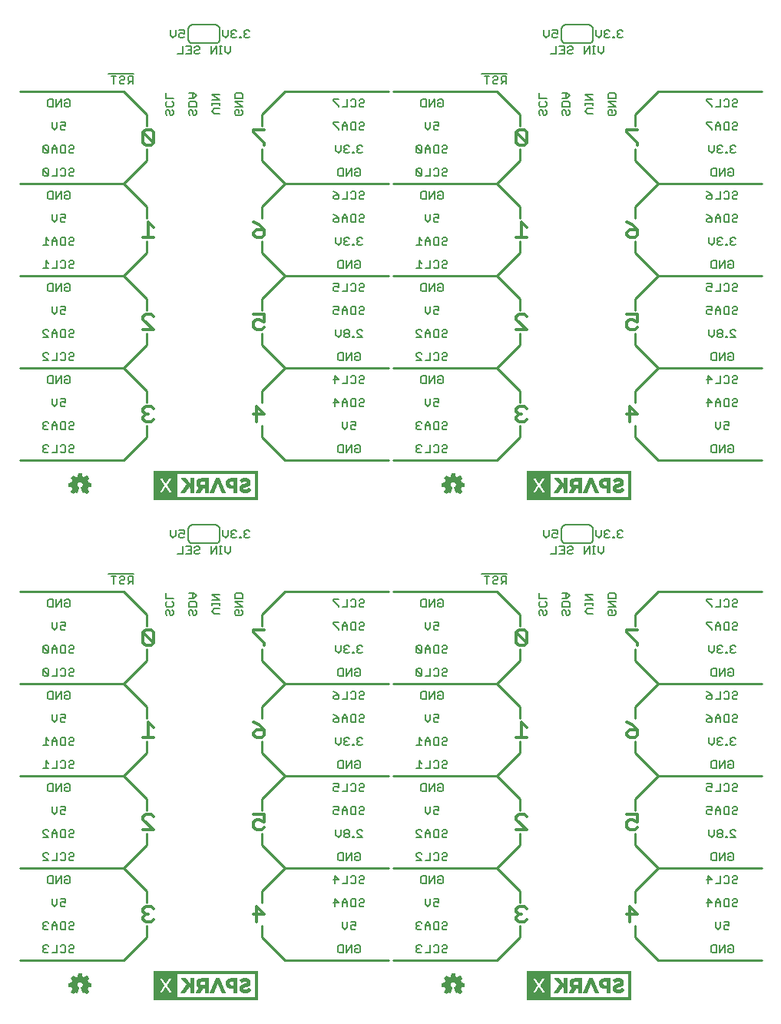
<source format=gbo>
G75*
%MOIN*%
%OFA0B0*%
%FSLAX25Y25*%
%IPPOS*%
%LPD*%
%AMOC8*
5,1,8,0,0,1.08239X$1,22.5*
%
%ADD10C,0.00600*%
%ADD11C,0.01200*%
%ADD12C,0.01000*%
%ADD13C,0.00299*%
%ADD14C,0.00039*%
D10*
X0073582Y0047200D02*
X0074149Y0046633D01*
X0075283Y0046633D01*
X0075850Y0047200D01*
X0077265Y0046633D02*
X0079533Y0046633D01*
X0079533Y0050036D01*
X0080948Y0049469D02*
X0081515Y0050036D01*
X0082649Y0050036D01*
X0083216Y0049469D01*
X0083216Y0047200D01*
X0082649Y0046633D01*
X0081515Y0046633D01*
X0080948Y0047200D01*
X0084631Y0047200D02*
X0085198Y0046633D01*
X0086332Y0046633D01*
X0086900Y0047200D01*
X0086332Y0048335D02*
X0085198Y0048335D01*
X0084631Y0047768D01*
X0084631Y0047200D01*
X0086332Y0048335D02*
X0086900Y0048902D01*
X0086900Y0049469D01*
X0086332Y0050036D01*
X0085198Y0050036D01*
X0084631Y0049469D01*
X0085198Y0056633D02*
X0086332Y0056633D01*
X0086900Y0057200D01*
X0086332Y0058335D02*
X0085198Y0058335D01*
X0084631Y0057768D01*
X0084631Y0057200D01*
X0085198Y0056633D01*
X0083216Y0056633D02*
X0081515Y0056633D01*
X0080948Y0057200D01*
X0080948Y0059469D01*
X0081515Y0060036D01*
X0083216Y0060036D01*
X0083216Y0056633D01*
X0084631Y0059469D02*
X0085198Y0060036D01*
X0086332Y0060036D01*
X0086900Y0059469D01*
X0086900Y0058902D01*
X0086332Y0058335D01*
X0079533Y0058335D02*
X0077265Y0058335D01*
X0077265Y0058902D02*
X0077265Y0056633D01*
X0075850Y0057200D02*
X0075283Y0056633D01*
X0074149Y0056633D01*
X0073582Y0057200D01*
X0073582Y0057768D01*
X0074149Y0058335D01*
X0074716Y0058335D01*
X0074149Y0058335D02*
X0073582Y0058902D01*
X0073582Y0059469D01*
X0074149Y0060036D01*
X0075283Y0060036D01*
X0075850Y0059469D01*
X0077265Y0058902D02*
X0078399Y0060036D01*
X0079533Y0058902D01*
X0079533Y0056633D01*
X0075283Y0050036D02*
X0074149Y0050036D01*
X0073582Y0049469D01*
X0073582Y0048902D01*
X0074149Y0048335D01*
X0073582Y0047768D01*
X0073582Y0047200D01*
X0074149Y0048335D02*
X0074716Y0048335D01*
X0075850Y0049469D02*
X0075283Y0050036D01*
X0078399Y0066633D02*
X0077265Y0067768D01*
X0077265Y0070036D01*
X0079533Y0070036D02*
X0079533Y0067768D01*
X0078399Y0066633D01*
X0080948Y0067200D02*
X0081515Y0066633D01*
X0082649Y0066633D01*
X0083216Y0067200D01*
X0083216Y0068335D02*
X0082082Y0068902D01*
X0081515Y0068902D01*
X0080948Y0068335D01*
X0080948Y0067200D01*
X0083216Y0068335D02*
X0083216Y0070036D01*
X0080948Y0070036D01*
X0081375Y0076633D02*
X0081375Y0080036D01*
X0079106Y0076633D01*
X0079106Y0080036D01*
X0077692Y0080036D02*
X0075990Y0080036D01*
X0075423Y0079469D01*
X0075423Y0077200D01*
X0075990Y0076633D01*
X0077692Y0076633D01*
X0077692Y0080036D01*
X0082789Y0079469D02*
X0083357Y0080036D01*
X0084491Y0080036D01*
X0085058Y0079469D01*
X0085058Y0077200D01*
X0084491Y0076633D01*
X0083357Y0076633D01*
X0082789Y0077200D01*
X0082789Y0078335D01*
X0083924Y0078335D01*
X0085198Y0086633D02*
X0086332Y0086633D01*
X0086900Y0087200D01*
X0086332Y0088335D02*
X0085198Y0088335D01*
X0084631Y0087768D01*
X0084631Y0087200D01*
X0085198Y0086633D01*
X0086332Y0088335D02*
X0086900Y0088902D01*
X0086900Y0089469D01*
X0086332Y0090036D01*
X0085198Y0090036D01*
X0084631Y0089469D01*
X0083216Y0089469D02*
X0083216Y0087200D01*
X0082649Y0086633D01*
X0081515Y0086633D01*
X0080948Y0087200D01*
X0079533Y0086633D02*
X0077265Y0086633D01*
X0075850Y0086633D02*
X0073582Y0088902D01*
X0073582Y0089469D01*
X0074149Y0090036D01*
X0075283Y0090036D01*
X0075850Y0089469D01*
X0075850Y0086633D02*
X0073582Y0086633D01*
X0079533Y0086633D02*
X0079533Y0090036D01*
X0080948Y0089469D02*
X0081515Y0090036D01*
X0082649Y0090036D01*
X0083216Y0089469D01*
X0083216Y0096633D02*
X0081515Y0096633D01*
X0080948Y0097200D01*
X0080948Y0099469D01*
X0081515Y0100036D01*
X0083216Y0100036D01*
X0083216Y0096633D01*
X0084631Y0097200D02*
X0085198Y0096633D01*
X0086332Y0096633D01*
X0086900Y0097200D01*
X0086332Y0098335D02*
X0085198Y0098335D01*
X0084631Y0097768D01*
X0084631Y0097200D01*
X0086332Y0098335D02*
X0086900Y0098902D01*
X0086900Y0099469D01*
X0086332Y0100036D01*
X0085198Y0100036D01*
X0084631Y0099469D01*
X0079533Y0098902D02*
X0078399Y0100036D01*
X0077265Y0098902D01*
X0077265Y0096633D01*
X0075850Y0096633D02*
X0073582Y0098902D01*
X0073582Y0099469D01*
X0074149Y0100036D01*
X0075283Y0100036D01*
X0075850Y0099469D01*
X0077265Y0098335D02*
X0079533Y0098335D01*
X0079533Y0098902D02*
X0079533Y0096633D01*
X0075850Y0096633D02*
X0073582Y0096633D01*
X0078399Y0106633D02*
X0077265Y0107768D01*
X0077265Y0110036D01*
X0079533Y0110036D02*
X0079533Y0107768D01*
X0078399Y0106633D01*
X0080948Y0107200D02*
X0081515Y0106633D01*
X0082649Y0106633D01*
X0083216Y0107200D01*
X0083216Y0108335D02*
X0082082Y0108902D01*
X0081515Y0108902D01*
X0080948Y0108335D01*
X0080948Y0107200D01*
X0083216Y0108335D02*
X0083216Y0110036D01*
X0080948Y0110036D01*
X0081375Y0116633D02*
X0081375Y0120036D01*
X0079106Y0116633D01*
X0079106Y0120036D01*
X0077692Y0120036D02*
X0077692Y0116633D01*
X0075990Y0116633D01*
X0075423Y0117200D01*
X0075423Y0119469D01*
X0075990Y0120036D01*
X0077692Y0120036D01*
X0082789Y0119469D02*
X0083357Y0120036D01*
X0084491Y0120036D01*
X0085058Y0119469D01*
X0085058Y0117200D01*
X0084491Y0116633D01*
X0083357Y0116633D01*
X0082789Y0117200D01*
X0082789Y0118335D01*
X0083924Y0118335D01*
X0085198Y0126633D02*
X0086332Y0126633D01*
X0086900Y0127200D01*
X0086332Y0128335D02*
X0085198Y0128335D01*
X0084631Y0127768D01*
X0084631Y0127200D01*
X0085198Y0126633D01*
X0086332Y0128335D02*
X0086900Y0128902D01*
X0086900Y0129469D01*
X0086332Y0130036D01*
X0085198Y0130036D01*
X0084631Y0129469D01*
X0083216Y0129469D02*
X0083216Y0127200D01*
X0082649Y0126633D01*
X0081515Y0126633D01*
X0080948Y0127200D01*
X0079533Y0126633D02*
X0077265Y0126633D01*
X0075850Y0126633D02*
X0073582Y0126633D01*
X0074716Y0126633D02*
X0074716Y0130036D01*
X0075850Y0128902D01*
X0079533Y0130036D02*
X0079533Y0126633D01*
X0080948Y0129469D02*
X0081515Y0130036D01*
X0082649Y0130036D01*
X0083216Y0129469D01*
X0083216Y0136633D02*
X0081515Y0136633D01*
X0080948Y0137200D01*
X0080948Y0139469D01*
X0081515Y0140036D01*
X0083216Y0140036D01*
X0083216Y0136633D01*
X0084631Y0137200D02*
X0085198Y0136633D01*
X0086332Y0136633D01*
X0086900Y0137200D01*
X0086332Y0138335D02*
X0085198Y0138335D01*
X0084631Y0137768D01*
X0084631Y0137200D01*
X0086332Y0138335D02*
X0086900Y0138902D01*
X0086900Y0139469D01*
X0086332Y0140036D01*
X0085198Y0140036D01*
X0084631Y0139469D01*
X0079533Y0138902D02*
X0079533Y0136633D01*
X0079533Y0138335D02*
X0077265Y0138335D01*
X0077265Y0138902D02*
X0077265Y0136633D01*
X0075850Y0136633D02*
X0073582Y0136633D01*
X0074716Y0136633D02*
X0074716Y0140036D01*
X0075850Y0138902D01*
X0077265Y0138902D02*
X0078399Y0140036D01*
X0079533Y0138902D01*
X0078399Y0146633D02*
X0077265Y0147768D01*
X0077265Y0150036D01*
X0079533Y0150036D02*
X0079533Y0147768D01*
X0078399Y0146633D01*
X0080948Y0147200D02*
X0081515Y0146633D01*
X0082649Y0146633D01*
X0083216Y0147200D01*
X0083216Y0148335D02*
X0082082Y0148902D01*
X0081515Y0148902D01*
X0080948Y0148335D01*
X0080948Y0147200D01*
X0083216Y0148335D02*
X0083216Y0150036D01*
X0080948Y0150036D01*
X0081375Y0156633D02*
X0081375Y0160036D01*
X0079106Y0156633D01*
X0079106Y0160036D01*
X0077692Y0160036D02*
X0075990Y0160036D01*
X0075423Y0159469D01*
X0075423Y0157200D01*
X0075990Y0156633D01*
X0077692Y0156633D01*
X0077692Y0160036D01*
X0082789Y0159469D02*
X0083357Y0160036D01*
X0084491Y0160036D01*
X0085058Y0159469D01*
X0085058Y0157200D01*
X0084491Y0156633D01*
X0083357Y0156633D01*
X0082789Y0157200D01*
X0082789Y0158335D01*
X0083924Y0158335D01*
X0085198Y0166633D02*
X0086332Y0166633D01*
X0086900Y0167200D01*
X0086332Y0168335D02*
X0085198Y0168335D01*
X0084631Y0167768D01*
X0084631Y0167200D01*
X0085198Y0166633D01*
X0086332Y0168335D02*
X0086900Y0168902D01*
X0086900Y0169469D01*
X0086332Y0170036D01*
X0085198Y0170036D01*
X0084631Y0169469D01*
X0083216Y0169469D02*
X0083216Y0167200D01*
X0082649Y0166633D01*
X0081515Y0166633D01*
X0080948Y0167200D01*
X0079533Y0166633D02*
X0077265Y0166633D01*
X0075850Y0167200D02*
X0073582Y0169469D01*
X0073582Y0167200D01*
X0074149Y0166633D01*
X0075283Y0166633D01*
X0075850Y0167200D01*
X0075850Y0169469D01*
X0075283Y0170036D01*
X0074149Y0170036D01*
X0073582Y0169469D01*
X0079533Y0170036D02*
X0079533Y0166633D01*
X0080948Y0169469D02*
X0081515Y0170036D01*
X0082649Y0170036D01*
X0083216Y0169469D01*
X0083216Y0176633D02*
X0081515Y0176633D01*
X0080948Y0177200D01*
X0080948Y0179469D01*
X0081515Y0180036D01*
X0083216Y0180036D01*
X0083216Y0176633D01*
X0084631Y0177200D02*
X0085198Y0176633D01*
X0086332Y0176633D01*
X0086900Y0177200D01*
X0086332Y0178335D02*
X0085198Y0178335D01*
X0084631Y0177768D01*
X0084631Y0177200D01*
X0086332Y0178335D02*
X0086900Y0178902D01*
X0086900Y0179469D01*
X0086332Y0180036D01*
X0085198Y0180036D01*
X0084631Y0179469D01*
X0079533Y0178902D02*
X0078399Y0180036D01*
X0077265Y0178902D01*
X0077265Y0176633D01*
X0075850Y0177200D02*
X0073582Y0179469D01*
X0073582Y0177200D01*
X0074149Y0176633D01*
X0075283Y0176633D01*
X0075850Y0177200D01*
X0075850Y0179469D01*
X0075283Y0180036D01*
X0074149Y0180036D01*
X0073582Y0179469D01*
X0077265Y0178335D02*
X0079533Y0178335D01*
X0079533Y0178902D02*
X0079533Y0176633D01*
X0078399Y0186633D02*
X0077265Y0187768D01*
X0077265Y0190036D01*
X0079533Y0190036D02*
X0079533Y0187768D01*
X0078399Y0186633D01*
X0080948Y0187200D02*
X0081515Y0186633D01*
X0082649Y0186633D01*
X0083216Y0187200D01*
X0083216Y0188335D02*
X0082082Y0188902D01*
X0081515Y0188902D01*
X0080948Y0188335D01*
X0080948Y0187200D01*
X0083216Y0188335D02*
X0083216Y0190036D01*
X0080948Y0190036D01*
X0081375Y0196633D02*
X0081375Y0200036D01*
X0079106Y0196633D01*
X0079106Y0200036D01*
X0077692Y0200036D02*
X0077692Y0196633D01*
X0075990Y0196633D01*
X0075423Y0197200D01*
X0075423Y0199469D01*
X0075990Y0200036D01*
X0077692Y0200036D01*
X0082789Y0199469D02*
X0083357Y0200036D01*
X0084491Y0200036D01*
X0085058Y0199469D01*
X0085058Y0197200D01*
X0084491Y0196633D01*
X0083357Y0196633D01*
X0082789Y0197200D01*
X0082789Y0198335D01*
X0083924Y0198335D01*
X0101809Y0211233D02*
X0112858Y0211233D01*
X0112558Y0210036D02*
X0110857Y0210036D01*
X0110289Y0209469D01*
X0110289Y0208335D01*
X0110857Y0207768D01*
X0112558Y0207768D01*
X0111424Y0207768D02*
X0110289Y0206633D01*
X0108875Y0207200D02*
X0108308Y0206633D01*
X0107173Y0206633D01*
X0106606Y0207200D01*
X0106606Y0207768D01*
X0107173Y0208335D01*
X0108308Y0208335D01*
X0108875Y0208902D01*
X0108875Y0209469D01*
X0108308Y0210036D01*
X0107173Y0210036D01*
X0106606Y0209469D01*
X0105192Y0210036D02*
X0102923Y0210036D01*
X0104057Y0210036D02*
X0104057Y0206633D01*
X0112558Y0206633D02*
X0112558Y0210036D01*
X0126633Y0202744D02*
X0126633Y0200475D01*
X0130036Y0200475D01*
X0129469Y0199060D02*
X0130036Y0198493D01*
X0130036Y0197359D01*
X0129469Y0196792D01*
X0127200Y0196792D01*
X0126633Y0197359D01*
X0126633Y0198493D01*
X0127200Y0199060D01*
X0127200Y0195377D02*
X0126633Y0194810D01*
X0126633Y0193676D01*
X0127200Y0193109D01*
X0128335Y0193676D02*
X0128335Y0194810D01*
X0127768Y0195377D01*
X0127200Y0195377D01*
X0128335Y0193676D02*
X0128902Y0193109D01*
X0129469Y0193109D01*
X0130036Y0193676D01*
X0130036Y0194810D01*
X0129469Y0195377D01*
X0136633Y0194810D02*
X0136633Y0193676D01*
X0137200Y0193109D01*
X0138335Y0193676D02*
X0138902Y0193109D01*
X0139469Y0193109D01*
X0140036Y0193676D01*
X0140036Y0194810D01*
X0139469Y0195377D01*
X0138335Y0194810D02*
X0137768Y0195377D01*
X0137200Y0195377D01*
X0136633Y0194810D01*
X0138335Y0194810D02*
X0138335Y0193676D01*
X0140036Y0196792D02*
X0140036Y0198493D01*
X0139469Y0199060D01*
X0137200Y0199060D01*
X0136633Y0198493D01*
X0136633Y0196792D01*
X0140036Y0196792D01*
X0138902Y0200475D02*
X0136633Y0200475D01*
X0138335Y0200475D02*
X0138335Y0202744D01*
X0138902Y0202744D02*
X0136633Y0202744D01*
X0138902Y0202744D02*
X0140036Y0201609D01*
X0138902Y0200475D01*
X0146633Y0199861D02*
X0150036Y0199861D01*
X0146633Y0202130D01*
X0150036Y0202130D01*
X0150036Y0198540D02*
X0150036Y0197406D01*
X0150036Y0197973D02*
X0146633Y0197973D01*
X0146633Y0197406D02*
X0146633Y0198540D01*
X0147768Y0195991D02*
X0150036Y0195991D01*
X0147768Y0195991D02*
X0146633Y0194857D01*
X0147768Y0193722D01*
X0150036Y0193722D01*
X0156633Y0193676D02*
X0157200Y0193109D01*
X0159469Y0193109D01*
X0160036Y0193676D01*
X0160036Y0194810D01*
X0159469Y0195377D01*
X0158335Y0195377D02*
X0158335Y0194243D01*
X0158335Y0195377D02*
X0157200Y0195377D01*
X0156633Y0194810D01*
X0156633Y0193676D01*
X0156633Y0196792D02*
X0160036Y0196792D01*
X0156633Y0199060D01*
X0160036Y0199060D01*
X0160036Y0200475D02*
X0160036Y0202176D01*
X0159469Y0202744D01*
X0157200Y0202744D01*
X0156633Y0202176D01*
X0156633Y0200475D01*
X0160036Y0200475D01*
X0153676Y0219633D02*
X0152542Y0220768D01*
X0152542Y0223036D01*
X0151127Y0223036D02*
X0149993Y0223036D01*
X0150560Y0223036D02*
X0150560Y0219633D01*
X0151127Y0219633D02*
X0149993Y0219633D01*
X0148672Y0219633D02*
X0148672Y0223036D01*
X0146403Y0219633D01*
X0146403Y0223036D01*
X0148333Y0224333D02*
X0138333Y0224333D01*
X0137622Y0223036D02*
X0137622Y0219633D01*
X0135354Y0219633D01*
X0133939Y0219633D02*
X0131671Y0219633D01*
X0133939Y0219633D02*
X0133939Y0223036D01*
X0135354Y0223036D02*
X0137622Y0223036D01*
X0139037Y0222469D02*
X0139604Y0223036D01*
X0140738Y0223036D01*
X0141306Y0222469D01*
X0141306Y0221902D01*
X0140738Y0221335D01*
X0139604Y0221335D01*
X0139037Y0220768D01*
X0139037Y0220200D01*
X0139604Y0219633D01*
X0140738Y0219633D01*
X0141306Y0220200D01*
X0137622Y0221335D02*
X0136488Y0221335D01*
X0136533Y0226133D02*
X0136533Y0230533D01*
X0136535Y0230616D01*
X0136541Y0230699D01*
X0136550Y0230782D01*
X0136564Y0230864D01*
X0136581Y0230945D01*
X0136602Y0231026D01*
X0136626Y0231105D01*
X0136655Y0231183D01*
X0136686Y0231260D01*
X0136722Y0231335D01*
X0136760Y0231409D01*
X0136803Y0231481D01*
X0136848Y0231550D01*
X0136897Y0231618D01*
X0136948Y0231683D01*
X0137003Y0231746D01*
X0137060Y0231806D01*
X0137120Y0231863D01*
X0137183Y0231918D01*
X0137248Y0231969D01*
X0137316Y0232018D01*
X0137385Y0232063D01*
X0137457Y0232106D01*
X0137531Y0232144D01*
X0137606Y0232180D01*
X0137683Y0232211D01*
X0137761Y0232240D01*
X0137840Y0232264D01*
X0137921Y0232285D01*
X0138002Y0232302D01*
X0138084Y0232316D01*
X0138167Y0232325D01*
X0138250Y0232331D01*
X0138333Y0232333D01*
X0148333Y0232333D01*
X0148416Y0232331D01*
X0148499Y0232325D01*
X0148582Y0232316D01*
X0148664Y0232302D01*
X0148745Y0232285D01*
X0148826Y0232264D01*
X0148905Y0232240D01*
X0148983Y0232211D01*
X0149060Y0232180D01*
X0149135Y0232144D01*
X0149209Y0232106D01*
X0149281Y0232063D01*
X0149350Y0232018D01*
X0149418Y0231969D01*
X0149483Y0231918D01*
X0149546Y0231863D01*
X0149606Y0231806D01*
X0149663Y0231746D01*
X0149718Y0231683D01*
X0149769Y0231618D01*
X0149818Y0231550D01*
X0149863Y0231481D01*
X0149906Y0231409D01*
X0149944Y0231335D01*
X0149980Y0231260D01*
X0150011Y0231183D01*
X0150040Y0231105D01*
X0150064Y0231026D01*
X0150085Y0230945D01*
X0150102Y0230864D01*
X0150116Y0230782D01*
X0150125Y0230699D01*
X0150131Y0230616D01*
X0150133Y0230533D01*
X0150133Y0226133D01*
X0150131Y0226050D01*
X0150125Y0225967D01*
X0150116Y0225884D01*
X0150102Y0225802D01*
X0150085Y0225721D01*
X0150064Y0225640D01*
X0150040Y0225561D01*
X0150011Y0225483D01*
X0149980Y0225406D01*
X0149944Y0225331D01*
X0149906Y0225257D01*
X0149863Y0225185D01*
X0149818Y0225116D01*
X0149769Y0225048D01*
X0149718Y0224983D01*
X0149663Y0224920D01*
X0149606Y0224860D01*
X0149546Y0224803D01*
X0149483Y0224748D01*
X0149418Y0224697D01*
X0149350Y0224648D01*
X0149281Y0224603D01*
X0149209Y0224560D01*
X0149135Y0224522D01*
X0149060Y0224486D01*
X0148983Y0224455D01*
X0148905Y0224426D01*
X0148826Y0224402D01*
X0148745Y0224381D01*
X0148664Y0224364D01*
X0148582Y0224350D01*
X0148499Y0224341D01*
X0148416Y0224335D01*
X0148333Y0224333D01*
X0151502Y0227768D02*
X0151502Y0230036D01*
X0151502Y0227768D02*
X0152637Y0226633D01*
X0153771Y0227768D01*
X0153771Y0230036D01*
X0155186Y0229469D02*
X0155186Y0228902D01*
X0155753Y0228335D01*
X0155186Y0227768D01*
X0155186Y0227200D01*
X0155753Y0226633D01*
X0156887Y0226633D01*
X0157454Y0227200D01*
X0158729Y0227200D02*
X0158729Y0226633D01*
X0159296Y0226633D01*
X0159296Y0227200D01*
X0158729Y0227200D01*
X0160710Y0227200D02*
X0161277Y0226633D01*
X0162412Y0226633D01*
X0162979Y0227200D01*
X0161845Y0228335D02*
X0161277Y0228335D01*
X0160710Y0227768D01*
X0160710Y0227200D01*
X0161277Y0228335D02*
X0160710Y0228902D01*
X0160710Y0229469D01*
X0161277Y0230036D01*
X0162412Y0230036D01*
X0162979Y0229469D01*
X0157454Y0229469D02*
X0156887Y0230036D01*
X0155753Y0230036D01*
X0155186Y0229469D01*
X0155753Y0228335D02*
X0156320Y0228335D01*
X0154810Y0223036D02*
X0154810Y0220768D01*
X0153676Y0219633D01*
X0138333Y0224333D02*
X0138250Y0224335D01*
X0138167Y0224341D01*
X0138084Y0224350D01*
X0138002Y0224364D01*
X0137921Y0224381D01*
X0137840Y0224402D01*
X0137761Y0224426D01*
X0137683Y0224455D01*
X0137606Y0224486D01*
X0137531Y0224522D01*
X0137457Y0224560D01*
X0137385Y0224603D01*
X0137316Y0224648D01*
X0137248Y0224697D01*
X0137183Y0224748D01*
X0137120Y0224803D01*
X0137060Y0224860D01*
X0137003Y0224920D01*
X0136948Y0224983D01*
X0136897Y0225048D01*
X0136848Y0225116D01*
X0136803Y0225185D01*
X0136760Y0225257D01*
X0136722Y0225331D01*
X0136686Y0225406D01*
X0136655Y0225483D01*
X0136626Y0225561D01*
X0136602Y0225640D01*
X0136581Y0225721D01*
X0136564Y0225802D01*
X0136550Y0225884D01*
X0136541Y0225967D01*
X0136535Y0226050D01*
X0136533Y0226133D01*
X0134716Y0227200D02*
X0134149Y0226633D01*
X0133015Y0226633D01*
X0132448Y0227200D01*
X0132448Y0228335D01*
X0133015Y0228902D01*
X0133582Y0228902D01*
X0134716Y0228335D01*
X0134716Y0230036D01*
X0132448Y0230036D01*
X0131033Y0230036D02*
X0131033Y0227768D01*
X0129899Y0226633D01*
X0128765Y0227768D01*
X0128765Y0230036D01*
X0086900Y0264200D02*
X0086332Y0263633D01*
X0085198Y0263633D01*
X0084631Y0264200D01*
X0084631Y0264768D01*
X0085198Y0265335D01*
X0086332Y0265335D01*
X0086900Y0265902D01*
X0086900Y0266469D01*
X0086332Y0267036D01*
X0085198Y0267036D01*
X0084631Y0266469D01*
X0083216Y0266469D02*
X0083216Y0264200D01*
X0082649Y0263633D01*
X0081515Y0263633D01*
X0080948Y0264200D01*
X0079533Y0263633D02*
X0077265Y0263633D01*
X0075850Y0264200D02*
X0075283Y0263633D01*
X0074149Y0263633D01*
X0073582Y0264200D01*
X0073582Y0264768D01*
X0074149Y0265335D01*
X0074716Y0265335D01*
X0074149Y0265335D02*
X0073582Y0265902D01*
X0073582Y0266469D01*
X0074149Y0267036D01*
X0075283Y0267036D01*
X0075850Y0266469D01*
X0079533Y0267036D02*
X0079533Y0263633D01*
X0080948Y0266469D02*
X0081515Y0267036D01*
X0082649Y0267036D01*
X0083216Y0266469D01*
X0083216Y0273633D02*
X0081515Y0273633D01*
X0080948Y0274200D01*
X0080948Y0276469D01*
X0081515Y0277036D01*
X0083216Y0277036D01*
X0083216Y0273633D01*
X0084631Y0274200D02*
X0085198Y0273633D01*
X0086332Y0273633D01*
X0086900Y0274200D01*
X0086332Y0275335D02*
X0085198Y0275335D01*
X0084631Y0274768D01*
X0084631Y0274200D01*
X0086332Y0275335D02*
X0086900Y0275902D01*
X0086900Y0276469D01*
X0086332Y0277036D01*
X0085198Y0277036D01*
X0084631Y0276469D01*
X0079533Y0275902D02*
X0079533Y0273633D01*
X0079533Y0275335D02*
X0077265Y0275335D01*
X0077265Y0275902D02*
X0077265Y0273633D01*
X0075850Y0274200D02*
X0075283Y0273633D01*
X0074149Y0273633D01*
X0073582Y0274200D01*
X0073582Y0274768D01*
X0074149Y0275335D01*
X0074716Y0275335D01*
X0074149Y0275335D02*
X0073582Y0275902D01*
X0073582Y0276469D01*
X0074149Y0277036D01*
X0075283Y0277036D01*
X0075850Y0276469D01*
X0077265Y0275902D02*
X0078399Y0277036D01*
X0079533Y0275902D01*
X0078399Y0283633D02*
X0077265Y0284768D01*
X0077265Y0287036D01*
X0079533Y0287036D02*
X0079533Y0284768D01*
X0078399Y0283633D01*
X0080948Y0284200D02*
X0081515Y0283633D01*
X0082649Y0283633D01*
X0083216Y0284200D01*
X0083216Y0285335D02*
X0082082Y0285902D01*
X0081515Y0285902D01*
X0080948Y0285335D01*
X0080948Y0284200D01*
X0083216Y0285335D02*
X0083216Y0287036D01*
X0080948Y0287036D01*
X0081375Y0293633D02*
X0081375Y0297036D01*
X0079106Y0293633D01*
X0079106Y0297036D01*
X0077692Y0297036D02*
X0075990Y0297036D01*
X0075423Y0296469D01*
X0075423Y0294200D01*
X0075990Y0293633D01*
X0077692Y0293633D01*
X0077692Y0297036D01*
X0082789Y0296469D02*
X0083357Y0297036D01*
X0084491Y0297036D01*
X0085058Y0296469D01*
X0085058Y0294200D01*
X0084491Y0293633D01*
X0083357Y0293633D01*
X0082789Y0294200D01*
X0082789Y0295335D01*
X0083924Y0295335D01*
X0085198Y0303633D02*
X0086332Y0303633D01*
X0086900Y0304200D01*
X0086332Y0305335D02*
X0085198Y0305335D01*
X0084631Y0304768D01*
X0084631Y0304200D01*
X0085198Y0303633D01*
X0086332Y0305335D02*
X0086900Y0305902D01*
X0086900Y0306469D01*
X0086332Y0307036D01*
X0085198Y0307036D01*
X0084631Y0306469D01*
X0083216Y0306469D02*
X0083216Y0304200D01*
X0082649Y0303633D01*
X0081515Y0303633D01*
X0080948Y0304200D01*
X0079533Y0303633D02*
X0077265Y0303633D01*
X0075850Y0303633D02*
X0073582Y0305902D01*
X0073582Y0306469D01*
X0074149Y0307036D01*
X0075283Y0307036D01*
X0075850Y0306469D01*
X0075850Y0303633D02*
X0073582Y0303633D01*
X0079533Y0303633D02*
X0079533Y0307036D01*
X0080948Y0306469D02*
X0081515Y0307036D01*
X0082649Y0307036D01*
X0083216Y0306469D01*
X0083216Y0313633D02*
X0081515Y0313633D01*
X0080948Y0314200D01*
X0080948Y0316469D01*
X0081515Y0317036D01*
X0083216Y0317036D01*
X0083216Y0313633D01*
X0084631Y0314200D02*
X0085198Y0313633D01*
X0086332Y0313633D01*
X0086900Y0314200D01*
X0086332Y0315335D02*
X0085198Y0315335D01*
X0084631Y0314768D01*
X0084631Y0314200D01*
X0086332Y0315335D02*
X0086900Y0315902D01*
X0086900Y0316469D01*
X0086332Y0317036D01*
X0085198Y0317036D01*
X0084631Y0316469D01*
X0079533Y0315902D02*
X0078399Y0317036D01*
X0077265Y0315902D01*
X0077265Y0313633D01*
X0075850Y0313633D02*
X0073582Y0315902D01*
X0073582Y0316469D01*
X0074149Y0317036D01*
X0075283Y0317036D01*
X0075850Y0316469D01*
X0077265Y0315335D02*
X0079533Y0315335D01*
X0079533Y0315902D02*
X0079533Y0313633D01*
X0075850Y0313633D02*
X0073582Y0313633D01*
X0078399Y0323633D02*
X0077265Y0324768D01*
X0077265Y0327036D01*
X0079533Y0327036D02*
X0079533Y0324768D01*
X0078399Y0323633D01*
X0080948Y0324200D02*
X0081515Y0323633D01*
X0082649Y0323633D01*
X0083216Y0324200D01*
X0083216Y0325335D02*
X0082082Y0325902D01*
X0081515Y0325902D01*
X0080948Y0325335D01*
X0080948Y0324200D01*
X0083216Y0325335D02*
X0083216Y0327036D01*
X0080948Y0327036D01*
X0081375Y0333633D02*
X0081375Y0337036D01*
X0079106Y0333633D01*
X0079106Y0337036D01*
X0077692Y0337036D02*
X0077692Y0333633D01*
X0075990Y0333633D01*
X0075423Y0334200D01*
X0075423Y0336469D01*
X0075990Y0337036D01*
X0077692Y0337036D01*
X0082789Y0336469D02*
X0083357Y0337036D01*
X0084491Y0337036D01*
X0085058Y0336469D01*
X0085058Y0334200D01*
X0084491Y0333633D01*
X0083357Y0333633D01*
X0082789Y0334200D01*
X0082789Y0335335D01*
X0083924Y0335335D01*
X0085198Y0343633D02*
X0086332Y0343633D01*
X0086900Y0344200D01*
X0086332Y0345335D02*
X0085198Y0345335D01*
X0084631Y0344768D01*
X0084631Y0344200D01*
X0085198Y0343633D01*
X0086332Y0345335D02*
X0086900Y0345902D01*
X0086900Y0346469D01*
X0086332Y0347036D01*
X0085198Y0347036D01*
X0084631Y0346469D01*
X0083216Y0346469D02*
X0083216Y0344200D01*
X0082649Y0343633D01*
X0081515Y0343633D01*
X0080948Y0344200D01*
X0079533Y0343633D02*
X0077265Y0343633D01*
X0075850Y0343633D02*
X0073582Y0343633D01*
X0074716Y0343633D02*
X0074716Y0347036D01*
X0075850Y0345902D01*
X0079533Y0347036D02*
X0079533Y0343633D01*
X0080948Y0346469D02*
X0081515Y0347036D01*
X0082649Y0347036D01*
X0083216Y0346469D01*
X0083216Y0353633D02*
X0081515Y0353633D01*
X0080948Y0354200D01*
X0080948Y0356469D01*
X0081515Y0357036D01*
X0083216Y0357036D01*
X0083216Y0353633D01*
X0084631Y0354200D02*
X0085198Y0353633D01*
X0086332Y0353633D01*
X0086900Y0354200D01*
X0086332Y0355335D02*
X0085198Y0355335D01*
X0084631Y0354768D01*
X0084631Y0354200D01*
X0086332Y0355335D02*
X0086900Y0355902D01*
X0086900Y0356469D01*
X0086332Y0357036D01*
X0085198Y0357036D01*
X0084631Y0356469D01*
X0079533Y0355902D02*
X0079533Y0353633D01*
X0079533Y0355335D02*
X0077265Y0355335D01*
X0077265Y0355902D02*
X0077265Y0353633D01*
X0075850Y0353633D02*
X0073582Y0353633D01*
X0074716Y0353633D02*
X0074716Y0357036D01*
X0075850Y0355902D01*
X0077265Y0355902D02*
X0078399Y0357036D01*
X0079533Y0355902D01*
X0078399Y0363633D02*
X0077265Y0364768D01*
X0077265Y0367036D01*
X0079533Y0367036D02*
X0079533Y0364768D01*
X0078399Y0363633D01*
X0080948Y0364200D02*
X0081515Y0363633D01*
X0082649Y0363633D01*
X0083216Y0364200D01*
X0083216Y0365335D02*
X0082082Y0365902D01*
X0081515Y0365902D01*
X0080948Y0365335D01*
X0080948Y0364200D01*
X0083216Y0365335D02*
X0083216Y0367036D01*
X0080948Y0367036D01*
X0081375Y0373633D02*
X0081375Y0377036D01*
X0079106Y0373633D01*
X0079106Y0377036D01*
X0077692Y0377036D02*
X0075990Y0377036D01*
X0075423Y0376469D01*
X0075423Y0374200D01*
X0075990Y0373633D01*
X0077692Y0373633D01*
X0077692Y0377036D01*
X0082789Y0376469D02*
X0083357Y0377036D01*
X0084491Y0377036D01*
X0085058Y0376469D01*
X0085058Y0374200D01*
X0084491Y0373633D01*
X0083357Y0373633D01*
X0082789Y0374200D01*
X0082789Y0375335D01*
X0083924Y0375335D01*
X0085198Y0383633D02*
X0086332Y0383633D01*
X0086900Y0384200D01*
X0086332Y0385335D02*
X0085198Y0385335D01*
X0084631Y0384768D01*
X0084631Y0384200D01*
X0085198Y0383633D01*
X0086332Y0385335D02*
X0086900Y0385902D01*
X0086900Y0386469D01*
X0086332Y0387036D01*
X0085198Y0387036D01*
X0084631Y0386469D01*
X0083216Y0386469D02*
X0083216Y0384200D01*
X0082649Y0383633D01*
X0081515Y0383633D01*
X0080948Y0384200D01*
X0079533Y0383633D02*
X0077265Y0383633D01*
X0075850Y0384200D02*
X0073582Y0386469D01*
X0073582Y0384200D01*
X0074149Y0383633D01*
X0075283Y0383633D01*
X0075850Y0384200D01*
X0075850Y0386469D01*
X0075283Y0387036D01*
X0074149Y0387036D01*
X0073582Y0386469D01*
X0079533Y0387036D02*
X0079533Y0383633D01*
X0080948Y0386469D02*
X0081515Y0387036D01*
X0082649Y0387036D01*
X0083216Y0386469D01*
X0083216Y0393633D02*
X0081515Y0393633D01*
X0080948Y0394200D01*
X0080948Y0396469D01*
X0081515Y0397036D01*
X0083216Y0397036D01*
X0083216Y0393633D01*
X0084631Y0394200D02*
X0085198Y0393633D01*
X0086332Y0393633D01*
X0086900Y0394200D01*
X0086332Y0395335D02*
X0085198Y0395335D01*
X0084631Y0394768D01*
X0084631Y0394200D01*
X0086332Y0395335D02*
X0086900Y0395902D01*
X0086900Y0396469D01*
X0086332Y0397036D01*
X0085198Y0397036D01*
X0084631Y0396469D01*
X0079533Y0395902D02*
X0078399Y0397036D01*
X0077265Y0395902D01*
X0077265Y0393633D01*
X0075850Y0394200D02*
X0073582Y0396469D01*
X0073582Y0394200D01*
X0074149Y0393633D01*
X0075283Y0393633D01*
X0075850Y0394200D01*
X0075850Y0396469D01*
X0075283Y0397036D01*
X0074149Y0397036D01*
X0073582Y0396469D01*
X0077265Y0395335D02*
X0079533Y0395335D01*
X0079533Y0395902D02*
X0079533Y0393633D01*
X0078399Y0403633D02*
X0077265Y0404768D01*
X0077265Y0407036D01*
X0079533Y0407036D02*
X0079533Y0404768D01*
X0078399Y0403633D01*
X0080948Y0404200D02*
X0081515Y0403633D01*
X0082649Y0403633D01*
X0083216Y0404200D01*
X0083216Y0405335D02*
X0082082Y0405902D01*
X0081515Y0405902D01*
X0080948Y0405335D01*
X0080948Y0404200D01*
X0083216Y0405335D02*
X0083216Y0407036D01*
X0080948Y0407036D01*
X0081375Y0413633D02*
X0081375Y0417036D01*
X0079106Y0413633D01*
X0079106Y0417036D01*
X0077692Y0417036D02*
X0077692Y0413633D01*
X0075990Y0413633D01*
X0075423Y0414200D01*
X0075423Y0416469D01*
X0075990Y0417036D01*
X0077692Y0417036D01*
X0082789Y0416469D02*
X0083357Y0417036D01*
X0084491Y0417036D01*
X0085058Y0416469D01*
X0085058Y0414200D01*
X0084491Y0413633D01*
X0083357Y0413633D01*
X0082789Y0414200D01*
X0082789Y0415335D01*
X0083924Y0415335D01*
X0101809Y0428233D02*
X0112858Y0428233D01*
X0112558Y0427036D02*
X0110857Y0427036D01*
X0110289Y0426469D01*
X0110289Y0425335D01*
X0110857Y0424768D01*
X0112558Y0424768D01*
X0111424Y0424768D02*
X0110289Y0423633D01*
X0108875Y0424200D02*
X0108308Y0423633D01*
X0107173Y0423633D01*
X0106606Y0424200D01*
X0106606Y0424768D01*
X0107173Y0425335D01*
X0108308Y0425335D01*
X0108875Y0425902D01*
X0108875Y0426469D01*
X0108308Y0427036D01*
X0107173Y0427036D01*
X0106606Y0426469D01*
X0105192Y0427036D02*
X0102923Y0427036D01*
X0104057Y0427036D02*
X0104057Y0423633D01*
X0112558Y0423633D02*
X0112558Y0427036D01*
X0126633Y0419744D02*
X0126633Y0417475D01*
X0130036Y0417475D01*
X0129469Y0416060D02*
X0130036Y0415493D01*
X0130036Y0414359D01*
X0129469Y0413792D01*
X0127200Y0413792D01*
X0126633Y0414359D01*
X0126633Y0415493D01*
X0127200Y0416060D01*
X0127200Y0412377D02*
X0126633Y0411810D01*
X0126633Y0410676D01*
X0127200Y0410109D01*
X0128335Y0410676D02*
X0128335Y0411810D01*
X0127768Y0412377D01*
X0127200Y0412377D01*
X0128335Y0410676D02*
X0128902Y0410109D01*
X0129469Y0410109D01*
X0130036Y0410676D01*
X0130036Y0411810D01*
X0129469Y0412377D01*
X0136633Y0411810D02*
X0136633Y0410676D01*
X0137200Y0410109D01*
X0138335Y0410676D02*
X0138902Y0410109D01*
X0139469Y0410109D01*
X0140036Y0410676D01*
X0140036Y0411810D01*
X0139469Y0412377D01*
X0138335Y0411810D02*
X0137768Y0412377D01*
X0137200Y0412377D01*
X0136633Y0411810D01*
X0138335Y0411810D02*
X0138335Y0410676D01*
X0140036Y0413792D02*
X0140036Y0415493D01*
X0139469Y0416060D01*
X0137200Y0416060D01*
X0136633Y0415493D01*
X0136633Y0413792D01*
X0140036Y0413792D01*
X0138902Y0417475D02*
X0136633Y0417475D01*
X0138335Y0417475D02*
X0138335Y0419744D01*
X0138902Y0419744D02*
X0136633Y0419744D01*
X0138902Y0419744D02*
X0140036Y0418609D01*
X0138902Y0417475D01*
X0146633Y0416861D02*
X0150036Y0416861D01*
X0146633Y0419130D01*
X0150036Y0419130D01*
X0150036Y0415540D02*
X0150036Y0414406D01*
X0150036Y0414973D02*
X0146633Y0414973D01*
X0146633Y0414406D02*
X0146633Y0415540D01*
X0147768Y0412991D02*
X0150036Y0412991D01*
X0147768Y0412991D02*
X0146633Y0411857D01*
X0147768Y0410722D01*
X0150036Y0410722D01*
X0156633Y0410676D02*
X0157200Y0410109D01*
X0159469Y0410109D01*
X0160036Y0410676D01*
X0160036Y0411810D01*
X0159469Y0412377D01*
X0158335Y0412377D02*
X0158335Y0411243D01*
X0158335Y0412377D02*
X0157200Y0412377D01*
X0156633Y0411810D01*
X0156633Y0410676D01*
X0156633Y0413792D02*
X0160036Y0413792D01*
X0156633Y0416060D01*
X0160036Y0416060D01*
X0160036Y0417475D02*
X0160036Y0419176D01*
X0159469Y0419744D01*
X0157200Y0419744D01*
X0156633Y0419176D01*
X0156633Y0417475D01*
X0160036Y0417475D01*
X0153676Y0436633D02*
X0152542Y0437768D01*
X0152542Y0440036D01*
X0151127Y0440036D02*
X0149993Y0440036D01*
X0150560Y0440036D02*
X0150560Y0436633D01*
X0151127Y0436633D02*
X0149993Y0436633D01*
X0148672Y0436633D02*
X0148672Y0440036D01*
X0146403Y0436633D01*
X0146403Y0440036D01*
X0148333Y0441333D02*
X0138333Y0441333D01*
X0137622Y0440036D02*
X0137622Y0436633D01*
X0135354Y0436633D01*
X0133939Y0436633D02*
X0131671Y0436633D01*
X0133939Y0436633D02*
X0133939Y0440036D01*
X0135354Y0440036D02*
X0137622Y0440036D01*
X0139037Y0439469D02*
X0139604Y0440036D01*
X0140738Y0440036D01*
X0141306Y0439469D01*
X0141306Y0438902D01*
X0140738Y0438335D01*
X0139604Y0438335D01*
X0139037Y0437768D01*
X0139037Y0437200D01*
X0139604Y0436633D01*
X0140738Y0436633D01*
X0141306Y0437200D01*
X0137622Y0438335D02*
X0136488Y0438335D01*
X0136533Y0443133D02*
X0136533Y0447533D01*
X0136535Y0447616D01*
X0136541Y0447699D01*
X0136550Y0447782D01*
X0136564Y0447864D01*
X0136581Y0447945D01*
X0136602Y0448026D01*
X0136626Y0448105D01*
X0136655Y0448183D01*
X0136686Y0448260D01*
X0136722Y0448335D01*
X0136760Y0448409D01*
X0136803Y0448481D01*
X0136848Y0448550D01*
X0136897Y0448618D01*
X0136948Y0448683D01*
X0137003Y0448746D01*
X0137060Y0448806D01*
X0137120Y0448863D01*
X0137183Y0448918D01*
X0137248Y0448969D01*
X0137316Y0449018D01*
X0137385Y0449063D01*
X0137457Y0449106D01*
X0137531Y0449144D01*
X0137606Y0449180D01*
X0137683Y0449211D01*
X0137761Y0449240D01*
X0137840Y0449264D01*
X0137921Y0449285D01*
X0138002Y0449302D01*
X0138084Y0449316D01*
X0138167Y0449325D01*
X0138250Y0449331D01*
X0138333Y0449333D01*
X0148333Y0449333D01*
X0148416Y0449331D01*
X0148499Y0449325D01*
X0148582Y0449316D01*
X0148664Y0449302D01*
X0148745Y0449285D01*
X0148826Y0449264D01*
X0148905Y0449240D01*
X0148983Y0449211D01*
X0149060Y0449180D01*
X0149135Y0449144D01*
X0149209Y0449106D01*
X0149281Y0449063D01*
X0149350Y0449018D01*
X0149418Y0448969D01*
X0149483Y0448918D01*
X0149546Y0448863D01*
X0149606Y0448806D01*
X0149663Y0448746D01*
X0149718Y0448683D01*
X0149769Y0448618D01*
X0149818Y0448550D01*
X0149863Y0448481D01*
X0149906Y0448409D01*
X0149944Y0448335D01*
X0149980Y0448260D01*
X0150011Y0448183D01*
X0150040Y0448105D01*
X0150064Y0448026D01*
X0150085Y0447945D01*
X0150102Y0447864D01*
X0150116Y0447782D01*
X0150125Y0447699D01*
X0150131Y0447616D01*
X0150133Y0447533D01*
X0150133Y0443133D01*
X0150131Y0443050D01*
X0150125Y0442967D01*
X0150116Y0442884D01*
X0150102Y0442802D01*
X0150085Y0442721D01*
X0150064Y0442640D01*
X0150040Y0442561D01*
X0150011Y0442483D01*
X0149980Y0442406D01*
X0149944Y0442331D01*
X0149906Y0442257D01*
X0149863Y0442185D01*
X0149818Y0442116D01*
X0149769Y0442048D01*
X0149718Y0441983D01*
X0149663Y0441920D01*
X0149606Y0441860D01*
X0149546Y0441803D01*
X0149483Y0441748D01*
X0149418Y0441697D01*
X0149350Y0441648D01*
X0149281Y0441603D01*
X0149209Y0441560D01*
X0149135Y0441522D01*
X0149060Y0441486D01*
X0148983Y0441455D01*
X0148905Y0441426D01*
X0148826Y0441402D01*
X0148745Y0441381D01*
X0148664Y0441364D01*
X0148582Y0441350D01*
X0148499Y0441341D01*
X0148416Y0441335D01*
X0148333Y0441333D01*
X0151502Y0444768D02*
X0151502Y0447036D01*
X0151502Y0444768D02*
X0152637Y0443633D01*
X0153771Y0444768D01*
X0153771Y0447036D01*
X0155186Y0446469D02*
X0155186Y0445902D01*
X0155753Y0445335D01*
X0155186Y0444768D01*
X0155186Y0444200D01*
X0155753Y0443633D01*
X0156887Y0443633D01*
X0157454Y0444200D01*
X0158729Y0444200D02*
X0158729Y0443633D01*
X0159296Y0443633D01*
X0159296Y0444200D01*
X0158729Y0444200D01*
X0160710Y0444200D02*
X0161277Y0443633D01*
X0162412Y0443633D01*
X0162979Y0444200D01*
X0161845Y0445335D02*
X0161277Y0445335D01*
X0160710Y0444768D01*
X0160710Y0444200D01*
X0161277Y0445335D02*
X0160710Y0445902D01*
X0160710Y0446469D01*
X0161277Y0447036D01*
X0162412Y0447036D01*
X0162979Y0446469D01*
X0157454Y0446469D02*
X0156887Y0447036D01*
X0155753Y0447036D01*
X0155186Y0446469D01*
X0155753Y0445335D02*
X0156320Y0445335D01*
X0154810Y0440036D02*
X0154810Y0437768D01*
X0153676Y0436633D01*
X0138333Y0441333D02*
X0138250Y0441335D01*
X0138167Y0441341D01*
X0138084Y0441350D01*
X0138002Y0441364D01*
X0137921Y0441381D01*
X0137840Y0441402D01*
X0137761Y0441426D01*
X0137683Y0441455D01*
X0137606Y0441486D01*
X0137531Y0441522D01*
X0137457Y0441560D01*
X0137385Y0441603D01*
X0137316Y0441648D01*
X0137248Y0441697D01*
X0137183Y0441748D01*
X0137120Y0441803D01*
X0137060Y0441860D01*
X0137003Y0441920D01*
X0136948Y0441983D01*
X0136897Y0442048D01*
X0136848Y0442116D01*
X0136803Y0442185D01*
X0136760Y0442257D01*
X0136722Y0442331D01*
X0136686Y0442406D01*
X0136655Y0442483D01*
X0136626Y0442561D01*
X0136602Y0442640D01*
X0136581Y0442721D01*
X0136564Y0442802D01*
X0136550Y0442884D01*
X0136541Y0442967D01*
X0136535Y0443050D01*
X0136533Y0443133D01*
X0134716Y0444200D02*
X0134149Y0443633D01*
X0133015Y0443633D01*
X0132448Y0444200D01*
X0132448Y0445335D01*
X0133015Y0445902D01*
X0133582Y0445902D01*
X0134716Y0445335D01*
X0134716Y0447036D01*
X0132448Y0447036D01*
X0131033Y0447036D02*
X0131033Y0444768D01*
X0129899Y0443633D01*
X0128765Y0444768D01*
X0128765Y0447036D01*
X0199582Y0417036D02*
X0199582Y0416469D01*
X0201850Y0414200D01*
X0201850Y0413633D01*
X0203265Y0413633D02*
X0205533Y0413633D01*
X0205533Y0417036D01*
X0206948Y0416469D02*
X0207515Y0417036D01*
X0208649Y0417036D01*
X0209216Y0416469D01*
X0209216Y0414200D01*
X0208649Y0413633D01*
X0207515Y0413633D01*
X0206948Y0414200D01*
X0210631Y0414200D02*
X0211198Y0413633D01*
X0212332Y0413633D01*
X0212900Y0414200D01*
X0212332Y0415335D02*
X0211198Y0415335D01*
X0210631Y0414768D01*
X0210631Y0414200D01*
X0212332Y0415335D02*
X0212900Y0415902D01*
X0212900Y0416469D01*
X0212332Y0417036D01*
X0211198Y0417036D01*
X0210631Y0416469D01*
X0201850Y0417036D02*
X0199582Y0417036D01*
X0199582Y0407036D02*
X0199582Y0406469D01*
X0201850Y0404200D01*
X0201850Y0403633D01*
X0203265Y0403633D02*
X0203265Y0405902D01*
X0204399Y0407036D01*
X0205533Y0405902D01*
X0205533Y0403633D01*
X0206948Y0404200D02*
X0206948Y0406469D01*
X0207515Y0407036D01*
X0209216Y0407036D01*
X0209216Y0403633D01*
X0207515Y0403633D01*
X0206948Y0404200D01*
X0205533Y0405335D02*
X0203265Y0405335D01*
X0201850Y0407036D02*
X0199582Y0407036D01*
X0200502Y0397036D02*
X0200502Y0394768D01*
X0201637Y0393633D01*
X0202771Y0394768D01*
X0202771Y0397036D01*
X0204186Y0396469D02*
X0204186Y0395902D01*
X0204753Y0395335D01*
X0204186Y0394768D01*
X0204186Y0394200D01*
X0204753Y0393633D01*
X0205887Y0393633D01*
X0206454Y0394200D01*
X0207729Y0394200D02*
X0207729Y0393633D01*
X0208296Y0393633D01*
X0208296Y0394200D01*
X0207729Y0394200D01*
X0209710Y0394200D02*
X0210277Y0393633D01*
X0211412Y0393633D01*
X0211979Y0394200D01*
X0210845Y0395335D02*
X0210277Y0395335D01*
X0209710Y0394768D01*
X0209710Y0394200D01*
X0210277Y0395335D02*
X0209710Y0395902D01*
X0209710Y0396469D01*
X0210277Y0397036D01*
X0211412Y0397036D01*
X0211979Y0396469D01*
X0212332Y0403633D02*
X0211198Y0403633D01*
X0210631Y0404200D01*
X0210631Y0404768D01*
X0211198Y0405335D01*
X0212332Y0405335D01*
X0212900Y0405902D01*
X0212900Y0406469D01*
X0212332Y0407036D01*
X0211198Y0407036D01*
X0210631Y0406469D01*
X0212900Y0404200D02*
X0212332Y0403633D01*
X0205887Y0397036D02*
X0204753Y0397036D01*
X0204186Y0396469D01*
X0204753Y0395335D02*
X0205320Y0395335D01*
X0206454Y0396469D02*
X0205887Y0397036D01*
X0205106Y0387036D02*
X0205106Y0383633D01*
X0207375Y0387036D01*
X0207375Y0383633D01*
X0208789Y0384200D02*
X0208789Y0385335D01*
X0209924Y0385335D01*
X0211058Y0386469D02*
X0211058Y0384200D01*
X0210491Y0383633D01*
X0209357Y0383633D01*
X0208789Y0384200D01*
X0208789Y0386469D02*
X0209357Y0387036D01*
X0210491Y0387036D01*
X0211058Y0386469D01*
X0203692Y0387036D02*
X0201990Y0387036D01*
X0201423Y0386469D01*
X0201423Y0384200D01*
X0201990Y0383633D01*
X0203692Y0383633D01*
X0203692Y0387036D01*
X0205533Y0377036D02*
X0205533Y0373633D01*
X0203265Y0373633D01*
X0201850Y0374200D02*
X0201283Y0373633D01*
X0200149Y0373633D01*
X0199582Y0374200D01*
X0199582Y0374768D01*
X0200149Y0375335D01*
X0201850Y0375335D01*
X0201850Y0374200D01*
X0201850Y0375335D02*
X0200716Y0376469D01*
X0199582Y0377036D01*
X0206948Y0376469D02*
X0207515Y0377036D01*
X0208649Y0377036D01*
X0209216Y0376469D01*
X0209216Y0374200D01*
X0208649Y0373633D01*
X0207515Y0373633D01*
X0206948Y0374200D01*
X0210631Y0374200D02*
X0211198Y0373633D01*
X0212332Y0373633D01*
X0212900Y0374200D01*
X0212332Y0375335D02*
X0211198Y0375335D01*
X0210631Y0374768D01*
X0210631Y0374200D01*
X0212332Y0375335D02*
X0212900Y0375902D01*
X0212900Y0376469D01*
X0212332Y0377036D01*
X0211198Y0377036D01*
X0210631Y0376469D01*
X0211198Y0367036D02*
X0212332Y0367036D01*
X0212900Y0366469D01*
X0212900Y0365902D01*
X0212332Y0365335D01*
X0211198Y0365335D01*
X0210631Y0364768D01*
X0210631Y0364200D01*
X0211198Y0363633D01*
X0212332Y0363633D01*
X0212900Y0364200D01*
X0210631Y0366469D02*
X0211198Y0367036D01*
X0209216Y0367036D02*
X0207515Y0367036D01*
X0206948Y0366469D01*
X0206948Y0364200D01*
X0207515Y0363633D01*
X0209216Y0363633D01*
X0209216Y0367036D01*
X0205533Y0365902D02*
X0204399Y0367036D01*
X0203265Y0365902D01*
X0203265Y0363633D01*
X0201850Y0364200D02*
X0201283Y0363633D01*
X0200149Y0363633D01*
X0199582Y0364200D01*
X0199582Y0364768D01*
X0200149Y0365335D01*
X0201850Y0365335D01*
X0201850Y0364200D01*
X0201850Y0365335D02*
X0200716Y0366469D01*
X0199582Y0367036D01*
X0203265Y0365335D02*
X0205533Y0365335D01*
X0205533Y0365902D02*
X0205533Y0363633D01*
X0205887Y0357036D02*
X0204753Y0357036D01*
X0204186Y0356469D01*
X0204186Y0355902D01*
X0204753Y0355335D01*
X0204186Y0354768D01*
X0204186Y0354200D01*
X0204753Y0353633D01*
X0205887Y0353633D01*
X0206454Y0354200D01*
X0207729Y0354200D02*
X0207729Y0353633D01*
X0208296Y0353633D01*
X0208296Y0354200D01*
X0207729Y0354200D01*
X0209710Y0354200D02*
X0210277Y0353633D01*
X0211412Y0353633D01*
X0211979Y0354200D01*
X0210845Y0355335D02*
X0210277Y0355335D01*
X0209710Y0354768D01*
X0209710Y0354200D01*
X0210277Y0355335D02*
X0209710Y0355902D01*
X0209710Y0356469D01*
X0210277Y0357036D01*
X0211412Y0357036D01*
X0211979Y0356469D01*
X0206454Y0356469D02*
X0205887Y0357036D01*
X0205320Y0355335D02*
X0204753Y0355335D01*
X0202771Y0354768D02*
X0201637Y0353633D01*
X0200502Y0354768D01*
X0200502Y0357036D01*
X0202771Y0357036D02*
X0202771Y0354768D01*
X0201990Y0347036D02*
X0203692Y0347036D01*
X0203692Y0343633D01*
X0201990Y0343633D01*
X0201423Y0344200D01*
X0201423Y0346469D01*
X0201990Y0347036D01*
X0205106Y0347036D02*
X0205106Y0343633D01*
X0207375Y0347036D01*
X0207375Y0343633D01*
X0208789Y0344200D02*
X0208789Y0345335D01*
X0209924Y0345335D01*
X0211058Y0346469D02*
X0211058Y0344200D01*
X0210491Y0343633D01*
X0209357Y0343633D01*
X0208789Y0344200D01*
X0208789Y0346469D02*
X0209357Y0347036D01*
X0210491Y0347036D01*
X0211058Y0346469D01*
X0211198Y0337036D02*
X0212332Y0337036D01*
X0212900Y0336469D01*
X0212900Y0335902D01*
X0212332Y0335335D01*
X0211198Y0335335D01*
X0210631Y0334768D01*
X0210631Y0334200D01*
X0211198Y0333633D01*
X0212332Y0333633D01*
X0212900Y0334200D01*
X0210631Y0336469D02*
X0211198Y0337036D01*
X0209216Y0336469D02*
X0209216Y0334200D01*
X0208649Y0333633D01*
X0207515Y0333633D01*
X0206948Y0334200D01*
X0205533Y0333633D02*
X0203265Y0333633D01*
X0201850Y0334200D02*
X0201283Y0333633D01*
X0200149Y0333633D01*
X0199582Y0334200D01*
X0199582Y0335335D01*
X0200149Y0335902D01*
X0200716Y0335902D01*
X0201850Y0335335D01*
X0201850Y0337036D01*
X0199582Y0337036D01*
X0205533Y0337036D02*
X0205533Y0333633D01*
X0206948Y0336469D02*
X0207515Y0337036D01*
X0208649Y0337036D01*
X0209216Y0336469D01*
X0209216Y0327036D02*
X0207515Y0327036D01*
X0206948Y0326469D01*
X0206948Y0324200D01*
X0207515Y0323633D01*
X0209216Y0323633D01*
X0209216Y0327036D01*
X0210631Y0326469D02*
X0211198Y0327036D01*
X0212332Y0327036D01*
X0212900Y0326469D01*
X0212900Y0325902D01*
X0212332Y0325335D01*
X0211198Y0325335D01*
X0210631Y0324768D01*
X0210631Y0324200D01*
X0211198Y0323633D01*
X0212332Y0323633D01*
X0212900Y0324200D01*
X0211412Y0317036D02*
X0211979Y0316469D01*
X0211412Y0317036D02*
X0210277Y0317036D01*
X0209710Y0316469D01*
X0209710Y0315902D01*
X0211979Y0313633D01*
X0209710Y0313633D01*
X0208296Y0313633D02*
X0207729Y0313633D01*
X0207729Y0314200D01*
X0208296Y0314200D01*
X0208296Y0313633D01*
X0206454Y0314200D02*
X0206454Y0314768D01*
X0205887Y0315335D01*
X0204753Y0315335D01*
X0204186Y0314768D01*
X0204186Y0314200D01*
X0204753Y0313633D01*
X0205887Y0313633D01*
X0206454Y0314200D01*
X0205887Y0315335D02*
X0206454Y0315902D01*
X0206454Y0316469D01*
X0205887Y0317036D01*
X0204753Y0317036D01*
X0204186Y0316469D01*
X0204186Y0315902D01*
X0204753Y0315335D01*
X0202771Y0314768D02*
X0202771Y0317036D01*
X0202771Y0314768D02*
X0201637Y0313633D01*
X0200502Y0314768D01*
X0200502Y0317036D01*
X0200149Y0323633D02*
X0201283Y0323633D01*
X0201850Y0324200D01*
X0201850Y0325335D02*
X0200716Y0325902D01*
X0200149Y0325902D01*
X0199582Y0325335D01*
X0199582Y0324200D01*
X0200149Y0323633D01*
X0201850Y0325335D02*
X0201850Y0327036D01*
X0199582Y0327036D01*
X0203265Y0325902D02*
X0203265Y0323633D01*
X0203265Y0325335D02*
X0205533Y0325335D01*
X0205533Y0325902D02*
X0205533Y0323633D01*
X0205533Y0325902D02*
X0204399Y0327036D01*
X0203265Y0325902D01*
X0203692Y0307036D02*
X0201990Y0307036D01*
X0201423Y0306469D01*
X0201423Y0304200D01*
X0201990Y0303633D01*
X0203692Y0303633D01*
X0203692Y0307036D01*
X0205106Y0307036D02*
X0205106Y0303633D01*
X0207375Y0307036D01*
X0207375Y0303633D01*
X0208789Y0304200D02*
X0208789Y0305335D01*
X0209924Y0305335D01*
X0211058Y0306469D02*
X0211058Y0304200D01*
X0210491Y0303633D01*
X0209357Y0303633D01*
X0208789Y0304200D01*
X0208789Y0306469D02*
X0209357Y0307036D01*
X0210491Y0307036D01*
X0211058Y0306469D01*
X0211198Y0297036D02*
X0212332Y0297036D01*
X0212900Y0296469D01*
X0212900Y0295902D01*
X0212332Y0295335D01*
X0211198Y0295335D01*
X0210631Y0294768D01*
X0210631Y0294200D01*
X0211198Y0293633D01*
X0212332Y0293633D01*
X0212900Y0294200D01*
X0210631Y0296469D02*
X0211198Y0297036D01*
X0209216Y0296469D02*
X0209216Y0294200D01*
X0208649Y0293633D01*
X0207515Y0293633D01*
X0206948Y0294200D01*
X0205533Y0293633D02*
X0203265Y0293633D01*
X0201850Y0295335D02*
X0199582Y0295335D01*
X0200149Y0297036D02*
X0201850Y0295335D01*
X0200149Y0297036D02*
X0200149Y0293633D01*
X0205533Y0293633D02*
X0205533Y0297036D01*
X0206948Y0296469D02*
X0207515Y0297036D01*
X0208649Y0297036D01*
X0209216Y0296469D01*
X0209216Y0287036D02*
X0207515Y0287036D01*
X0206948Y0286469D01*
X0206948Y0284200D01*
X0207515Y0283633D01*
X0209216Y0283633D01*
X0209216Y0287036D01*
X0210631Y0286469D02*
X0211198Y0287036D01*
X0212332Y0287036D01*
X0212900Y0286469D01*
X0212900Y0285902D01*
X0212332Y0285335D01*
X0211198Y0285335D01*
X0210631Y0284768D01*
X0210631Y0284200D01*
X0211198Y0283633D01*
X0212332Y0283633D01*
X0212900Y0284200D01*
X0205533Y0283633D02*
X0205533Y0285902D01*
X0204399Y0287036D01*
X0203265Y0285902D01*
X0203265Y0283633D01*
X0203265Y0285335D02*
X0205533Y0285335D01*
X0201850Y0285335D02*
X0199582Y0285335D01*
X0200149Y0287036D02*
X0201850Y0285335D01*
X0200149Y0287036D02*
X0200149Y0283633D01*
X0203265Y0277036D02*
X0203265Y0274768D01*
X0204399Y0273633D01*
X0205533Y0274768D01*
X0205533Y0277036D01*
X0206948Y0277036D02*
X0209216Y0277036D01*
X0209216Y0275335D01*
X0208082Y0275902D01*
X0207515Y0275902D01*
X0206948Y0275335D01*
X0206948Y0274200D01*
X0207515Y0273633D01*
X0208649Y0273633D01*
X0209216Y0274200D01*
X0209357Y0267036D02*
X0210491Y0267036D01*
X0211058Y0266469D01*
X0211058Y0264200D01*
X0210491Y0263633D01*
X0209357Y0263633D01*
X0208789Y0264200D01*
X0208789Y0265335D01*
X0209924Y0265335D01*
X0208789Y0266469D02*
X0209357Y0267036D01*
X0207375Y0267036D02*
X0205106Y0263633D01*
X0205106Y0267036D01*
X0203692Y0267036D02*
X0201990Y0267036D01*
X0201423Y0266469D01*
X0201423Y0264200D01*
X0201990Y0263633D01*
X0203692Y0263633D01*
X0203692Y0267036D01*
X0207375Y0267036D02*
X0207375Y0263633D01*
X0235582Y0264200D02*
X0236149Y0263633D01*
X0237283Y0263633D01*
X0237850Y0264200D01*
X0239265Y0263633D02*
X0241533Y0263633D01*
X0241533Y0267036D01*
X0242948Y0266469D02*
X0243515Y0267036D01*
X0244649Y0267036D01*
X0245216Y0266469D01*
X0245216Y0264200D01*
X0244649Y0263633D01*
X0243515Y0263633D01*
X0242948Y0264200D01*
X0246631Y0264200D02*
X0246631Y0264768D01*
X0247198Y0265335D01*
X0248332Y0265335D01*
X0248900Y0265902D01*
X0248900Y0266469D01*
X0248332Y0267036D01*
X0247198Y0267036D01*
X0246631Y0266469D01*
X0246631Y0264200D02*
X0247198Y0263633D01*
X0248332Y0263633D01*
X0248900Y0264200D01*
X0248332Y0273633D02*
X0248900Y0274200D01*
X0248332Y0273633D02*
X0247198Y0273633D01*
X0246631Y0274200D01*
X0246631Y0274768D01*
X0247198Y0275335D01*
X0248332Y0275335D01*
X0248900Y0275902D01*
X0248900Y0276469D01*
X0248332Y0277036D01*
X0247198Y0277036D01*
X0246631Y0276469D01*
X0245216Y0277036D02*
X0243515Y0277036D01*
X0242948Y0276469D01*
X0242948Y0274200D01*
X0243515Y0273633D01*
X0245216Y0273633D01*
X0245216Y0277036D01*
X0241533Y0275902D02*
X0241533Y0273633D01*
X0241533Y0275335D02*
X0239265Y0275335D01*
X0239265Y0275902D02*
X0239265Y0273633D01*
X0237850Y0274200D02*
X0237283Y0273633D01*
X0236149Y0273633D01*
X0235582Y0274200D01*
X0235582Y0274768D01*
X0236149Y0275335D01*
X0236716Y0275335D01*
X0236149Y0275335D02*
X0235582Y0275902D01*
X0235582Y0276469D01*
X0236149Y0277036D01*
X0237283Y0277036D01*
X0237850Y0276469D01*
X0239265Y0275902D02*
X0240399Y0277036D01*
X0241533Y0275902D01*
X0240399Y0283633D02*
X0239265Y0284768D01*
X0239265Y0287036D01*
X0241533Y0287036D02*
X0241533Y0284768D01*
X0240399Y0283633D01*
X0242948Y0284200D02*
X0243515Y0283633D01*
X0244649Y0283633D01*
X0245216Y0284200D01*
X0245216Y0285335D02*
X0244082Y0285902D01*
X0243515Y0285902D01*
X0242948Y0285335D01*
X0242948Y0284200D01*
X0245216Y0285335D02*
X0245216Y0287036D01*
X0242948Y0287036D01*
X0243375Y0293633D02*
X0243375Y0297036D01*
X0241106Y0293633D01*
X0241106Y0297036D01*
X0239692Y0297036D02*
X0237990Y0297036D01*
X0237423Y0296469D01*
X0237423Y0294200D01*
X0237990Y0293633D01*
X0239692Y0293633D01*
X0239692Y0297036D01*
X0244789Y0296469D02*
X0245357Y0297036D01*
X0246491Y0297036D01*
X0247058Y0296469D01*
X0247058Y0294200D01*
X0246491Y0293633D01*
X0245357Y0293633D01*
X0244789Y0294200D01*
X0244789Y0295335D01*
X0245924Y0295335D01*
X0247198Y0303633D02*
X0248332Y0303633D01*
X0248900Y0304200D01*
X0248332Y0305335D02*
X0248900Y0305902D01*
X0248900Y0306469D01*
X0248332Y0307036D01*
X0247198Y0307036D01*
X0246631Y0306469D01*
X0247198Y0305335D02*
X0246631Y0304768D01*
X0246631Y0304200D01*
X0247198Y0303633D01*
X0247198Y0305335D02*
X0248332Y0305335D01*
X0245216Y0306469D02*
X0245216Y0304200D01*
X0244649Y0303633D01*
X0243515Y0303633D01*
X0242948Y0304200D01*
X0241533Y0303633D02*
X0239265Y0303633D01*
X0237850Y0303633D02*
X0235582Y0305902D01*
X0235582Y0306469D01*
X0236149Y0307036D01*
X0237283Y0307036D01*
X0237850Y0306469D01*
X0237850Y0303633D02*
X0235582Y0303633D01*
X0241533Y0303633D02*
X0241533Y0307036D01*
X0242948Y0306469D02*
X0243515Y0307036D01*
X0244649Y0307036D01*
X0245216Y0306469D01*
X0245216Y0313633D02*
X0243515Y0313633D01*
X0242948Y0314200D01*
X0242948Y0316469D01*
X0243515Y0317036D01*
X0245216Y0317036D01*
X0245216Y0313633D01*
X0246631Y0314200D02*
X0247198Y0313633D01*
X0248332Y0313633D01*
X0248900Y0314200D01*
X0248332Y0315335D02*
X0248900Y0315902D01*
X0248900Y0316469D01*
X0248332Y0317036D01*
X0247198Y0317036D01*
X0246631Y0316469D01*
X0247198Y0315335D02*
X0246631Y0314768D01*
X0246631Y0314200D01*
X0247198Y0315335D02*
X0248332Y0315335D01*
X0241533Y0315335D02*
X0239265Y0315335D01*
X0239265Y0315902D02*
X0239265Y0313633D01*
X0237850Y0313633D02*
X0235582Y0315902D01*
X0235582Y0316469D01*
X0236149Y0317036D01*
X0237283Y0317036D01*
X0237850Y0316469D01*
X0239265Y0315902D02*
X0240399Y0317036D01*
X0241533Y0315902D01*
X0241533Y0313633D01*
X0237850Y0313633D02*
X0235582Y0313633D01*
X0240399Y0323633D02*
X0239265Y0324768D01*
X0239265Y0327036D01*
X0241533Y0327036D02*
X0241533Y0324768D01*
X0240399Y0323633D01*
X0242948Y0324200D02*
X0243515Y0323633D01*
X0244649Y0323633D01*
X0245216Y0324200D01*
X0245216Y0325335D02*
X0244082Y0325902D01*
X0243515Y0325902D01*
X0242948Y0325335D01*
X0242948Y0324200D01*
X0245216Y0325335D02*
X0245216Y0327036D01*
X0242948Y0327036D01*
X0243375Y0333633D02*
X0243375Y0337036D01*
X0241106Y0333633D01*
X0241106Y0337036D01*
X0239692Y0337036D02*
X0239692Y0333633D01*
X0237990Y0333633D01*
X0237423Y0334200D01*
X0237423Y0336469D01*
X0237990Y0337036D01*
X0239692Y0337036D01*
X0239265Y0343633D02*
X0241533Y0343633D01*
X0241533Y0347036D01*
X0242948Y0346469D02*
X0243515Y0347036D01*
X0244649Y0347036D01*
X0245216Y0346469D01*
X0245216Y0344200D01*
X0244649Y0343633D01*
X0243515Y0343633D01*
X0242948Y0344200D01*
X0246631Y0344200D02*
X0246631Y0344768D01*
X0247198Y0345335D01*
X0248332Y0345335D01*
X0248900Y0345902D01*
X0248900Y0346469D01*
X0248332Y0347036D01*
X0247198Y0347036D01*
X0246631Y0346469D01*
X0246631Y0344200D02*
X0247198Y0343633D01*
X0248332Y0343633D01*
X0248900Y0344200D01*
X0246491Y0337036D02*
X0247058Y0336469D01*
X0247058Y0334200D01*
X0246491Y0333633D01*
X0245357Y0333633D01*
X0244789Y0334200D01*
X0244789Y0335335D01*
X0245924Y0335335D01*
X0244789Y0336469D02*
X0245357Y0337036D01*
X0246491Y0337036D01*
X0237850Y0343633D02*
X0235582Y0343633D01*
X0236716Y0343633D02*
X0236716Y0347036D01*
X0237850Y0345902D01*
X0237850Y0353633D02*
X0235582Y0353633D01*
X0236716Y0353633D02*
X0236716Y0357036D01*
X0237850Y0355902D01*
X0239265Y0355902D02*
X0239265Y0353633D01*
X0239265Y0355335D02*
X0241533Y0355335D01*
X0241533Y0355902D02*
X0240399Y0357036D01*
X0239265Y0355902D01*
X0241533Y0355902D02*
X0241533Y0353633D01*
X0242948Y0354200D02*
X0243515Y0353633D01*
X0245216Y0353633D01*
X0245216Y0357036D01*
X0243515Y0357036D01*
X0242948Y0356469D01*
X0242948Y0354200D01*
X0246631Y0354200D02*
X0247198Y0353633D01*
X0248332Y0353633D01*
X0248900Y0354200D01*
X0248332Y0355335D02*
X0248900Y0355902D01*
X0248900Y0356469D01*
X0248332Y0357036D01*
X0247198Y0357036D01*
X0246631Y0356469D01*
X0247198Y0355335D02*
X0246631Y0354768D01*
X0246631Y0354200D01*
X0247198Y0355335D02*
X0248332Y0355335D01*
X0244649Y0363633D02*
X0245216Y0364200D01*
X0244649Y0363633D02*
X0243515Y0363633D01*
X0242948Y0364200D01*
X0242948Y0365335D01*
X0243515Y0365902D01*
X0244082Y0365902D01*
X0245216Y0365335D01*
X0245216Y0367036D01*
X0242948Y0367036D01*
X0241533Y0367036D02*
X0241533Y0364768D01*
X0240399Y0363633D01*
X0239265Y0364768D01*
X0239265Y0367036D01*
X0239692Y0373633D02*
X0237990Y0373633D01*
X0237423Y0374200D01*
X0237423Y0376469D01*
X0237990Y0377036D01*
X0239692Y0377036D01*
X0239692Y0373633D01*
X0241106Y0373633D02*
X0241106Y0377036D01*
X0243375Y0377036D02*
X0241106Y0373633D01*
X0243375Y0373633D02*
X0243375Y0377036D01*
X0244789Y0376469D02*
X0245357Y0377036D01*
X0246491Y0377036D01*
X0247058Y0376469D01*
X0247058Y0374200D01*
X0246491Y0373633D01*
X0245357Y0373633D01*
X0244789Y0374200D01*
X0244789Y0375335D01*
X0245924Y0375335D01*
X0247198Y0383633D02*
X0248332Y0383633D01*
X0248900Y0384200D01*
X0248332Y0385335D02*
X0248900Y0385902D01*
X0248900Y0386469D01*
X0248332Y0387036D01*
X0247198Y0387036D01*
X0246631Y0386469D01*
X0247198Y0385335D02*
X0246631Y0384768D01*
X0246631Y0384200D01*
X0247198Y0383633D01*
X0247198Y0385335D02*
X0248332Y0385335D01*
X0245216Y0386469D02*
X0245216Y0384200D01*
X0244649Y0383633D01*
X0243515Y0383633D01*
X0242948Y0384200D01*
X0241533Y0383633D02*
X0239265Y0383633D01*
X0237850Y0384200D02*
X0235582Y0386469D01*
X0235582Y0384200D01*
X0236149Y0383633D01*
X0237283Y0383633D01*
X0237850Y0384200D01*
X0237850Y0386469D01*
X0237283Y0387036D01*
X0236149Y0387036D01*
X0235582Y0386469D01*
X0241533Y0387036D02*
X0241533Y0383633D01*
X0242948Y0386469D02*
X0243515Y0387036D01*
X0244649Y0387036D01*
X0245216Y0386469D01*
X0245216Y0393633D02*
X0243515Y0393633D01*
X0242948Y0394200D01*
X0242948Y0396469D01*
X0243515Y0397036D01*
X0245216Y0397036D01*
X0245216Y0393633D01*
X0246631Y0394200D02*
X0247198Y0393633D01*
X0248332Y0393633D01*
X0248900Y0394200D01*
X0248332Y0395335D02*
X0248900Y0395902D01*
X0248900Y0396469D01*
X0248332Y0397036D01*
X0247198Y0397036D01*
X0246631Y0396469D01*
X0247198Y0395335D02*
X0246631Y0394768D01*
X0246631Y0394200D01*
X0247198Y0395335D02*
X0248332Y0395335D01*
X0241533Y0395335D02*
X0239265Y0395335D01*
X0239265Y0395902D02*
X0239265Y0393633D01*
X0237850Y0394200D02*
X0235582Y0396469D01*
X0235582Y0394200D01*
X0236149Y0393633D01*
X0237283Y0393633D01*
X0237850Y0394200D01*
X0237850Y0396469D01*
X0237283Y0397036D01*
X0236149Y0397036D01*
X0235582Y0396469D01*
X0239265Y0395902D02*
X0240399Y0397036D01*
X0241533Y0395902D01*
X0241533Y0393633D01*
X0240399Y0403633D02*
X0239265Y0404768D01*
X0239265Y0407036D01*
X0241533Y0407036D02*
X0241533Y0404768D01*
X0240399Y0403633D01*
X0242948Y0404200D02*
X0243515Y0403633D01*
X0244649Y0403633D01*
X0245216Y0404200D01*
X0245216Y0405335D02*
X0244082Y0405902D01*
X0243515Y0405902D01*
X0242948Y0405335D01*
X0242948Y0404200D01*
X0245216Y0405335D02*
X0245216Y0407036D01*
X0242948Y0407036D01*
X0243375Y0413633D02*
X0243375Y0417036D01*
X0241106Y0413633D01*
X0241106Y0417036D01*
X0239692Y0417036D02*
X0239692Y0413633D01*
X0237990Y0413633D01*
X0237423Y0414200D01*
X0237423Y0416469D01*
X0237990Y0417036D01*
X0239692Y0417036D01*
X0244789Y0416469D02*
X0245357Y0417036D01*
X0246491Y0417036D01*
X0247058Y0416469D01*
X0247058Y0414200D01*
X0246491Y0413633D01*
X0245357Y0413633D01*
X0244789Y0414200D01*
X0244789Y0415335D01*
X0245924Y0415335D01*
X0263809Y0428233D02*
X0274858Y0428233D01*
X0274558Y0427036D02*
X0272857Y0427036D01*
X0272289Y0426469D01*
X0272289Y0425335D01*
X0272857Y0424768D01*
X0274558Y0424768D01*
X0273424Y0424768D02*
X0272289Y0423633D01*
X0270875Y0424200D02*
X0270308Y0423633D01*
X0269173Y0423633D01*
X0268606Y0424200D01*
X0268606Y0424768D01*
X0269173Y0425335D01*
X0270308Y0425335D01*
X0270875Y0425902D01*
X0270875Y0426469D01*
X0270308Y0427036D01*
X0269173Y0427036D01*
X0268606Y0426469D01*
X0267192Y0427036D02*
X0264923Y0427036D01*
X0266057Y0427036D02*
X0266057Y0423633D01*
X0274558Y0423633D02*
X0274558Y0427036D01*
X0288633Y0419744D02*
X0288633Y0417475D01*
X0292036Y0417475D01*
X0291469Y0416060D02*
X0292036Y0415493D01*
X0292036Y0414359D01*
X0291469Y0413792D01*
X0289200Y0413792D01*
X0288633Y0414359D01*
X0288633Y0415493D01*
X0289200Y0416060D01*
X0289200Y0412377D02*
X0288633Y0411810D01*
X0288633Y0410676D01*
X0289200Y0410109D01*
X0290335Y0410676D02*
X0290335Y0411810D01*
X0289768Y0412377D01*
X0289200Y0412377D01*
X0290335Y0410676D02*
X0290902Y0410109D01*
X0291469Y0410109D01*
X0292036Y0410676D01*
X0292036Y0411810D01*
X0291469Y0412377D01*
X0298633Y0411810D02*
X0298633Y0410676D01*
X0299200Y0410109D01*
X0300335Y0410676D02*
X0300902Y0410109D01*
X0301469Y0410109D01*
X0302036Y0410676D01*
X0302036Y0411810D01*
X0301469Y0412377D01*
X0300335Y0411810D02*
X0299768Y0412377D01*
X0299200Y0412377D01*
X0298633Y0411810D01*
X0300335Y0411810D02*
X0300335Y0410676D01*
X0302036Y0413792D02*
X0302036Y0415493D01*
X0301469Y0416060D01*
X0299200Y0416060D01*
X0298633Y0415493D01*
X0298633Y0413792D01*
X0302036Y0413792D01*
X0300902Y0417475D02*
X0298633Y0417475D01*
X0300335Y0417475D02*
X0300335Y0419744D01*
X0300902Y0419744D02*
X0298633Y0419744D01*
X0300902Y0419744D02*
X0302036Y0418609D01*
X0300902Y0417475D01*
X0308633Y0416861D02*
X0312036Y0416861D01*
X0308633Y0419130D01*
X0312036Y0419130D01*
X0312036Y0415540D02*
X0312036Y0414406D01*
X0312036Y0414973D02*
X0308633Y0414973D01*
X0308633Y0414406D02*
X0308633Y0415540D01*
X0309768Y0412991D02*
X0312036Y0412991D01*
X0309768Y0412991D02*
X0308633Y0411857D01*
X0309768Y0410722D01*
X0312036Y0410722D01*
X0318633Y0410676D02*
X0319200Y0410109D01*
X0321469Y0410109D01*
X0322036Y0410676D01*
X0322036Y0411810D01*
X0321469Y0412377D01*
X0320335Y0412377D02*
X0320335Y0411243D01*
X0320335Y0412377D02*
X0319200Y0412377D01*
X0318633Y0411810D01*
X0318633Y0410676D01*
X0318633Y0413792D02*
X0322036Y0413792D01*
X0318633Y0416060D01*
X0322036Y0416060D01*
X0322036Y0417475D02*
X0322036Y0419176D01*
X0321469Y0419744D01*
X0319200Y0419744D01*
X0318633Y0419176D01*
X0318633Y0417475D01*
X0322036Y0417475D01*
X0315676Y0436633D02*
X0314542Y0437768D01*
X0314542Y0440036D01*
X0313127Y0440036D02*
X0311993Y0440036D01*
X0312560Y0440036D02*
X0312560Y0436633D01*
X0313127Y0436633D02*
X0311993Y0436633D01*
X0310672Y0436633D02*
X0310672Y0440036D01*
X0308403Y0436633D01*
X0308403Y0440036D01*
X0310333Y0441333D02*
X0300333Y0441333D01*
X0299622Y0440036D02*
X0299622Y0436633D01*
X0297354Y0436633D01*
X0295939Y0436633D02*
X0293671Y0436633D01*
X0295939Y0436633D02*
X0295939Y0440036D01*
X0297354Y0440036D02*
X0299622Y0440036D01*
X0301037Y0439469D02*
X0301604Y0440036D01*
X0302738Y0440036D01*
X0303306Y0439469D01*
X0303306Y0438902D01*
X0302738Y0438335D01*
X0301604Y0438335D01*
X0301037Y0437768D01*
X0301037Y0437200D01*
X0301604Y0436633D01*
X0302738Y0436633D01*
X0303306Y0437200D01*
X0299622Y0438335D02*
X0298488Y0438335D01*
X0298533Y0443133D02*
X0298533Y0447533D01*
X0298535Y0447616D01*
X0298541Y0447699D01*
X0298550Y0447782D01*
X0298564Y0447864D01*
X0298581Y0447945D01*
X0298602Y0448026D01*
X0298626Y0448105D01*
X0298655Y0448183D01*
X0298686Y0448260D01*
X0298722Y0448335D01*
X0298760Y0448409D01*
X0298803Y0448481D01*
X0298848Y0448550D01*
X0298897Y0448618D01*
X0298948Y0448683D01*
X0299003Y0448746D01*
X0299060Y0448806D01*
X0299120Y0448863D01*
X0299183Y0448918D01*
X0299248Y0448969D01*
X0299316Y0449018D01*
X0299385Y0449063D01*
X0299457Y0449106D01*
X0299531Y0449144D01*
X0299606Y0449180D01*
X0299683Y0449211D01*
X0299761Y0449240D01*
X0299840Y0449264D01*
X0299921Y0449285D01*
X0300002Y0449302D01*
X0300084Y0449316D01*
X0300167Y0449325D01*
X0300250Y0449331D01*
X0300333Y0449333D01*
X0310333Y0449333D01*
X0310416Y0449331D01*
X0310499Y0449325D01*
X0310582Y0449316D01*
X0310664Y0449302D01*
X0310745Y0449285D01*
X0310826Y0449264D01*
X0310905Y0449240D01*
X0310983Y0449211D01*
X0311060Y0449180D01*
X0311135Y0449144D01*
X0311209Y0449106D01*
X0311281Y0449063D01*
X0311350Y0449018D01*
X0311418Y0448969D01*
X0311483Y0448918D01*
X0311546Y0448863D01*
X0311606Y0448806D01*
X0311663Y0448746D01*
X0311718Y0448683D01*
X0311769Y0448618D01*
X0311818Y0448550D01*
X0311863Y0448481D01*
X0311906Y0448409D01*
X0311944Y0448335D01*
X0311980Y0448260D01*
X0312011Y0448183D01*
X0312040Y0448105D01*
X0312064Y0448026D01*
X0312085Y0447945D01*
X0312102Y0447864D01*
X0312116Y0447782D01*
X0312125Y0447699D01*
X0312131Y0447616D01*
X0312133Y0447533D01*
X0312133Y0443133D01*
X0312131Y0443050D01*
X0312125Y0442967D01*
X0312116Y0442884D01*
X0312102Y0442802D01*
X0312085Y0442721D01*
X0312064Y0442640D01*
X0312040Y0442561D01*
X0312011Y0442483D01*
X0311980Y0442406D01*
X0311944Y0442331D01*
X0311906Y0442257D01*
X0311863Y0442185D01*
X0311818Y0442116D01*
X0311769Y0442048D01*
X0311718Y0441983D01*
X0311663Y0441920D01*
X0311606Y0441860D01*
X0311546Y0441803D01*
X0311483Y0441748D01*
X0311418Y0441697D01*
X0311350Y0441648D01*
X0311281Y0441603D01*
X0311209Y0441560D01*
X0311135Y0441522D01*
X0311060Y0441486D01*
X0310983Y0441455D01*
X0310905Y0441426D01*
X0310826Y0441402D01*
X0310745Y0441381D01*
X0310664Y0441364D01*
X0310582Y0441350D01*
X0310499Y0441341D01*
X0310416Y0441335D01*
X0310333Y0441333D01*
X0313502Y0444768D02*
X0313502Y0447036D01*
X0313502Y0444768D02*
X0314637Y0443633D01*
X0315771Y0444768D01*
X0315771Y0447036D01*
X0317186Y0446469D02*
X0317186Y0445902D01*
X0317753Y0445335D01*
X0317186Y0444768D01*
X0317186Y0444200D01*
X0317753Y0443633D01*
X0318887Y0443633D01*
X0319454Y0444200D01*
X0320729Y0444200D02*
X0320729Y0443633D01*
X0321296Y0443633D01*
X0321296Y0444200D01*
X0320729Y0444200D01*
X0322710Y0444200D02*
X0323277Y0443633D01*
X0324412Y0443633D01*
X0324979Y0444200D01*
X0323845Y0445335D02*
X0323277Y0445335D01*
X0322710Y0444768D01*
X0322710Y0444200D01*
X0323277Y0445335D02*
X0322710Y0445902D01*
X0322710Y0446469D01*
X0323277Y0447036D01*
X0324412Y0447036D01*
X0324979Y0446469D01*
X0319454Y0446469D02*
X0318887Y0447036D01*
X0317753Y0447036D01*
X0317186Y0446469D01*
X0317753Y0445335D02*
X0318320Y0445335D01*
X0316810Y0440036D02*
X0316810Y0437768D01*
X0315676Y0436633D01*
X0300333Y0441333D02*
X0300250Y0441335D01*
X0300167Y0441341D01*
X0300084Y0441350D01*
X0300002Y0441364D01*
X0299921Y0441381D01*
X0299840Y0441402D01*
X0299761Y0441426D01*
X0299683Y0441455D01*
X0299606Y0441486D01*
X0299531Y0441522D01*
X0299457Y0441560D01*
X0299385Y0441603D01*
X0299316Y0441648D01*
X0299248Y0441697D01*
X0299183Y0441748D01*
X0299120Y0441803D01*
X0299060Y0441860D01*
X0299003Y0441920D01*
X0298948Y0441983D01*
X0298897Y0442048D01*
X0298848Y0442116D01*
X0298803Y0442185D01*
X0298760Y0442257D01*
X0298722Y0442331D01*
X0298686Y0442406D01*
X0298655Y0442483D01*
X0298626Y0442561D01*
X0298602Y0442640D01*
X0298581Y0442721D01*
X0298564Y0442802D01*
X0298550Y0442884D01*
X0298541Y0442967D01*
X0298535Y0443050D01*
X0298533Y0443133D01*
X0296716Y0444200D02*
X0296149Y0443633D01*
X0295015Y0443633D01*
X0294448Y0444200D01*
X0294448Y0445335D01*
X0295015Y0445902D01*
X0295582Y0445902D01*
X0296716Y0445335D01*
X0296716Y0447036D01*
X0294448Y0447036D01*
X0293033Y0447036D02*
X0293033Y0444768D01*
X0291899Y0443633D01*
X0290765Y0444768D01*
X0290765Y0447036D01*
X0361582Y0417036D02*
X0361582Y0416469D01*
X0363850Y0414200D01*
X0363850Y0413633D01*
X0365265Y0413633D02*
X0367533Y0413633D01*
X0367533Y0417036D01*
X0368948Y0416469D02*
X0369515Y0417036D01*
X0370649Y0417036D01*
X0371216Y0416469D01*
X0371216Y0414200D01*
X0370649Y0413633D01*
X0369515Y0413633D01*
X0368948Y0414200D01*
X0372631Y0414200D02*
X0373198Y0413633D01*
X0374332Y0413633D01*
X0374900Y0414200D01*
X0374332Y0415335D02*
X0373198Y0415335D01*
X0372631Y0414768D01*
X0372631Y0414200D01*
X0374332Y0415335D02*
X0374900Y0415902D01*
X0374900Y0416469D01*
X0374332Y0417036D01*
X0373198Y0417036D01*
X0372631Y0416469D01*
X0363850Y0417036D02*
X0361582Y0417036D01*
X0361582Y0407036D02*
X0361582Y0406469D01*
X0363850Y0404200D01*
X0363850Y0403633D01*
X0365265Y0403633D02*
X0365265Y0405902D01*
X0366399Y0407036D01*
X0367533Y0405902D01*
X0367533Y0403633D01*
X0368948Y0404200D02*
X0368948Y0406469D01*
X0369515Y0407036D01*
X0371216Y0407036D01*
X0371216Y0403633D01*
X0369515Y0403633D01*
X0368948Y0404200D01*
X0367533Y0405335D02*
X0365265Y0405335D01*
X0363850Y0407036D02*
X0361582Y0407036D01*
X0362502Y0397036D02*
X0362502Y0394768D01*
X0363637Y0393633D01*
X0364771Y0394768D01*
X0364771Y0397036D01*
X0366186Y0396469D02*
X0366186Y0395902D01*
X0366753Y0395335D01*
X0366186Y0394768D01*
X0366186Y0394200D01*
X0366753Y0393633D01*
X0367887Y0393633D01*
X0368454Y0394200D01*
X0369729Y0394200D02*
X0369729Y0393633D01*
X0370296Y0393633D01*
X0370296Y0394200D01*
X0369729Y0394200D01*
X0371710Y0394200D02*
X0372277Y0393633D01*
X0373412Y0393633D01*
X0373979Y0394200D01*
X0372845Y0395335D02*
X0372277Y0395335D01*
X0371710Y0394768D01*
X0371710Y0394200D01*
X0372277Y0395335D02*
X0371710Y0395902D01*
X0371710Y0396469D01*
X0372277Y0397036D01*
X0373412Y0397036D01*
X0373979Y0396469D01*
X0374332Y0403633D02*
X0373198Y0403633D01*
X0372631Y0404200D01*
X0372631Y0404768D01*
X0373198Y0405335D01*
X0374332Y0405335D01*
X0374900Y0405902D01*
X0374900Y0406469D01*
X0374332Y0407036D01*
X0373198Y0407036D01*
X0372631Y0406469D01*
X0374900Y0404200D02*
X0374332Y0403633D01*
X0367887Y0397036D02*
X0366753Y0397036D01*
X0366186Y0396469D01*
X0366753Y0395335D02*
X0367320Y0395335D01*
X0368454Y0396469D02*
X0367887Y0397036D01*
X0367106Y0387036D02*
X0367106Y0383633D01*
X0369375Y0387036D01*
X0369375Y0383633D01*
X0370789Y0384200D02*
X0370789Y0385335D01*
X0371924Y0385335D01*
X0373058Y0386469D02*
X0373058Y0384200D01*
X0372491Y0383633D01*
X0371357Y0383633D01*
X0370789Y0384200D01*
X0370789Y0386469D02*
X0371357Y0387036D01*
X0372491Y0387036D01*
X0373058Y0386469D01*
X0365692Y0387036D02*
X0363990Y0387036D01*
X0363423Y0386469D01*
X0363423Y0384200D01*
X0363990Y0383633D01*
X0365692Y0383633D01*
X0365692Y0387036D01*
X0367533Y0377036D02*
X0367533Y0373633D01*
X0365265Y0373633D01*
X0363850Y0374200D02*
X0363283Y0373633D01*
X0362149Y0373633D01*
X0361582Y0374200D01*
X0361582Y0374768D01*
X0362149Y0375335D01*
X0363850Y0375335D01*
X0363850Y0374200D01*
X0363850Y0375335D02*
X0362716Y0376469D01*
X0361582Y0377036D01*
X0368948Y0376469D02*
X0369515Y0377036D01*
X0370649Y0377036D01*
X0371216Y0376469D01*
X0371216Y0374200D01*
X0370649Y0373633D01*
X0369515Y0373633D01*
X0368948Y0374200D01*
X0372631Y0374200D02*
X0373198Y0373633D01*
X0374332Y0373633D01*
X0374900Y0374200D01*
X0374332Y0375335D02*
X0373198Y0375335D01*
X0372631Y0374768D01*
X0372631Y0374200D01*
X0374332Y0375335D02*
X0374900Y0375902D01*
X0374900Y0376469D01*
X0374332Y0377036D01*
X0373198Y0377036D01*
X0372631Y0376469D01*
X0373198Y0367036D02*
X0374332Y0367036D01*
X0374900Y0366469D01*
X0374900Y0365902D01*
X0374332Y0365335D01*
X0373198Y0365335D01*
X0372631Y0364768D01*
X0372631Y0364200D01*
X0373198Y0363633D01*
X0374332Y0363633D01*
X0374900Y0364200D01*
X0372631Y0366469D02*
X0373198Y0367036D01*
X0371216Y0367036D02*
X0369515Y0367036D01*
X0368948Y0366469D01*
X0368948Y0364200D01*
X0369515Y0363633D01*
X0371216Y0363633D01*
X0371216Y0367036D01*
X0367533Y0365902D02*
X0366399Y0367036D01*
X0365265Y0365902D01*
X0365265Y0363633D01*
X0363850Y0364200D02*
X0363283Y0363633D01*
X0362149Y0363633D01*
X0361582Y0364200D01*
X0361582Y0364768D01*
X0362149Y0365335D01*
X0363850Y0365335D01*
X0363850Y0364200D01*
X0363850Y0365335D02*
X0362716Y0366469D01*
X0361582Y0367036D01*
X0365265Y0365335D02*
X0367533Y0365335D01*
X0367533Y0365902D02*
X0367533Y0363633D01*
X0367887Y0357036D02*
X0366753Y0357036D01*
X0366186Y0356469D01*
X0366186Y0355902D01*
X0366753Y0355335D01*
X0366186Y0354768D01*
X0366186Y0354200D01*
X0366753Y0353633D01*
X0367887Y0353633D01*
X0368454Y0354200D01*
X0369729Y0354200D02*
X0369729Y0353633D01*
X0370296Y0353633D01*
X0370296Y0354200D01*
X0369729Y0354200D01*
X0371710Y0354200D02*
X0372277Y0353633D01*
X0373412Y0353633D01*
X0373979Y0354200D01*
X0372845Y0355335D02*
X0372277Y0355335D01*
X0371710Y0354768D01*
X0371710Y0354200D01*
X0372277Y0355335D02*
X0371710Y0355902D01*
X0371710Y0356469D01*
X0372277Y0357036D01*
X0373412Y0357036D01*
X0373979Y0356469D01*
X0368454Y0356469D02*
X0367887Y0357036D01*
X0367320Y0355335D02*
X0366753Y0355335D01*
X0364771Y0354768D02*
X0363637Y0353633D01*
X0362502Y0354768D01*
X0362502Y0357036D01*
X0364771Y0357036D02*
X0364771Y0354768D01*
X0363990Y0347036D02*
X0365692Y0347036D01*
X0365692Y0343633D01*
X0363990Y0343633D01*
X0363423Y0344200D01*
X0363423Y0346469D01*
X0363990Y0347036D01*
X0367106Y0347036D02*
X0367106Y0343633D01*
X0369375Y0347036D01*
X0369375Y0343633D01*
X0370789Y0344200D02*
X0370789Y0345335D01*
X0371924Y0345335D01*
X0373058Y0346469D02*
X0373058Y0344200D01*
X0372491Y0343633D01*
X0371357Y0343633D01*
X0370789Y0344200D01*
X0370789Y0346469D02*
X0371357Y0347036D01*
X0372491Y0347036D01*
X0373058Y0346469D01*
X0373198Y0337036D02*
X0374332Y0337036D01*
X0374900Y0336469D01*
X0374900Y0335902D01*
X0374332Y0335335D01*
X0373198Y0335335D01*
X0372631Y0334768D01*
X0372631Y0334200D01*
X0373198Y0333633D01*
X0374332Y0333633D01*
X0374900Y0334200D01*
X0372631Y0336469D02*
X0373198Y0337036D01*
X0371216Y0336469D02*
X0371216Y0334200D01*
X0370649Y0333633D01*
X0369515Y0333633D01*
X0368948Y0334200D01*
X0367533Y0333633D02*
X0365265Y0333633D01*
X0363850Y0334200D02*
X0363283Y0333633D01*
X0362149Y0333633D01*
X0361582Y0334200D01*
X0361582Y0335335D01*
X0362149Y0335902D01*
X0362716Y0335902D01*
X0363850Y0335335D01*
X0363850Y0337036D01*
X0361582Y0337036D01*
X0367533Y0337036D02*
X0367533Y0333633D01*
X0368948Y0336469D02*
X0369515Y0337036D01*
X0370649Y0337036D01*
X0371216Y0336469D01*
X0371216Y0327036D02*
X0369515Y0327036D01*
X0368948Y0326469D01*
X0368948Y0324200D01*
X0369515Y0323633D01*
X0371216Y0323633D01*
X0371216Y0327036D01*
X0372631Y0326469D02*
X0373198Y0327036D01*
X0374332Y0327036D01*
X0374900Y0326469D01*
X0374900Y0325902D01*
X0374332Y0325335D01*
X0373198Y0325335D01*
X0372631Y0324768D01*
X0372631Y0324200D01*
X0373198Y0323633D01*
X0374332Y0323633D01*
X0374900Y0324200D01*
X0373412Y0317036D02*
X0372277Y0317036D01*
X0371710Y0316469D01*
X0371710Y0315902D01*
X0373979Y0313633D01*
X0371710Y0313633D01*
X0370296Y0313633D02*
X0369729Y0313633D01*
X0369729Y0314200D01*
X0370296Y0314200D01*
X0370296Y0313633D01*
X0368454Y0314200D02*
X0368454Y0314768D01*
X0367887Y0315335D01*
X0366753Y0315335D01*
X0366186Y0314768D01*
X0366186Y0314200D01*
X0366753Y0313633D01*
X0367887Y0313633D01*
X0368454Y0314200D01*
X0367887Y0315335D02*
X0368454Y0315902D01*
X0368454Y0316469D01*
X0367887Y0317036D01*
X0366753Y0317036D01*
X0366186Y0316469D01*
X0366186Y0315902D01*
X0366753Y0315335D01*
X0364771Y0314768D02*
X0364771Y0317036D01*
X0364771Y0314768D02*
X0363637Y0313633D01*
X0362502Y0314768D01*
X0362502Y0317036D01*
X0362149Y0323633D02*
X0363283Y0323633D01*
X0363850Y0324200D01*
X0363850Y0325335D02*
X0362716Y0325902D01*
X0362149Y0325902D01*
X0361582Y0325335D01*
X0361582Y0324200D01*
X0362149Y0323633D01*
X0363850Y0325335D02*
X0363850Y0327036D01*
X0361582Y0327036D01*
X0365265Y0325902D02*
X0365265Y0323633D01*
X0365265Y0325335D02*
X0367533Y0325335D01*
X0367533Y0325902D02*
X0367533Y0323633D01*
X0367533Y0325902D02*
X0366399Y0327036D01*
X0365265Y0325902D01*
X0373412Y0317036D02*
X0373979Y0316469D01*
X0372491Y0307036D02*
X0373058Y0306469D01*
X0373058Y0304200D01*
X0372491Y0303633D01*
X0371357Y0303633D01*
X0370789Y0304200D01*
X0370789Y0305335D01*
X0371924Y0305335D01*
X0370789Y0306469D02*
X0371357Y0307036D01*
X0372491Y0307036D01*
X0369375Y0307036D02*
X0367106Y0303633D01*
X0367106Y0307036D01*
X0365692Y0307036D02*
X0363990Y0307036D01*
X0363423Y0306469D01*
X0363423Y0304200D01*
X0363990Y0303633D01*
X0365692Y0303633D01*
X0365692Y0307036D01*
X0369375Y0307036D02*
X0369375Y0303633D01*
X0369515Y0297036D02*
X0368948Y0296469D01*
X0369515Y0297036D02*
X0370649Y0297036D01*
X0371216Y0296469D01*
X0371216Y0294200D01*
X0370649Y0293633D01*
X0369515Y0293633D01*
X0368948Y0294200D01*
X0367533Y0293633D02*
X0365265Y0293633D01*
X0363850Y0295335D02*
X0361582Y0295335D01*
X0362149Y0297036D02*
X0363850Y0295335D01*
X0362149Y0297036D02*
X0362149Y0293633D01*
X0367533Y0293633D02*
X0367533Y0297036D01*
X0372631Y0296469D02*
X0373198Y0297036D01*
X0374332Y0297036D01*
X0374900Y0296469D01*
X0374900Y0295902D01*
X0374332Y0295335D01*
X0373198Y0295335D01*
X0372631Y0294768D01*
X0372631Y0294200D01*
X0373198Y0293633D01*
X0374332Y0293633D01*
X0374900Y0294200D01*
X0374332Y0287036D02*
X0373198Y0287036D01*
X0372631Y0286469D01*
X0373198Y0285335D02*
X0372631Y0284768D01*
X0372631Y0284200D01*
X0373198Y0283633D01*
X0374332Y0283633D01*
X0374900Y0284200D01*
X0374332Y0285335D02*
X0373198Y0285335D01*
X0374332Y0285335D02*
X0374900Y0285902D01*
X0374900Y0286469D01*
X0374332Y0287036D01*
X0371216Y0287036D02*
X0369515Y0287036D01*
X0368948Y0286469D01*
X0368948Y0284200D01*
X0369515Y0283633D01*
X0371216Y0283633D01*
X0371216Y0287036D01*
X0367533Y0285902D02*
X0366399Y0287036D01*
X0365265Y0285902D01*
X0365265Y0283633D01*
X0365265Y0285335D02*
X0367533Y0285335D01*
X0367533Y0285902D02*
X0367533Y0283633D01*
X0363850Y0285335D02*
X0361582Y0285335D01*
X0362149Y0287036D02*
X0363850Y0285335D01*
X0362149Y0287036D02*
X0362149Y0283633D01*
X0365265Y0277036D02*
X0365265Y0274768D01*
X0366399Y0273633D01*
X0367533Y0274768D01*
X0367533Y0277036D01*
X0368948Y0277036D02*
X0371216Y0277036D01*
X0371216Y0275335D01*
X0370082Y0275902D01*
X0369515Y0275902D01*
X0368948Y0275335D01*
X0368948Y0274200D01*
X0369515Y0273633D01*
X0370649Y0273633D01*
X0371216Y0274200D01*
X0371357Y0267036D02*
X0372491Y0267036D01*
X0373058Y0266469D01*
X0373058Y0264200D01*
X0372491Y0263633D01*
X0371357Y0263633D01*
X0370789Y0264200D01*
X0370789Y0265335D01*
X0371924Y0265335D01*
X0370789Y0266469D02*
X0371357Y0267036D01*
X0369375Y0267036D02*
X0367106Y0263633D01*
X0367106Y0267036D01*
X0365692Y0267036D02*
X0363990Y0267036D01*
X0363423Y0266469D01*
X0363423Y0264200D01*
X0363990Y0263633D01*
X0365692Y0263633D01*
X0365692Y0267036D01*
X0369375Y0267036D02*
X0369375Y0263633D01*
X0324979Y0229469D02*
X0324412Y0230036D01*
X0323277Y0230036D01*
X0322710Y0229469D01*
X0322710Y0228902D01*
X0323277Y0228335D01*
X0322710Y0227768D01*
X0322710Y0227200D01*
X0323277Y0226633D01*
X0324412Y0226633D01*
X0324979Y0227200D01*
X0323845Y0228335D02*
X0323277Y0228335D01*
X0321296Y0227200D02*
X0320729Y0227200D01*
X0320729Y0226633D01*
X0321296Y0226633D01*
X0321296Y0227200D01*
X0319454Y0227200D02*
X0318887Y0226633D01*
X0317753Y0226633D01*
X0317186Y0227200D01*
X0317186Y0227768D01*
X0317753Y0228335D01*
X0318320Y0228335D01*
X0317753Y0228335D02*
X0317186Y0228902D01*
X0317186Y0229469D01*
X0317753Y0230036D01*
X0318887Y0230036D01*
X0319454Y0229469D01*
X0315771Y0230036D02*
X0315771Y0227768D01*
X0314637Y0226633D01*
X0313502Y0227768D01*
X0313502Y0230036D01*
X0312133Y0230533D02*
X0312133Y0226133D01*
X0312131Y0226050D01*
X0312125Y0225967D01*
X0312116Y0225884D01*
X0312102Y0225802D01*
X0312085Y0225721D01*
X0312064Y0225640D01*
X0312040Y0225561D01*
X0312011Y0225483D01*
X0311980Y0225406D01*
X0311944Y0225331D01*
X0311906Y0225257D01*
X0311863Y0225185D01*
X0311818Y0225116D01*
X0311769Y0225048D01*
X0311718Y0224983D01*
X0311663Y0224920D01*
X0311606Y0224860D01*
X0311546Y0224803D01*
X0311483Y0224748D01*
X0311418Y0224697D01*
X0311350Y0224648D01*
X0311281Y0224603D01*
X0311209Y0224560D01*
X0311135Y0224522D01*
X0311060Y0224486D01*
X0310983Y0224455D01*
X0310905Y0224426D01*
X0310826Y0224402D01*
X0310745Y0224381D01*
X0310664Y0224364D01*
X0310582Y0224350D01*
X0310499Y0224341D01*
X0310416Y0224335D01*
X0310333Y0224333D01*
X0300333Y0224333D01*
X0299622Y0223036D02*
X0299622Y0219633D01*
X0297354Y0219633D01*
X0295939Y0219633D02*
X0293671Y0219633D01*
X0295939Y0219633D02*
X0295939Y0223036D01*
X0297354Y0223036D02*
X0299622Y0223036D01*
X0301037Y0222469D02*
X0301604Y0223036D01*
X0302738Y0223036D01*
X0303306Y0222469D01*
X0303306Y0221902D01*
X0302738Y0221335D01*
X0301604Y0221335D01*
X0301037Y0220768D01*
X0301037Y0220200D01*
X0301604Y0219633D01*
X0302738Y0219633D01*
X0303306Y0220200D01*
X0299622Y0221335D02*
X0298488Y0221335D01*
X0298533Y0226133D02*
X0298533Y0230533D01*
X0298535Y0230616D01*
X0298541Y0230699D01*
X0298550Y0230782D01*
X0298564Y0230864D01*
X0298581Y0230945D01*
X0298602Y0231026D01*
X0298626Y0231105D01*
X0298655Y0231183D01*
X0298686Y0231260D01*
X0298722Y0231335D01*
X0298760Y0231409D01*
X0298803Y0231481D01*
X0298848Y0231550D01*
X0298897Y0231618D01*
X0298948Y0231683D01*
X0299003Y0231746D01*
X0299060Y0231806D01*
X0299120Y0231863D01*
X0299183Y0231918D01*
X0299248Y0231969D01*
X0299316Y0232018D01*
X0299385Y0232063D01*
X0299457Y0232106D01*
X0299531Y0232144D01*
X0299606Y0232180D01*
X0299683Y0232211D01*
X0299761Y0232240D01*
X0299840Y0232264D01*
X0299921Y0232285D01*
X0300002Y0232302D01*
X0300084Y0232316D01*
X0300167Y0232325D01*
X0300250Y0232331D01*
X0300333Y0232333D01*
X0310333Y0232333D01*
X0310416Y0232331D01*
X0310499Y0232325D01*
X0310582Y0232316D01*
X0310664Y0232302D01*
X0310745Y0232285D01*
X0310826Y0232264D01*
X0310905Y0232240D01*
X0310983Y0232211D01*
X0311060Y0232180D01*
X0311135Y0232144D01*
X0311209Y0232106D01*
X0311281Y0232063D01*
X0311350Y0232018D01*
X0311418Y0231969D01*
X0311483Y0231918D01*
X0311546Y0231863D01*
X0311606Y0231806D01*
X0311663Y0231746D01*
X0311718Y0231683D01*
X0311769Y0231618D01*
X0311818Y0231550D01*
X0311863Y0231481D01*
X0311906Y0231409D01*
X0311944Y0231335D01*
X0311980Y0231260D01*
X0312011Y0231183D01*
X0312040Y0231105D01*
X0312064Y0231026D01*
X0312085Y0230945D01*
X0312102Y0230864D01*
X0312116Y0230782D01*
X0312125Y0230699D01*
X0312131Y0230616D01*
X0312133Y0230533D01*
X0311993Y0223036D02*
X0313127Y0223036D01*
X0312560Y0223036D02*
X0312560Y0219633D01*
X0313127Y0219633D02*
X0311993Y0219633D01*
X0310672Y0219633D02*
X0310672Y0223036D01*
X0308403Y0219633D01*
X0308403Y0223036D01*
X0314542Y0223036D02*
X0314542Y0220768D01*
X0315676Y0219633D01*
X0316810Y0220768D01*
X0316810Y0223036D01*
X0300333Y0224333D02*
X0300250Y0224335D01*
X0300167Y0224341D01*
X0300084Y0224350D01*
X0300002Y0224364D01*
X0299921Y0224381D01*
X0299840Y0224402D01*
X0299761Y0224426D01*
X0299683Y0224455D01*
X0299606Y0224486D01*
X0299531Y0224522D01*
X0299457Y0224560D01*
X0299385Y0224603D01*
X0299316Y0224648D01*
X0299248Y0224697D01*
X0299183Y0224748D01*
X0299120Y0224803D01*
X0299060Y0224860D01*
X0299003Y0224920D01*
X0298948Y0224983D01*
X0298897Y0225048D01*
X0298848Y0225116D01*
X0298803Y0225185D01*
X0298760Y0225257D01*
X0298722Y0225331D01*
X0298686Y0225406D01*
X0298655Y0225483D01*
X0298626Y0225561D01*
X0298602Y0225640D01*
X0298581Y0225721D01*
X0298564Y0225802D01*
X0298550Y0225884D01*
X0298541Y0225967D01*
X0298535Y0226050D01*
X0298533Y0226133D01*
X0296716Y0227200D02*
X0296149Y0226633D01*
X0295015Y0226633D01*
X0294448Y0227200D01*
X0294448Y0228335D01*
X0295015Y0228902D01*
X0295582Y0228902D01*
X0296716Y0228335D01*
X0296716Y0230036D01*
X0294448Y0230036D01*
X0293033Y0230036D02*
X0293033Y0227768D01*
X0291899Y0226633D01*
X0290765Y0227768D01*
X0290765Y0230036D01*
X0274858Y0211233D02*
X0263809Y0211233D01*
X0264923Y0210036D02*
X0267192Y0210036D01*
X0266057Y0210036D02*
X0266057Y0206633D01*
X0268606Y0207200D02*
X0269173Y0206633D01*
X0270308Y0206633D01*
X0270875Y0207200D01*
X0270308Y0208335D02*
X0269173Y0208335D01*
X0268606Y0207768D01*
X0268606Y0207200D01*
X0270308Y0208335D02*
X0270875Y0208902D01*
X0270875Y0209469D01*
X0270308Y0210036D01*
X0269173Y0210036D01*
X0268606Y0209469D01*
X0272289Y0209469D02*
X0272289Y0208335D01*
X0272857Y0207768D01*
X0274558Y0207768D01*
X0273424Y0207768D02*
X0272289Y0206633D01*
X0274558Y0206633D02*
X0274558Y0210036D01*
X0272857Y0210036D01*
X0272289Y0209469D01*
X0288633Y0202744D02*
X0288633Y0200475D01*
X0292036Y0200475D01*
X0291469Y0199060D02*
X0292036Y0198493D01*
X0292036Y0197359D01*
X0291469Y0196792D01*
X0289200Y0196792D01*
X0288633Y0197359D01*
X0288633Y0198493D01*
X0289200Y0199060D01*
X0289200Y0195377D02*
X0288633Y0194810D01*
X0288633Y0193676D01*
X0289200Y0193109D01*
X0290335Y0193676D02*
X0290335Y0194810D01*
X0289768Y0195377D01*
X0289200Y0195377D01*
X0290335Y0193676D02*
X0290902Y0193109D01*
X0291469Y0193109D01*
X0292036Y0193676D01*
X0292036Y0194810D01*
X0291469Y0195377D01*
X0298633Y0194810D02*
X0298633Y0193676D01*
X0299200Y0193109D01*
X0300335Y0193676D02*
X0300902Y0193109D01*
X0301469Y0193109D01*
X0302036Y0193676D01*
X0302036Y0194810D01*
X0301469Y0195377D01*
X0300335Y0194810D02*
X0299768Y0195377D01*
X0299200Y0195377D01*
X0298633Y0194810D01*
X0300335Y0194810D02*
X0300335Y0193676D01*
X0302036Y0196792D02*
X0302036Y0198493D01*
X0301469Y0199060D01*
X0299200Y0199060D01*
X0298633Y0198493D01*
X0298633Y0196792D01*
X0302036Y0196792D01*
X0300902Y0200475D02*
X0298633Y0200475D01*
X0300335Y0200475D02*
X0300335Y0202744D01*
X0300902Y0202744D02*
X0298633Y0202744D01*
X0300902Y0202744D02*
X0302036Y0201609D01*
X0300902Y0200475D01*
X0308633Y0199861D02*
X0312036Y0199861D01*
X0308633Y0202130D01*
X0312036Y0202130D01*
X0312036Y0198540D02*
X0312036Y0197406D01*
X0312036Y0197973D02*
X0308633Y0197973D01*
X0308633Y0197406D02*
X0308633Y0198540D01*
X0309768Y0195991D02*
X0312036Y0195991D01*
X0309768Y0195991D02*
X0308633Y0194857D01*
X0309768Y0193722D01*
X0312036Y0193722D01*
X0318633Y0193676D02*
X0319200Y0193109D01*
X0321469Y0193109D01*
X0322036Y0193676D01*
X0322036Y0194810D01*
X0321469Y0195377D01*
X0320335Y0195377D02*
X0320335Y0194243D01*
X0320335Y0195377D02*
X0319200Y0195377D01*
X0318633Y0194810D01*
X0318633Y0193676D01*
X0318633Y0196792D02*
X0322036Y0196792D01*
X0318633Y0199060D01*
X0322036Y0199060D01*
X0322036Y0200475D02*
X0322036Y0202176D01*
X0321469Y0202744D01*
X0319200Y0202744D01*
X0318633Y0202176D01*
X0318633Y0200475D01*
X0322036Y0200475D01*
X0361582Y0200036D02*
X0361582Y0199469D01*
X0363850Y0197200D01*
X0363850Y0196633D01*
X0365265Y0196633D02*
X0367533Y0196633D01*
X0367533Y0200036D01*
X0368948Y0199469D02*
X0369515Y0200036D01*
X0370649Y0200036D01*
X0371216Y0199469D01*
X0371216Y0197200D01*
X0370649Y0196633D01*
X0369515Y0196633D01*
X0368948Y0197200D01*
X0372631Y0197200D02*
X0373198Y0196633D01*
X0374332Y0196633D01*
X0374900Y0197200D01*
X0374332Y0198335D02*
X0373198Y0198335D01*
X0372631Y0197768D01*
X0372631Y0197200D01*
X0374332Y0198335D02*
X0374900Y0198902D01*
X0374900Y0199469D01*
X0374332Y0200036D01*
X0373198Y0200036D01*
X0372631Y0199469D01*
X0363850Y0200036D02*
X0361582Y0200036D01*
X0361582Y0190036D02*
X0361582Y0189469D01*
X0363850Y0187200D01*
X0363850Y0186633D01*
X0365265Y0186633D02*
X0365265Y0188902D01*
X0366399Y0190036D01*
X0367533Y0188902D01*
X0367533Y0186633D01*
X0368948Y0187200D02*
X0368948Y0189469D01*
X0369515Y0190036D01*
X0371216Y0190036D01*
X0371216Y0186633D01*
X0369515Y0186633D01*
X0368948Y0187200D01*
X0367533Y0188335D02*
X0365265Y0188335D01*
X0363850Y0190036D02*
X0361582Y0190036D01*
X0362502Y0180036D02*
X0362502Y0177768D01*
X0363637Y0176633D01*
X0364771Y0177768D01*
X0364771Y0180036D01*
X0366186Y0179469D02*
X0366186Y0178902D01*
X0366753Y0178335D01*
X0366186Y0177768D01*
X0366186Y0177200D01*
X0366753Y0176633D01*
X0367887Y0176633D01*
X0368454Y0177200D01*
X0369729Y0177200D02*
X0369729Y0176633D01*
X0370296Y0176633D01*
X0370296Y0177200D01*
X0369729Y0177200D01*
X0371710Y0177200D02*
X0372277Y0176633D01*
X0373412Y0176633D01*
X0373979Y0177200D01*
X0372845Y0178335D02*
X0372277Y0178335D01*
X0371710Y0177768D01*
X0371710Y0177200D01*
X0372277Y0178335D02*
X0371710Y0178902D01*
X0371710Y0179469D01*
X0372277Y0180036D01*
X0373412Y0180036D01*
X0373979Y0179469D01*
X0374332Y0186633D02*
X0373198Y0186633D01*
X0372631Y0187200D01*
X0372631Y0187768D01*
X0373198Y0188335D01*
X0374332Y0188335D01*
X0374900Y0188902D01*
X0374900Y0189469D01*
X0374332Y0190036D01*
X0373198Y0190036D01*
X0372631Y0189469D01*
X0374900Y0187200D02*
X0374332Y0186633D01*
X0367887Y0180036D02*
X0366753Y0180036D01*
X0366186Y0179469D01*
X0366753Y0178335D02*
X0367320Y0178335D01*
X0368454Y0179469D02*
X0367887Y0180036D01*
X0367106Y0170036D02*
X0367106Y0166633D01*
X0369375Y0170036D01*
X0369375Y0166633D01*
X0370789Y0167200D02*
X0370789Y0168335D01*
X0371924Y0168335D01*
X0373058Y0169469D02*
X0373058Y0167200D01*
X0372491Y0166633D01*
X0371357Y0166633D01*
X0370789Y0167200D01*
X0370789Y0169469D02*
X0371357Y0170036D01*
X0372491Y0170036D01*
X0373058Y0169469D01*
X0365692Y0170036D02*
X0363990Y0170036D01*
X0363423Y0169469D01*
X0363423Y0167200D01*
X0363990Y0166633D01*
X0365692Y0166633D01*
X0365692Y0170036D01*
X0367533Y0160036D02*
X0367533Y0156633D01*
X0365265Y0156633D01*
X0363850Y0157200D02*
X0363283Y0156633D01*
X0362149Y0156633D01*
X0361582Y0157200D01*
X0361582Y0157768D01*
X0362149Y0158335D01*
X0363850Y0158335D01*
X0363850Y0157200D01*
X0363850Y0158335D02*
X0362716Y0159469D01*
X0361582Y0160036D01*
X0368948Y0159469D02*
X0369515Y0160036D01*
X0370649Y0160036D01*
X0371216Y0159469D01*
X0371216Y0157200D01*
X0370649Y0156633D01*
X0369515Y0156633D01*
X0368948Y0157200D01*
X0372631Y0157200D02*
X0373198Y0156633D01*
X0374332Y0156633D01*
X0374900Y0157200D01*
X0374332Y0158335D02*
X0373198Y0158335D01*
X0372631Y0157768D01*
X0372631Y0157200D01*
X0374332Y0158335D02*
X0374900Y0158902D01*
X0374900Y0159469D01*
X0374332Y0160036D01*
X0373198Y0160036D01*
X0372631Y0159469D01*
X0373198Y0150036D02*
X0374332Y0150036D01*
X0374900Y0149469D01*
X0374900Y0148902D01*
X0374332Y0148335D01*
X0373198Y0148335D01*
X0372631Y0147768D01*
X0372631Y0147200D01*
X0373198Y0146633D01*
X0374332Y0146633D01*
X0374900Y0147200D01*
X0372631Y0149469D02*
X0373198Y0150036D01*
X0371216Y0150036D02*
X0369515Y0150036D01*
X0368948Y0149469D01*
X0368948Y0147200D01*
X0369515Y0146633D01*
X0371216Y0146633D01*
X0371216Y0150036D01*
X0367533Y0148902D02*
X0366399Y0150036D01*
X0365265Y0148902D01*
X0365265Y0146633D01*
X0363850Y0147200D02*
X0363283Y0146633D01*
X0362149Y0146633D01*
X0361582Y0147200D01*
X0361582Y0147768D01*
X0362149Y0148335D01*
X0363850Y0148335D01*
X0363850Y0147200D01*
X0363850Y0148335D02*
X0362716Y0149469D01*
X0361582Y0150036D01*
X0365265Y0148335D02*
X0367533Y0148335D01*
X0367533Y0148902D02*
X0367533Y0146633D01*
X0367887Y0140036D02*
X0366753Y0140036D01*
X0366186Y0139469D01*
X0366186Y0138902D01*
X0366753Y0138335D01*
X0366186Y0137768D01*
X0366186Y0137200D01*
X0366753Y0136633D01*
X0367887Y0136633D01*
X0368454Y0137200D01*
X0369729Y0137200D02*
X0369729Y0136633D01*
X0370296Y0136633D01*
X0370296Y0137200D01*
X0369729Y0137200D01*
X0371710Y0137200D02*
X0372277Y0136633D01*
X0373412Y0136633D01*
X0373979Y0137200D01*
X0372845Y0138335D02*
X0372277Y0138335D01*
X0371710Y0137768D01*
X0371710Y0137200D01*
X0372277Y0138335D02*
X0371710Y0138902D01*
X0371710Y0139469D01*
X0372277Y0140036D01*
X0373412Y0140036D01*
X0373979Y0139469D01*
X0368454Y0139469D02*
X0367887Y0140036D01*
X0367320Y0138335D02*
X0366753Y0138335D01*
X0364771Y0137768D02*
X0363637Y0136633D01*
X0362502Y0137768D01*
X0362502Y0140036D01*
X0364771Y0140036D02*
X0364771Y0137768D01*
X0363990Y0130036D02*
X0365692Y0130036D01*
X0365692Y0126633D01*
X0363990Y0126633D01*
X0363423Y0127200D01*
X0363423Y0129469D01*
X0363990Y0130036D01*
X0367106Y0130036D02*
X0367106Y0126633D01*
X0369375Y0130036D01*
X0369375Y0126633D01*
X0370789Y0127200D02*
X0370789Y0128335D01*
X0371924Y0128335D01*
X0373058Y0129469D02*
X0373058Y0127200D01*
X0372491Y0126633D01*
X0371357Y0126633D01*
X0370789Y0127200D01*
X0370789Y0129469D02*
X0371357Y0130036D01*
X0372491Y0130036D01*
X0373058Y0129469D01*
X0373198Y0120036D02*
X0374332Y0120036D01*
X0374900Y0119469D01*
X0374900Y0118902D01*
X0374332Y0118335D01*
X0373198Y0118335D01*
X0372631Y0117768D01*
X0372631Y0117200D01*
X0373198Y0116633D01*
X0374332Y0116633D01*
X0374900Y0117200D01*
X0372631Y0119469D02*
X0373198Y0120036D01*
X0371216Y0119469D02*
X0371216Y0117200D01*
X0370649Y0116633D01*
X0369515Y0116633D01*
X0368948Y0117200D01*
X0367533Y0116633D02*
X0365265Y0116633D01*
X0363850Y0117200D02*
X0363283Y0116633D01*
X0362149Y0116633D01*
X0361582Y0117200D01*
X0361582Y0118335D01*
X0362149Y0118902D01*
X0362716Y0118902D01*
X0363850Y0118335D01*
X0363850Y0120036D01*
X0361582Y0120036D01*
X0367533Y0120036D02*
X0367533Y0116633D01*
X0368948Y0119469D02*
X0369515Y0120036D01*
X0370649Y0120036D01*
X0371216Y0119469D01*
X0371216Y0110036D02*
X0369515Y0110036D01*
X0368948Y0109469D01*
X0368948Y0107200D01*
X0369515Y0106633D01*
X0371216Y0106633D01*
X0371216Y0110036D01*
X0372631Y0109469D02*
X0373198Y0110036D01*
X0374332Y0110036D01*
X0374900Y0109469D01*
X0374900Y0108902D01*
X0374332Y0108335D01*
X0373198Y0108335D01*
X0372631Y0107768D01*
X0372631Y0107200D01*
X0373198Y0106633D01*
X0374332Y0106633D01*
X0374900Y0107200D01*
X0373412Y0100036D02*
X0372277Y0100036D01*
X0371710Y0099469D01*
X0371710Y0098902D01*
X0373979Y0096633D01*
X0371710Y0096633D01*
X0370296Y0096633D02*
X0369729Y0096633D01*
X0369729Y0097200D01*
X0370296Y0097200D01*
X0370296Y0096633D01*
X0368454Y0097200D02*
X0368454Y0097768D01*
X0367887Y0098335D01*
X0366753Y0098335D01*
X0366186Y0097768D01*
X0366186Y0097200D01*
X0366753Y0096633D01*
X0367887Y0096633D01*
X0368454Y0097200D01*
X0367887Y0098335D02*
X0368454Y0098902D01*
X0368454Y0099469D01*
X0367887Y0100036D01*
X0366753Y0100036D01*
X0366186Y0099469D01*
X0366186Y0098902D01*
X0366753Y0098335D01*
X0364771Y0097768D02*
X0364771Y0100036D01*
X0364771Y0097768D02*
X0363637Y0096633D01*
X0362502Y0097768D01*
X0362502Y0100036D01*
X0362149Y0106633D02*
X0363283Y0106633D01*
X0363850Y0107200D01*
X0363850Y0108335D02*
X0362716Y0108902D01*
X0362149Y0108902D01*
X0361582Y0108335D01*
X0361582Y0107200D01*
X0362149Y0106633D01*
X0363850Y0108335D02*
X0363850Y0110036D01*
X0361582Y0110036D01*
X0365265Y0108902D02*
X0365265Y0106633D01*
X0365265Y0108335D02*
X0367533Y0108335D01*
X0367533Y0108902D02*
X0367533Y0106633D01*
X0367533Y0108902D02*
X0366399Y0110036D01*
X0365265Y0108902D01*
X0373412Y0100036D02*
X0373979Y0099469D01*
X0372491Y0090036D02*
X0373058Y0089469D01*
X0373058Y0087200D01*
X0372491Y0086633D01*
X0371357Y0086633D01*
X0370789Y0087200D01*
X0370789Y0088335D01*
X0371924Y0088335D01*
X0370789Y0089469D02*
X0371357Y0090036D01*
X0372491Y0090036D01*
X0369375Y0090036D02*
X0367106Y0086633D01*
X0367106Y0090036D01*
X0365692Y0090036D02*
X0363990Y0090036D01*
X0363423Y0089469D01*
X0363423Y0087200D01*
X0363990Y0086633D01*
X0365692Y0086633D01*
X0365692Y0090036D01*
X0369375Y0090036D02*
X0369375Y0086633D01*
X0369515Y0080036D02*
X0368948Y0079469D01*
X0369515Y0080036D02*
X0370649Y0080036D01*
X0371216Y0079469D01*
X0371216Y0077200D01*
X0370649Y0076633D01*
X0369515Y0076633D01*
X0368948Y0077200D01*
X0367533Y0076633D02*
X0365265Y0076633D01*
X0363850Y0078335D02*
X0361582Y0078335D01*
X0362149Y0080036D02*
X0363850Y0078335D01*
X0362149Y0080036D02*
X0362149Y0076633D01*
X0367533Y0076633D02*
X0367533Y0080036D01*
X0372631Y0079469D02*
X0373198Y0080036D01*
X0374332Y0080036D01*
X0374900Y0079469D01*
X0374900Y0078902D01*
X0374332Y0078335D01*
X0373198Y0078335D01*
X0372631Y0077768D01*
X0372631Y0077200D01*
X0373198Y0076633D01*
X0374332Y0076633D01*
X0374900Y0077200D01*
X0374332Y0070036D02*
X0373198Y0070036D01*
X0372631Y0069469D01*
X0373198Y0068335D02*
X0372631Y0067768D01*
X0372631Y0067200D01*
X0373198Y0066633D01*
X0374332Y0066633D01*
X0374900Y0067200D01*
X0374332Y0068335D02*
X0373198Y0068335D01*
X0374332Y0068335D02*
X0374900Y0068902D01*
X0374900Y0069469D01*
X0374332Y0070036D01*
X0371216Y0070036D02*
X0369515Y0070036D01*
X0368948Y0069469D01*
X0368948Y0067200D01*
X0369515Y0066633D01*
X0371216Y0066633D01*
X0371216Y0070036D01*
X0367533Y0068902D02*
X0366399Y0070036D01*
X0365265Y0068902D01*
X0365265Y0066633D01*
X0365265Y0068335D02*
X0367533Y0068335D01*
X0367533Y0068902D02*
X0367533Y0066633D01*
X0363850Y0068335D02*
X0361582Y0068335D01*
X0362149Y0070036D02*
X0363850Y0068335D01*
X0362149Y0070036D02*
X0362149Y0066633D01*
X0365265Y0060036D02*
X0365265Y0057768D01*
X0366399Y0056633D01*
X0367533Y0057768D01*
X0367533Y0060036D01*
X0368948Y0060036D02*
X0371216Y0060036D01*
X0371216Y0058335D01*
X0370082Y0058902D01*
X0369515Y0058902D01*
X0368948Y0058335D01*
X0368948Y0057200D01*
X0369515Y0056633D01*
X0370649Y0056633D01*
X0371216Y0057200D01*
X0371357Y0050036D02*
X0372491Y0050036D01*
X0373058Y0049469D01*
X0373058Y0047200D01*
X0372491Y0046633D01*
X0371357Y0046633D01*
X0370789Y0047200D01*
X0370789Y0048335D01*
X0371924Y0048335D01*
X0370789Y0049469D02*
X0371357Y0050036D01*
X0369375Y0050036D02*
X0367106Y0046633D01*
X0367106Y0050036D01*
X0365692Y0050036D02*
X0363990Y0050036D01*
X0363423Y0049469D01*
X0363423Y0047200D01*
X0363990Y0046633D01*
X0365692Y0046633D01*
X0365692Y0050036D01*
X0369375Y0050036D02*
X0369375Y0046633D01*
X0248900Y0047200D02*
X0248332Y0046633D01*
X0247198Y0046633D01*
X0246631Y0047200D01*
X0246631Y0047768D01*
X0247198Y0048335D01*
X0248332Y0048335D01*
X0248900Y0048902D01*
X0248900Y0049469D01*
X0248332Y0050036D01*
X0247198Y0050036D01*
X0246631Y0049469D01*
X0245216Y0049469D02*
X0245216Y0047200D01*
X0244649Y0046633D01*
X0243515Y0046633D01*
X0242948Y0047200D01*
X0241533Y0046633D02*
X0241533Y0050036D01*
X0242948Y0049469D02*
X0243515Y0050036D01*
X0244649Y0050036D01*
X0245216Y0049469D01*
X0241533Y0046633D02*
X0239265Y0046633D01*
X0237850Y0047200D02*
X0237283Y0046633D01*
X0236149Y0046633D01*
X0235582Y0047200D01*
X0235582Y0047768D01*
X0236149Y0048335D01*
X0236716Y0048335D01*
X0236149Y0048335D02*
X0235582Y0048902D01*
X0235582Y0049469D01*
X0236149Y0050036D01*
X0237283Y0050036D01*
X0237850Y0049469D01*
X0237283Y0056633D02*
X0236149Y0056633D01*
X0235582Y0057200D01*
X0235582Y0057768D01*
X0236149Y0058335D01*
X0236716Y0058335D01*
X0236149Y0058335D02*
X0235582Y0058902D01*
X0235582Y0059469D01*
X0236149Y0060036D01*
X0237283Y0060036D01*
X0237850Y0059469D01*
X0239265Y0058902D02*
X0239265Y0056633D01*
X0237850Y0057200D02*
X0237283Y0056633D01*
X0239265Y0058335D02*
X0241533Y0058335D01*
X0241533Y0058902D02*
X0240399Y0060036D01*
X0239265Y0058902D01*
X0241533Y0058902D02*
X0241533Y0056633D01*
X0242948Y0057200D02*
X0242948Y0059469D01*
X0243515Y0060036D01*
X0245216Y0060036D01*
X0245216Y0056633D01*
X0243515Y0056633D01*
X0242948Y0057200D01*
X0246631Y0057200D02*
X0247198Y0056633D01*
X0248332Y0056633D01*
X0248900Y0057200D01*
X0248332Y0058335D02*
X0248900Y0058902D01*
X0248900Y0059469D01*
X0248332Y0060036D01*
X0247198Y0060036D01*
X0246631Y0059469D01*
X0247198Y0058335D02*
X0246631Y0057768D01*
X0246631Y0057200D01*
X0247198Y0058335D02*
X0248332Y0058335D01*
X0244649Y0066633D02*
X0245216Y0067200D01*
X0244649Y0066633D02*
X0243515Y0066633D01*
X0242948Y0067200D01*
X0242948Y0068335D01*
X0243515Y0068902D01*
X0244082Y0068902D01*
X0245216Y0068335D01*
X0245216Y0070036D01*
X0242948Y0070036D01*
X0241533Y0070036D02*
X0241533Y0067768D01*
X0240399Y0066633D01*
X0239265Y0067768D01*
X0239265Y0070036D01*
X0239692Y0076633D02*
X0237990Y0076633D01*
X0237423Y0077200D01*
X0237423Y0079469D01*
X0237990Y0080036D01*
X0239692Y0080036D01*
X0239692Y0076633D01*
X0241106Y0076633D02*
X0241106Y0080036D01*
X0243375Y0080036D02*
X0241106Y0076633D01*
X0243375Y0076633D02*
X0243375Y0080036D01*
X0244789Y0079469D02*
X0245357Y0080036D01*
X0246491Y0080036D01*
X0247058Y0079469D01*
X0247058Y0077200D01*
X0246491Y0076633D01*
X0245357Y0076633D01*
X0244789Y0077200D01*
X0244789Y0078335D01*
X0245924Y0078335D01*
X0247198Y0086633D02*
X0248332Y0086633D01*
X0248900Y0087200D01*
X0248332Y0088335D02*
X0248900Y0088902D01*
X0248900Y0089469D01*
X0248332Y0090036D01*
X0247198Y0090036D01*
X0246631Y0089469D01*
X0247198Y0088335D02*
X0246631Y0087768D01*
X0246631Y0087200D01*
X0247198Y0086633D01*
X0247198Y0088335D02*
X0248332Y0088335D01*
X0245216Y0089469D02*
X0245216Y0087200D01*
X0244649Y0086633D01*
X0243515Y0086633D01*
X0242948Y0087200D01*
X0241533Y0086633D02*
X0239265Y0086633D01*
X0237850Y0086633D02*
X0235582Y0088902D01*
X0235582Y0089469D01*
X0236149Y0090036D01*
X0237283Y0090036D01*
X0237850Y0089469D01*
X0237850Y0086633D02*
X0235582Y0086633D01*
X0241533Y0086633D02*
X0241533Y0090036D01*
X0242948Y0089469D02*
X0243515Y0090036D01*
X0244649Y0090036D01*
X0245216Y0089469D01*
X0245216Y0096633D02*
X0243515Y0096633D01*
X0242948Y0097200D01*
X0242948Y0099469D01*
X0243515Y0100036D01*
X0245216Y0100036D01*
X0245216Y0096633D01*
X0246631Y0097200D02*
X0247198Y0096633D01*
X0248332Y0096633D01*
X0248900Y0097200D01*
X0248332Y0098335D02*
X0248900Y0098902D01*
X0248900Y0099469D01*
X0248332Y0100036D01*
X0247198Y0100036D01*
X0246631Y0099469D01*
X0247198Y0098335D02*
X0246631Y0097768D01*
X0246631Y0097200D01*
X0247198Y0098335D02*
X0248332Y0098335D01*
X0241533Y0098335D02*
X0239265Y0098335D01*
X0239265Y0098902D02*
X0239265Y0096633D01*
X0237850Y0096633D02*
X0235582Y0098902D01*
X0235582Y0099469D01*
X0236149Y0100036D01*
X0237283Y0100036D01*
X0237850Y0099469D01*
X0239265Y0098902D02*
X0240399Y0100036D01*
X0241533Y0098902D01*
X0241533Y0096633D01*
X0237850Y0096633D02*
X0235582Y0096633D01*
X0240399Y0106633D02*
X0239265Y0107768D01*
X0239265Y0110036D01*
X0241533Y0110036D02*
X0241533Y0107768D01*
X0240399Y0106633D01*
X0242948Y0107200D02*
X0243515Y0106633D01*
X0244649Y0106633D01*
X0245216Y0107200D01*
X0245216Y0108335D02*
X0244082Y0108902D01*
X0243515Y0108902D01*
X0242948Y0108335D01*
X0242948Y0107200D01*
X0245216Y0108335D02*
X0245216Y0110036D01*
X0242948Y0110036D01*
X0243375Y0116633D02*
X0243375Y0120036D01*
X0241106Y0116633D01*
X0241106Y0120036D01*
X0239692Y0120036D02*
X0239692Y0116633D01*
X0237990Y0116633D01*
X0237423Y0117200D01*
X0237423Y0119469D01*
X0237990Y0120036D01*
X0239692Y0120036D01*
X0239265Y0126633D02*
X0241533Y0126633D01*
X0241533Y0130036D01*
X0242948Y0129469D02*
X0243515Y0130036D01*
X0244649Y0130036D01*
X0245216Y0129469D01*
X0245216Y0127200D01*
X0244649Y0126633D01*
X0243515Y0126633D01*
X0242948Y0127200D01*
X0246631Y0127200D02*
X0246631Y0127768D01*
X0247198Y0128335D01*
X0248332Y0128335D01*
X0248900Y0128902D01*
X0248900Y0129469D01*
X0248332Y0130036D01*
X0247198Y0130036D01*
X0246631Y0129469D01*
X0246631Y0127200D02*
X0247198Y0126633D01*
X0248332Y0126633D01*
X0248900Y0127200D01*
X0246491Y0120036D02*
X0247058Y0119469D01*
X0247058Y0117200D01*
X0246491Y0116633D01*
X0245357Y0116633D01*
X0244789Y0117200D01*
X0244789Y0118335D01*
X0245924Y0118335D01*
X0244789Y0119469D02*
X0245357Y0120036D01*
X0246491Y0120036D01*
X0237850Y0126633D02*
X0235582Y0126633D01*
X0236716Y0126633D02*
X0236716Y0130036D01*
X0237850Y0128902D01*
X0237850Y0136633D02*
X0235582Y0136633D01*
X0236716Y0136633D02*
X0236716Y0140036D01*
X0237850Y0138902D01*
X0239265Y0138902D02*
X0239265Y0136633D01*
X0239265Y0138335D02*
X0241533Y0138335D01*
X0241533Y0138902D02*
X0240399Y0140036D01*
X0239265Y0138902D01*
X0241533Y0138902D02*
X0241533Y0136633D01*
X0242948Y0137200D02*
X0243515Y0136633D01*
X0245216Y0136633D01*
X0245216Y0140036D01*
X0243515Y0140036D01*
X0242948Y0139469D01*
X0242948Y0137200D01*
X0246631Y0137200D02*
X0247198Y0136633D01*
X0248332Y0136633D01*
X0248900Y0137200D01*
X0248332Y0138335D02*
X0248900Y0138902D01*
X0248900Y0139469D01*
X0248332Y0140036D01*
X0247198Y0140036D01*
X0246631Y0139469D01*
X0247198Y0138335D02*
X0246631Y0137768D01*
X0246631Y0137200D01*
X0247198Y0138335D02*
X0248332Y0138335D01*
X0244649Y0146633D02*
X0245216Y0147200D01*
X0244649Y0146633D02*
X0243515Y0146633D01*
X0242948Y0147200D01*
X0242948Y0148335D01*
X0243515Y0148902D01*
X0244082Y0148902D01*
X0245216Y0148335D01*
X0245216Y0150036D01*
X0242948Y0150036D01*
X0241533Y0150036D02*
X0241533Y0147768D01*
X0240399Y0146633D01*
X0239265Y0147768D01*
X0239265Y0150036D01*
X0239692Y0156633D02*
X0237990Y0156633D01*
X0237423Y0157200D01*
X0237423Y0159469D01*
X0237990Y0160036D01*
X0239692Y0160036D01*
X0239692Y0156633D01*
X0241106Y0156633D02*
X0241106Y0160036D01*
X0243375Y0160036D02*
X0241106Y0156633D01*
X0243375Y0156633D02*
X0243375Y0160036D01*
X0244789Y0159469D02*
X0245357Y0160036D01*
X0246491Y0160036D01*
X0247058Y0159469D01*
X0247058Y0157200D01*
X0246491Y0156633D01*
X0245357Y0156633D01*
X0244789Y0157200D01*
X0244789Y0158335D01*
X0245924Y0158335D01*
X0247198Y0166633D02*
X0248332Y0166633D01*
X0248900Y0167200D01*
X0248332Y0168335D02*
X0248900Y0168902D01*
X0248900Y0169469D01*
X0248332Y0170036D01*
X0247198Y0170036D01*
X0246631Y0169469D01*
X0247198Y0168335D02*
X0246631Y0167768D01*
X0246631Y0167200D01*
X0247198Y0166633D01*
X0247198Y0168335D02*
X0248332Y0168335D01*
X0245216Y0169469D02*
X0245216Y0167200D01*
X0244649Y0166633D01*
X0243515Y0166633D01*
X0242948Y0167200D01*
X0241533Y0166633D02*
X0239265Y0166633D01*
X0237850Y0167200D02*
X0235582Y0169469D01*
X0235582Y0167200D01*
X0236149Y0166633D01*
X0237283Y0166633D01*
X0237850Y0167200D01*
X0237850Y0169469D01*
X0237283Y0170036D01*
X0236149Y0170036D01*
X0235582Y0169469D01*
X0241533Y0170036D02*
X0241533Y0166633D01*
X0242948Y0169469D02*
X0243515Y0170036D01*
X0244649Y0170036D01*
X0245216Y0169469D01*
X0245216Y0176633D02*
X0243515Y0176633D01*
X0242948Y0177200D01*
X0242948Y0179469D01*
X0243515Y0180036D01*
X0245216Y0180036D01*
X0245216Y0176633D01*
X0246631Y0177200D02*
X0247198Y0176633D01*
X0248332Y0176633D01*
X0248900Y0177200D01*
X0248332Y0178335D02*
X0248900Y0178902D01*
X0248900Y0179469D01*
X0248332Y0180036D01*
X0247198Y0180036D01*
X0246631Y0179469D01*
X0247198Y0178335D02*
X0246631Y0177768D01*
X0246631Y0177200D01*
X0247198Y0178335D02*
X0248332Y0178335D01*
X0241533Y0178335D02*
X0239265Y0178335D01*
X0239265Y0178902D02*
X0239265Y0176633D01*
X0237850Y0177200D02*
X0235582Y0179469D01*
X0235582Y0177200D01*
X0236149Y0176633D01*
X0237283Y0176633D01*
X0237850Y0177200D01*
X0237850Y0179469D01*
X0237283Y0180036D01*
X0236149Y0180036D01*
X0235582Y0179469D01*
X0239265Y0178902D02*
X0240399Y0180036D01*
X0241533Y0178902D01*
X0241533Y0176633D01*
X0240399Y0186633D02*
X0239265Y0187768D01*
X0239265Y0190036D01*
X0241533Y0190036D02*
X0241533Y0187768D01*
X0240399Y0186633D01*
X0242948Y0187200D02*
X0243515Y0186633D01*
X0244649Y0186633D01*
X0245216Y0187200D01*
X0245216Y0188335D02*
X0244082Y0188902D01*
X0243515Y0188902D01*
X0242948Y0188335D01*
X0242948Y0187200D01*
X0245216Y0188335D02*
X0245216Y0190036D01*
X0242948Y0190036D01*
X0243375Y0196633D02*
X0243375Y0200036D01*
X0241106Y0196633D01*
X0241106Y0200036D01*
X0239692Y0200036D02*
X0239692Y0196633D01*
X0237990Y0196633D01*
X0237423Y0197200D01*
X0237423Y0199469D01*
X0237990Y0200036D01*
X0239692Y0200036D01*
X0244789Y0199469D02*
X0245357Y0200036D01*
X0246491Y0200036D01*
X0247058Y0199469D01*
X0247058Y0197200D01*
X0246491Y0196633D01*
X0245357Y0196633D01*
X0244789Y0197200D01*
X0244789Y0198335D01*
X0245924Y0198335D01*
X0212900Y0198902D02*
X0212332Y0198335D01*
X0211198Y0198335D01*
X0210631Y0197768D01*
X0210631Y0197200D01*
X0211198Y0196633D01*
X0212332Y0196633D01*
X0212900Y0197200D01*
X0212900Y0198902D02*
X0212900Y0199469D01*
X0212332Y0200036D01*
X0211198Y0200036D01*
X0210631Y0199469D01*
X0209216Y0199469D02*
X0209216Y0197200D01*
X0208649Y0196633D01*
X0207515Y0196633D01*
X0206948Y0197200D01*
X0205533Y0196633D02*
X0203265Y0196633D01*
X0201850Y0196633D02*
X0201850Y0197200D01*
X0199582Y0199469D01*
X0199582Y0200036D01*
X0201850Y0200036D01*
X0205533Y0200036D02*
X0205533Y0196633D01*
X0206948Y0199469D02*
X0207515Y0200036D01*
X0208649Y0200036D01*
X0209216Y0199469D01*
X0209216Y0190036D02*
X0207515Y0190036D01*
X0206948Y0189469D01*
X0206948Y0187200D01*
X0207515Y0186633D01*
X0209216Y0186633D01*
X0209216Y0190036D01*
X0210631Y0189469D02*
X0211198Y0190036D01*
X0212332Y0190036D01*
X0212900Y0189469D01*
X0212900Y0188902D01*
X0212332Y0188335D01*
X0211198Y0188335D01*
X0210631Y0187768D01*
X0210631Y0187200D01*
X0211198Y0186633D01*
X0212332Y0186633D01*
X0212900Y0187200D01*
X0211412Y0180036D02*
X0210277Y0180036D01*
X0209710Y0179469D01*
X0209710Y0178902D01*
X0210277Y0178335D01*
X0209710Y0177768D01*
X0209710Y0177200D01*
X0210277Y0176633D01*
X0211412Y0176633D01*
X0211979Y0177200D01*
X0210845Y0178335D02*
X0210277Y0178335D01*
X0211412Y0180036D02*
X0211979Y0179469D01*
X0208296Y0177200D02*
X0207729Y0177200D01*
X0207729Y0176633D01*
X0208296Y0176633D01*
X0208296Y0177200D01*
X0206454Y0177200D02*
X0205887Y0176633D01*
X0204753Y0176633D01*
X0204186Y0177200D01*
X0204186Y0177768D01*
X0204753Y0178335D01*
X0205320Y0178335D01*
X0204753Y0178335D02*
X0204186Y0178902D01*
X0204186Y0179469D01*
X0204753Y0180036D01*
X0205887Y0180036D01*
X0206454Y0179469D01*
X0202771Y0180036D02*
X0202771Y0177768D01*
X0201637Y0176633D01*
X0200502Y0177768D01*
X0200502Y0180036D01*
X0201850Y0186633D02*
X0201850Y0187200D01*
X0199582Y0189469D01*
X0199582Y0190036D01*
X0201850Y0190036D01*
X0203265Y0188902D02*
X0203265Y0186633D01*
X0203265Y0188335D02*
X0205533Y0188335D01*
X0205533Y0188902D02*
X0205533Y0186633D01*
X0205533Y0188902D02*
X0204399Y0190036D01*
X0203265Y0188902D01*
X0203692Y0170036D02*
X0201990Y0170036D01*
X0201423Y0169469D01*
X0201423Y0167200D01*
X0201990Y0166633D01*
X0203692Y0166633D01*
X0203692Y0170036D01*
X0205106Y0170036D02*
X0205106Y0166633D01*
X0207375Y0170036D01*
X0207375Y0166633D01*
X0208789Y0167200D02*
X0208789Y0168335D01*
X0209924Y0168335D01*
X0211058Y0169469D02*
X0211058Y0167200D01*
X0210491Y0166633D01*
X0209357Y0166633D01*
X0208789Y0167200D01*
X0208789Y0169469D02*
X0209357Y0170036D01*
X0210491Y0170036D01*
X0211058Y0169469D01*
X0211198Y0160036D02*
X0212332Y0160036D01*
X0212900Y0159469D01*
X0212900Y0158902D01*
X0212332Y0158335D01*
X0211198Y0158335D01*
X0210631Y0157768D01*
X0210631Y0157200D01*
X0211198Y0156633D01*
X0212332Y0156633D01*
X0212900Y0157200D01*
X0210631Y0159469D02*
X0211198Y0160036D01*
X0209216Y0159469D02*
X0209216Y0157200D01*
X0208649Y0156633D01*
X0207515Y0156633D01*
X0206948Y0157200D01*
X0205533Y0156633D02*
X0203265Y0156633D01*
X0201850Y0157200D02*
X0201283Y0156633D01*
X0200149Y0156633D01*
X0199582Y0157200D01*
X0199582Y0157768D01*
X0200149Y0158335D01*
X0201850Y0158335D01*
X0201850Y0157200D01*
X0201850Y0158335D02*
X0200716Y0159469D01*
X0199582Y0160036D01*
X0205533Y0160036D02*
X0205533Y0156633D01*
X0206948Y0159469D02*
X0207515Y0160036D01*
X0208649Y0160036D01*
X0209216Y0159469D01*
X0209216Y0150036D02*
X0207515Y0150036D01*
X0206948Y0149469D01*
X0206948Y0147200D01*
X0207515Y0146633D01*
X0209216Y0146633D01*
X0209216Y0150036D01*
X0210631Y0149469D02*
X0211198Y0150036D01*
X0212332Y0150036D01*
X0212900Y0149469D01*
X0212900Y0148902D01*
X0212332Y0148335D01*
X0211198Y0148335D01*
X0210631Y0147768D01*
X0210631Y0147200D01*
X0211198Y0146633D01*
X0212332Y0146633D01*
X0212900Y0147200D01*
X0211412Y0140036D02*
X0210277Y0140036D01*
X0209710Y0139469D01*
X0209710Y0138902D01*
X0210277Y0138335D01*
X0209710Y0137768D01*
X0209710Y0137200D01*
X0210277Y0136633D01*
X0211412Y0136633D01*
X0211979Y0137200D01*
X0210845Y0138335D02*
X0210277Y0138335D01*
X0211412Y0140036D02*
X0211979Y0139469D01*
X0208296Y0137200D02*
X0208296Y0136633D01*
X0207729Y0136633D01*
X0207729Y0137200D01*
X0208296Y0137200D01*
X0206454Y0137200D02*
X0205887Y0136633D01*
X0204753Y0136633D01*
X0204186Y0137200D01*
X0204186Y0137768D01*
X0204753Y0138335D01*
X0205320Y0138335D01*
X0204753Y0138335D02*
X0204186Y0138902D01*
X0204186Y0139469D01*
X0204753Y0140036D01*
X0205887Y0140036D01*
X0206454Y0139469D01*
X0202771Y0140036D02*
X0202771Y0137768D01*
X0201637Y0136633D01*
X0200502Y0137768D01*
X0200502Y0140036D01*
X0200149Y0146633D02*
X0199582Y0147200D01*
X0199582Y0147768D01*
X0200149Y0148335D01*
X0201850Y0148335D01*
X0201850Y0147200D01*
X0201283Y0146633D01*
X0200149Y0146633D01*
X0201850Y0148335D02*
X0200716Y0149469D01*
X0199582Y0150036D01*
X0203265Y0148902D02*
X0203265Y0146633D01*
X0203265Y0148335D02*
X0205533Y0148335D01*
X0205533Y0148902D02*
X0204399Y0150036D01*
X0203265Y0148902D01*
X0205533Y0148902D02*
X0205533Y0146633D01*
X0205106Y0130036D02*
X0205106Y0126633D01*
X0207375Y0130036D01*
X0207375Y0126633D01*
X0208789Y0127200D02*
X0208789Y0128335D01*
X0209924Y0128335D01*
X0211058Y0129469D02*
X0211058Y0127200D01*
X0210491Y0126633D01*
X0209357Y0126633D01*
X0208789Y0127200D01*
X0208789Y0129469D02*
X0209357Y0130036D01*
X0210491Y0130036D01*
X0211058Y0129469D01*
X0203692Y0130036D02*
X0203692Y0126633D01*
X0201990Y0126633D01*
X0201423Y0127200D01*
X0201423Y0129469D01*
X0201990Y0130036D01*
X0203692Y0130036D01*
X0205533Y0120036D02*
X0205533Y0116633D01*
X0203265Y0116633D01*
X0201850Y0117200D02*
X0201283Y0116633D01*
X0200149Y0116633D01*
X0199582Y0117200D01*
X0199582Y0118335D01*
X0200149Y0118902D01*
X0200716Y0118902D01*
X0201850Y0118335D01*
X0201850Y0120036D01*
X0199582Y0120036D01*
X0206948Y0119469D02*
X0207515Y0120036D01*
X0208649Y0120036D01*
X0209216Y0119469D01*
X0209216Y0117200D01*
X0208649Y0116633D01*
X0207515Y0116633D01*
X0206948Y0117200D01*
X0210631Y0117200D02*
X0211198Y0116633D01*
X0212332Y0116633D01*
X0212900Y0117200D01*
X0212332Y0118335D02*
X0211198Y0118335D01*
X0210631Y0117768D01*
X0210631Y0117200D01*
X0212332Y0118335D02*
X0212900Y0118902D01*
X0212900Y0119469D01*
X0212332Y0120036D01*
X0211198Y0120036D01*
X0210631Y0119469D01*
X0211198Y0110036D02*
X0212332Y0110036D01*
X0212900Y0109469D01*
X0212900Y0108902D01*
X0212332Y0108335D01*
X0211198Y0108335D01*
X0210631Y0107768D01*
X0210631Y0107200D01*
X0211198Y0106633D01*
X0212332Y0106633D01*
X0212900Y0107200D01*
X0210631Y0109469D02*
X0211198Y0110036D01*
X0209216Y0110036D02*
X0207515Y0110036D01*
X0206948Y0109469D01*
X0206948Y0107200D01*
X0207515Y0106633D01*
X0209216Y0106633D01*
X0209216Y0110036D01*
X0205533Y0108902D02*
X0205533Y0106633D01*
X0205533Y0108335D02*
X0203265Y0108335D01*
X0203265Y0108902D02*
X0203265Y0106633D01*
X0201850Y0107200D02*
X0201283Y0106633D01*
X0200149Y0106633D01*
X0199582Y0107200D01*
X0199582Y0108335D01*
X0200149Y0108902D01*
X0200716Y0108902D01*
X0201850Y0108335D01*
X0201850Y0110036D01*
X0199582Y0110036D01*
X0203265Y0108902D02*
X0204399Y0110036D01*
X0205533Y0108902D01*
X0205887Y0100036D02*
X0204753Y0100036D01*
X0204186Y0099469D01*
X0204186Y0098902D01*
X0204753Y0098335D01*
X0205887Y0098335D01*
X0206454Y0098902D01*
X0206454Y0099469D01*
X0205887Y0100036D01*
X0205887Y0098335D02*
X0206454Y0097768D01*
X0206454Y0097200D01*
X0205887Y0096633D01*
X0204753Y0096633D01*
X0204186Y0097200D01*
X0204186Y0097768D01*
X0204753Y0098335D01*
X0202771Y0097768D02*
X0202771Y0100036D01*
X0202771Y0097768D02*
X0201637Y0096633D01*
X0200502Y0097768D01*
X0200502Y0100036D01*
X0207729Y0097200D02*
X0207729Y0096633D01*
X0208296Y0096633D01*
X0208296Y0097200D01*
X0207729Y0097200D01*
X0209710Y0096633D02*
X0211979Y0096633D01*
X0209710Y0098902D01*
X0209710Y0099469D01*
X0210277Y0100036D01*
X0211412Y0100036D01*
X0211979Y0099469D01*
X0210491Y0090036D02*
X0211058Y0089469D01*
X0211058Y0087200D01*
X0210491Y0086633D01*
X0209357Y0086633D01*
X0208789Y0087200D01*
X0208789Y0088335D01*
X0209924Y0088335D01*
X0208789Y0089469D02*
X0209357Y0090036D01*
X0210491Y0090036D01*
X0207375Y0090036D02*
X0205106Y0086633D01*
X0205106Y0090036D01*
X0203692Y0090036D02*
X0201990Y0090036D01*
X0201423Y0089469D01*
X0201423Y0087200D01*
X0201990Y0086633D01*
X0203692Y0086633D01*
X0203692Y0090036D01*
X0207375Y0090036D02*
X0207375Y0086633D01*
X0207515Y0080036D02*
X0206948Y0079469D01*
X0207515Y0080036D02*
X0208649Y0080036D01*
X0209216Y0079469D01*
X0209216Y0077200D01*
X0208649Y0076633D01*
X0207515Y0076633D01*
X0206948Y0077200D01*
X0205533Y0076633D02*
X0203265Y0076633D01*
X0201850Y0078335D02*
X0199582Y0078335D01*
X0200149Y0080036D02*
X0201850Y0078335D01*
X0200149Y0080036D02*
X0200149Y0076633D01*
X0205533Y0076633D02*
X0205533Y0080036D01*
X0210631Y0079469D02*
X0211198Y0080036D01*
X0212332Y0080036D01*
X0212900Y0079469D01*
X0212900Y0078902D01*
X0212332Y0078335D01*
X0211198Y0078335D01*
X0210631Y0077768D01*
X0210631Y0077200D01*
X0211198Y0076633D01*
X0212332Y0076633D01*
X0212900Y0077200D01*
X0212332Y0070036D02*
X0211198Y0070036D01*
X0210631Y0069469D01*
X0211198Y0068335D02*
X0210631Y0067768D01*
X0210631Y0067200D01*
X0211198Y0066633D01*
X0212332Y0066633D01*
X0212900Y0067200D01*
X0212332Y0068335D02*
X0211198Y0068335D01*
X0212332Y0068335D02*
X0212900Y0068902D01*
X0212900Y0069469D01*
X0212332Y0070036D01*
X0209216Y0070036D02*
X0207515Y0070036D01*
X0206948Y0069469D01*
X0206948Y0067200D01*
X0207515Y0066633D01*
X0209216Y0066633D01*
X0209216Y0070036D01*
X0205533Y0068902D02*
X0204399Y0070036D01*
X0203265Y0068902D01*
X0203265Y0066633D01*
X0203265Y0068335D02*
X0205533Y0068335D01*
X0205533Y0068902D02*
X0205533Y0066633D01*
X0201850Y0068335D02*
X0199582Y0068335D01*
X0200149Y0070036D02*
X0201850Y0068335D01*
X0200149Y0070036D02*
X0200149Y0066633D01*
X0203265Y0060036D02*
X0203265Y0057768D01*
X0204399Y0056633D01*
X0205533Y0057768D01*
X0205533Y0060036D01*
X0206948Y0060036D02*
X0209216Y0060036D01*
X0209216Y0058335D01*
X0208082Y0058902D01*
X0207515Y0058902D01*
X0206948Y0058335D01*
X0206948Y0057200D01*
X0207515Y0056633D01*
X0208649Y0056633D01*
X0209216Y0057200D01*
X0209357Y0050036D02*
X0210491Y0050036D01*
X0211058Y0049469D01*
X0211058Y0047200D01*
X0210491Y0046633D01*
X0209357Y0046633D01*
X0208789Y0047200D01*
X0208789Y0048335D01*
X0209924Y0048335D01*
X0208789Y0049469D02*
X0209357Y0050036D01*
X0207375Y0050036D02*
X0205106Y0046633D01*
X0205106Y0050036D01*
X0203692Y0050036D02*
X0201990Y0050036D01*
X0201423Y0049469D01*
X0201423Y0047200D01*
X0201990Y0046633D01*
X0203692Y0046633D01*
X0203692Y0050036D01*
X0207375Y0050036D02*
X0207375Y0046633D01*
X0235582Y0264200D02*
X0235582Y0264768D01*
X0236149Y0265335D01*
X0236716Y0265335D01*
X0236149Y0265335D02*
X0235582Y0265902D01*
X0235582Y0266469D01*
X0236149Y0267036D01*
X0237283Y0267036D01*
X0237850Y0266469D01*
D11*
X0278879Y0278068D02*
X0280014Y0276933D01*
X0282282Y0276933D01*
X0283416Y0278068D01*
X0281148Y0280336D02*
X0280014Y0280336D01*
X0278879Y0279202D01*
X0278879Y0278068D01*
X0280014Y0280336D02*
X0278879Y0281471D01*
X0278879Y0282605D01*
X0280014Y0283739D01*
X0282282Y0283739D01*
X0283416Y0282605D01*
X0283416Y0316933D02*
X0278879Y0316933D01*
X0283416Y0316933D02*
X0278879Y0321471D01*
X0278879Y0322605D01*
X0280014Y0323739D01*
X0282282Y0323739D01*
X0283416Y0322605D01*
X0283416Y0356933D02*
X0278879Y0356933D01*
X0281148Y0356933D02*
X0281148Y0363739D01*
X0283416Y0361471D01*
X0282282Y0396933D02*
X0280014Y0396933D01*
X0278879Y0398068D01*
X0278879Y0402605D01*
X0283416Y0398068D01*
X0282282Y0396933D01*
X0283416Y0398068D02*
X0283416Y0402605D01*
X0282282Y0403739D01*
X0280014Y0403739D01*
X0278879Y0402605D01*
X0326879Y0402605D02*
X0331416Y0398068D01*
X0331416Y0396933D01*
X0331416Y0403739D02*
X0326879Y0403739D01*
X0326879Y0402605D01*
X0326879Y0363739D02*
X0329148Y0362605D01*
X0331416Y0360336D01*
X0328014Y0360336D01*
X0326879Y0359202D01*
X0326879Y0358068D01*
X0328014Y0356933D01*
X0330282Y0356933D01*
X0331416Y0358068D01*
X0331416Y0360336D01*
X0331416Y0323739D02*
X0326879Y0323739D01*
X0328014Y0321471D02*
X0326879Y0320336D01*
X0326879Y0318068D01*
X0328014Y0316933D01*
X0330282Y0316933D01*
X0331416Y0318068D01*
X0331416Y0320336D02*
X0329148Y0321471D01*
X0328014Y0321471D01*
X0331416Y0320336D02*
X0331416Y0323739D01*
X0328014Y0283739D02*
X0331416Y0280336D01*
X0326879Y0280336D01*
X0328014Y0276933D02*
X0328014Y0283739D01*
X0326879Y0186739D02*
X0326879Y0185605D01*
X0331416Y0181068D01*
X0331416Y0179933D01*
X0331416Y0186739D02*
X0326879Y0186739D01*
X0326879Y0146739D02*
X0329148Y0145605D01*
X0331416Y0143336D01*
X0328014Y0143336D01*
X0326879Y0142202D01*
X0326879Y0141068D01*
X0328014Y0139933D01*
X0330282Y0139933D01*
X0331416Y0141068D01*
X0331416Y0143336D01*
X0331416Y0106739D02*
X0326879Y0106739D01*
X0328014Y0104471D02*
X0326879Y0103336D01*
X0326879Y0101068D01*
X0328014Y0099933D01*
X0330282Y0099933D01*
X0331416Y0101068D01*
X0331416Y0103336D02*
X0329148Y0104471D01*
X0328014Y0104471D01*
X0331416Y0103336D02*
X0331416Y0106739D01*
X0328014Y0066739D02*
X0331416Y0063336D01*
X0326879Y0063336D01*
X0328014Y0059933D02*
X0328014Y0066739D01*
X0283416Y0065605D02*
X0282282Y0066739D01*
X0280014Y0066739D01*
X0278879Y0065605D01*
X0278879Y0064471D01*
X0280014Y0063336D01*
X0278879Y0062202D01*
X0278879Y0061068D01*
X0280014Y0059933D01*
X0282282Y0059933D01*
X0283416Y0061068D01*
X0281148Y0063336D02*
X0280014Y0063336D01*
X0278879Y0099933D02*
X0283416Y0099933D01*
X0278879Y0104471D01*
X0278879Y0105605D01*
X0280014Y0106739D01*
X0282282Y0106739D01*
X0283416Y0105605D01*
X0283416Y0139933D02*
X0278879Y0139933D01*
X0281148Y0139933D02*
X0281148Y0146739D01*
X0283416Y0144471D01*
X0282282Y0179933D02*
X0280014Y0179933D01*
X0278879Y0181068D01*
X0278879Y0185605D01*
X0283416Y0181068D01*
X0282282Y0179933D01*
X0283416Y0181068D02*
X0283416Y0185605D01*
X0282282Y0186739D01*
X0280014Y0186739D01*
X0278879Y0185605D01*
X0169416Y0186739D02*
X0164879Y0186739D01*
X0164879Y0185605D01*
X0169416Y0181068D01*
X0169416Y0179933D01*
X0164879Y0146739D02*
X0167148Y0145605D01*
X0169416Y0143336D01*
X0166014Y0143336D01*
X0164879Y0142202D01*
X0164879Y0141068D01*
X0166014Y0139933D01*
X0168282Y0139933D01*
X0169416Y0141068D01*
X0169416Y0143336D01*
X0169416Y0106739D02*
X0164879Y0106739D01*
X0166014Y0104471D02*
X0164879Y0103336D01*
X0164879Y0101068D01*
X0166014Y0099933D01*
X0168282Y0099933D01*
X0169416Y0101068D01*
X0169416Y0103336D02*
X0167148Y0104471D01*
X0166014Y0104471D01*
X0169416Y0103336D02*
X0169416Y0106739D01*
X0166014Y0066739D02*
X0169416Y0063336D01*
X0164879Y0063336D01*
X0166014Y0059933D02*
X0166014Y0066739D01*
X0121416Y0065605D02*
X0120282Y0066739D01*
X0118014Y0066739D01*
X0116879Y0065605D01*
X0116879Y0064471D01*
X0118014Y0063336D01*
X0116879Y0062202D01*
X0116879Y0061068D01*
X0118014Y0059933D01*
X0120282Y0059933D01*
X0121416Y0061068D01*
X0119148Y0063336D02*
X0118014Y0063336D01*
X0116879Y0099933D02*
X0121416Y0099933D01*
X0116879Y0104471D01*
X0116879Y0105605D01*
X0118014Y0106739D01*
X0120282Y0106739D01*
X0121416Y0105605D01*
X0121416Y0139933D02*
X0116879Y0139933D01*
X0119148Y0139933D02*
X0119148Y0146739D01*
X0121416Y0144471D01*
X0120282Y0179933D02*
X0121416Y0181068D01*
X0116879Y0185605D01*
X0116879Y0181068D01*
X0118014Y0179933D01*
X0120282Y0179933D01*
X0121416Y0181068D02*
X0121416Y0185605D01*
X0120282Y0186739D01*
X0118014Y0186739D01*
X0116879Y0185605D01*
X0118014Y0276933D02*
X0120282Y0276933D01*
X0121416Y0278068D01*
X0119148Y0280336D02*
X0118014Y0280336D01*
X0116879Y0279202D01*
X0116879Y0278068D01*
X0118014Y0276933D01*
X0118014Y0280336D02*
X0116879Y0281471D01*
X0116879Y0282605D01*
X0118014Y0283739D01*
X0120282Y0283739D01*
X0121416Y0282605D01*
X0121416Y0316933D02*
X0116879Y0316933D01*
X0121416Y0316933D02*
X0116879Y0321471D01*
X0116879Y0322605D01*
X0118014Y0323739D01*
X0120282Y0323739D01*
X0121416Y0322605D01*
X0121416Y0356933D02*
X0116879Y0356933D01*
X0119148Y0356933D02*
X0119148Y0363739D01*
X0121416Y0361471D01*
X0120282Y0396933D02*
X0121416Y0398068D01*
X0116879Y0402605D01*
X0116879Y0398068D01*
X0118014Y0396933D01*
X0120282Y0396933D01*
X0121416Y0398068D02*
X0121416Y0402605D01*
X0120282Y0403739D01*
X0118014Y0403739D01*
X0116879Y0402605D01*
X0164879Y0402605D02*
X0169416Y0398068D01*
X0169416Y0396933D01*
X0169416Y0403739D02*
X0164879Y0403739D01*
X0164879Y0402605D01*
X0164879Y0363739D02*
X0167148Y0362605D01*
X0169416Y0360336D01*
X0166014Y0360336D01*
X0164879Y0359202D01*
X0164879Y0358068D01*
X0166014Y0356933D01*
X0168282Y0356933D01*
X0169416Y0358068D01*
X0169416Y0360336D01*
X0169416Y0323739D02*
X0164879Y0323739D01*
X0166014Y0321471D02*
X0164879Y0320336D01*
X0164879Y0318068D01*
X0166014Y0316933D01*
X0168282Y0316933D01*
X0169416Y0318068D01*
X0169416Y0320336D02*
X0167148Y0321471D01*
X0166014Y0321471D01*
X0169416Y0320336D02*
X0169416Y0323739D01*
X0166014Y0283739D02*
X0169416Y0280336D01*
X0164879Y0280336D01*
X0166014Y0276933D02*
X0166014Y0283739D01*
D12*
X0108333Y0043333D02*
X0063333Y0043333D01*
X0063333Y0083333D02*
X0108333Y0083333D01*
X0118333Y0093333D01*
X0118333Y0098333D01*
X0118333Y0108333D02*
X0118333Y0113333D01*
X0108333Y0123333D01*
X0118333Y0133333D01*
X0118333Y0138333D01*
X0118333Y0148333D02*
X0118333Y0153333D01*
X0108333Y0163333D01*
X0118333Y0173333D01*
X0118333Y0178333D01*
X0118333Y0188333D02*
X0118333Y0193333D01*
X0108333Y0203333D01*
X0063333Y0203333D01*
X0063333Y0163333D02*
X0108333Y0163333D01*
X0108333Y0123333D02*
X0063333Y0123333D01*
X0108333Y0083333D02*
X0118333Y0073333D01*
X0118333Y0068333D01*
X0118333Y0058333D02*
X0118333Y0053333D01*
X0108333Y0043333D01*
X0168333Y0053333D02*
X0168333Y0058333D01*
X0168333Y0053333D02*
X0178333Y0043333D01*
X0223333Y0043333D01*
X0225333Y0043333D02*
X0270333Y0043333D01*
X0280333Y0053333D01*
X0280333Y0058333D01*
X0280333Y0068333D02*
X0280333Y0073333D01*
X0270333Y0083333D01*
X0280333Y0093333D01*
X0280333Y0098333D01*
X0280333Y0108333D02*
X0280333Y0113333D01*
X0270333Y0123333D01*
X0280333Y0133333D01*
X0280333Y0138333D01*
X0280333Y0148333D02*
X0280333Y0153333D01*
X0270333Y0163333D01*
X0280333Y0173333D01*
X0280333Y0178333D01*
X0280333Y0188333D02*
X0280333Y0193333D01*
X0270333Y0203333D01*
X0225333Y0203333D01*
X0223333Y0203333D02*
X0178333Y0203333D01*
X0168333Y0193333D01*
X0168333Y0188333D01*
X0168333Y0178333D02*
X0168333Y0173333D01*
X0178333Y0163333D01*
X0168333Y0153333D01*
X0168333Y0148333D01*
X0168333Y0138333D02*
X0168333Y0133333D01*
X0178333Y0123333D01*
X0168333Y0113333D01*
X0168333Y0108333D01*
X0168333Y0098333D02*
X0168333Y0093333D01*
X0178333Y0083333D01*
X0168333Y0073333D01*
X0168333Y0068333D01*
X0178333Y0083333D02*
X0223333Y0083333D01*
X0225333Y0083333D02*
X0270333Y0083333D01*
X0270333Y0123333D02*
X0225333Y0123333D01*
X0223333Y0123333D02*
X0178333Y0123333D01*
X0178333Y0163333D02*
X0223333Y0163333D01*
X0225333Y0163333D02*
X0270333Y0163333D01*
X0330333Y0153333D02*
X0330333Y0148333D01*
X0330333Y0153333D02*
X0340333Y0163333D01*
X0385333Y0163333D01*
X0385333Y0123333D02*
X0340333Y0123333D01*
X0330333Y0133333D01*
X0330333Y0138333D01*
X0340333Y0123333D02*
X0330333Y0113333D01*
X0330333Y0108333D01*
X0330333Y0098333D02*
X0330333Y0093333D01*
X0340333Y0083333D01*
X0330333Y0073333D01*
X0330333Y0068333D01*
X0330333Y0058333D02*
X0330333Y0053333D01*
X0340333Y0043333D01*
X0385333Y0043333D01*
X0385333Y0083333D02*
X0340333Y0083333D01*
X0340333Y0163333D02*
X0330333Y0173333D01*
X0330333Y0178333D01*
X0330333Y0188333D02*
X0330333Y0193333D01*
X0340333Y0203333D01*
X0385333Y0203333D01*
X0385333Y0260333D02*
X0340333Y0260333D01*
X0330333Y0270333D01*
X0330333Y0275333D01*
X0330333Y0285333D02*
X0330333Y0290333D01*
X0340333Y0300333D01*
X0330333Y0310333D01*
X0330333Y0315333D01*
X0330333Y0325333D02*
X0330333Y0330333D01*
X0340333Y0340333D01*
X0330333Y0350333D01*
X0330333Y0355333D01*
X0330333Y0365333D02*
X0330333Y0370333D01*
X0340333Y0380333D01*
X0385333Y0380333D01*
X0385333Y0340333D02*
X0340333Y0340333D01*
X0340333Y0380333D02*
X0330333Y0390333D01*
X0330333Y0395333D01*
X0330333Y0405333D02*
X0330333Y0410333D01*
X0340333Y0420333D01*
X0385333Y0420333D01*
X0280333Y0410333D02*
X0280333Y0405333D01*
X0280333Y0410333D02*
X0270333Y0420333D01*
X0225333Y0420333D01*
X0223333Y0420333D02*
X0178333Y0420333D01*
X0168333Y0410333D01*
X0168333Y0405333D01*
X0168333Y0395333D02*
X0168333Y0390333D01*
X0178333Y0380333D01*
X0168333Y0370333D01*
X0168333Y0365333D01*
X0168333Y0355333D02*
X0168333Y0350333D01*
X0178333Y0340333D01*
X0168333Y0330333D01*
X0168333Y0325333D01*
X0168333Y0315333D02*
X0168333Y0310333D01*
X0178333Y0300333D01*
X0168333Y0290333D01*
X0168333Y0285333D01*
X0168333Y0275333D02*
X0168333Y0270333D01*
X0178333Y0260333D01*
X0223333Y0260333D01*
X0225333Y0260333D02*
X0270333Y0260333D01*
X0280333Y0270333D01*
X0280333Y0275333D01*
X0280333Y0285333D02*
X0280333Y0290333D01*
X0270333Y0300333D01*
X0280333Y0310333D01*
X0280333Y0315333D01*
X0280333Y0325333D02*
X0280333Y0330333D01*
X0270333Y0340333D01*
X0280333Y0350333D01*
X0280333Y0355333D01*
X0280333Y0365333D02*
X0280333Y0370333D01*
X0270333Y0380333D01*
X0280333Y0390333D01*
X0280333Y0395333D01*
X0270333Y0380333D02*
X0225333Y0380333D01*
X0223333Y0380333D02*
X0178333Y0380333D01*
X0178333Y0340333D02*
X0223333Y0340333D01*
X0225333Y0340333D02*
X0270333Y0340333D01*
X0270333Y0300333D02*
X0225333Y0300333D01*
X0223333Y0300333D02*
X0178333Y0300333D01*
X0118333Y0290333D02*
X0118333Y0285333D01*
X0118333Y0290333D02*
X0108333Y0300333D01*
X0118333Y0310333D01*
X0118333Y0315333D01*
X0118333Y0325333D02*
X0118333Y0330333D01*
X0108333Y0340333D01*
X0118333Y0350333D01*
X0118333Y0355333D01*
X0118333Y0365333D02*
X0118333Y0370333D01*
X0108333Y0380333D01*
X0118333Y0390333D01*
X0118333Y0395333D01*
X0118333Y0405333D02*
X0118333Y0410333D01*
X0108333Y0420333D01*
X0063333Y0420333D01*
X0063333Y0380333D02*
X0108333Y0380333D01*
X0108333Y0340333D02*
X0063333Y0340333D01*
X0063333Y0300333D02*
X0108333Y0300333D01*
X0118333Y0275333D02*
X0118333Y0270333D01*
X0108333Y0260333D01*
X0063333Y0260333D01*
X0340333Y0300333D02*
X0385333Y0300333D01*
D13*
X0256173Y0250480D02*
X0256173Y0249221D01*
X0254796Y0248984D01*
X0254796Y0248945D01*
X0254756Y0248866D01*
X0254756Y0248788D01*
X0254717Y0248748D01*
X0254717Y0248669D01*
X0254677Y0248630D01*
X0254638Y0248551D01*
X0254638Y0248473D01*
X0254599Y0248433D01*
X0254599Y0248354D01*
X0254559Y0248315D01*
X0254520Y0248236D01*
X0254481Y0248197D01*
X0254441Y0248118D01*
X0254441Y0248079D01*
X0254402Y0248000D01*
X0255189Y0246898D01*
X0254323Y0245992D01*
X0253181Y0246780D01*
X0253142Y0246780D01*
X0253103Y0246740D01*
X0253063Y0246740D01*
X0253024Y0246701D01*
X0252985Y0246701D01*
X0252945Y0246662D01*
X0252906Y0246662D01*
X0252866Y0246622D01*
X0252827Y0246622D01*
X0252788Y0246583D01*
X0252748Y0246583D01*
X0252709Y0246543D01*
X0252630Y0246543D01*
X0252591Y0246504D01*
X0251803Y0248630D01*
X0251922Y0248669D01*
X0252079Y0248748D01*
X0252158Y0248827D01*
X0252236Y0248866D01*
X0252315Y0248945D01*
X0252355Y0249024D01*
X0252433Y0249102D01*
X0252512Y0249260D01*
X0252551Y0249378D01*
X0252630Y0249536D01*
X0252630Y0249654D01*
X0252670Y0249772D01*
X0252670Y0250008D01*
X0252512Y0250480D01*
X0252355Y0250717D01*
X0252276Y0250795D01*
X0252158Y0250874D01*
X0252079Y0250953D01*
X0251961Y0251032D01*
X0251843Y0251071D01*
X0251725Y0251150D01*
X0251607Y0251150D01*
X0251449Y0251189D01*
X0251173Y0251189D01*
X0251055Y0251150D01*
X0250937Y0251150D01*
X0250819Y0251071D01*
X0250701Y0251032D01*
X0250465Y0250874D01*
X0250307Y0250717D01*
X0250150Y0250480D01*
X0250110Y0250362D01*
X0250032Y0250244D01*
X0250032Y0250126D01*
X0249992Y0250008D01*
X0249992Y0249654D01*
X0250032Y0249536D01*
X0250032Y0249457D01*
X0250071Y0249378D01*
X0250110Y0249260D01*
X0250150Y0249181D01*
X0250229Y0249102D01*
X0250268Y0249024D01*
X0250425Y0248866D01*
X0250504Y0248827D01*
X0250583Y0248748D01*
X0250819Y0248630D01*
X0250032Y0246504D01*
X0250032Y0246543D01*
X0249953Y0246543D01*
X0249914Y0246583D01*
X0249874Y0246583D01*
X0249835Y0246622D01*
X0249796Y0246622D01*
X0249756Y0246662D01*
X0249677Y0246662D01*
X0249638Y0246701D01*
X0249599Y0246701D01*
X0249520Y0246780D01*
X0249481Y0246780D01*
X0248339Y0245992D01*
X0247433Y0246898D01*
X0248260Y0248000D01*
X0248221Y0248079D01*
X0248181Y0248118D01*
X0248142Y0248197D01*
X0248142Y0248236D01*
X0248103Y0248315D01*
X0248063Y0248354D01*
X0248024Y0248433D01*
X0248024Y0248473D01*
X0247945Y0248630D01*
X0247945Y0248669D01*
X0247906Y0248748D01*
X0247906Y0248788D01*
X0247866Y0248866D01*
X0247866Y0248945D01*
X0247827Y0248984D01*
X0246449Y0249221D01*
X0246449Y0250480D01*
X0247866Y0250717D01*
X0247866Y0250874D01*
X0247906Y0250914D01*
X0247906Y0250992D01*
X0247945Y0251032D01*
X0247985Y0251110D01*
X0247985Y0251189D01*
X0248024Y0251228D01*
X0248024Y0251307D01*
X0248063Y0251347D01*
X0248103Y0251425D01*
X0248142Y0251465D01*
X0248142Y0251543D01*
X0248181Y0251583D01*
X0248221Y0251662D01*
X0248260Y0251701D01*
X0247433Y0252843D01*
X0248339Y0253709D01*
X0249481Y0252921D01*
X0249520Y0252961D01*
X0249599Y0253000D01*
X0249638Y0253000D01*
X0249717Y0253040D01*
X0249756Y0253079D01*
X0249835Y0253118D01*
X0249874Y0253118D01*
X0249953Y0253158D01*
X0249992Y0253197D01*
X0250071Y0253197D01*
X0250150Y0253236D01*
X0250189Y0253236D01*
X0250268Y0253276D01*
X0250307Y0253276D01*
X0250386Y0253315D01*
X0250465Y0253315D01*
X0250701Y0254693D01*
X0251961Y0254693D01*
X0252197Y0253315D01*
X0252236Y0253315D01*
X0252315Y0253276D01*
X0252394Y0253276D01*
X0252433Y0253236D01*
X0252512Y0253236D01*
X0252591Y0253197D01*
X0252630Y0253197D01*
X0252709Y0253158D01*
X0252748Y0253118D01*
X0252827Y0253118D01*
X0252866Y0253079D01*
X0252945Y0253040D01*
X0252985Y0253000D01*
X0253063Y0253000D01*
X0253103Y0252961D01*
X0253181Y0252921D01*
X0254323Y0253709D01*
X0255189Y0252843D01*
X0254402Y0251701D01*
X0254441Y0251662D01*
X0254441Y0251583D01*
X0254481Y0251543D01*
X0254520Y0251465D01*
X0254559Y0251425D01*
X0254559Y0251347D01*
X0254599Y0251307D01*
X0254638Y0251228D01*
X0254638Y0251189D01*
X0254717Y0251032D01*
X0254717Y0250992D01*
X0254756Y0250914D01*
X0254756Y0250874D01*
X0254796Y0250795D01*
X0254796Y0250717D01*
X0256173Y0250480D01*
X0256079Y0250497D02*
X0252501Y0250497D01*
X0252606Y0250199D02*
X0256173Y0250199D01*
X0256173Y0249901D02*
X0252670Y0249901D01*
X0252630Y0249604D02*
X0256173Y0249604D01*
X0256173Y0249306D02*
X0252527Y0249306D01*
X0252347Y0249008D02*
X0254934Y0249008D01*
X0254717Y0248710D02*
X0252003Y0248710D01*
X0251884Y0248413D02*
X0254599Y0248413D01*
X0254441Y0248115D02*
X0251994Y0248115D01*
X0252104Y0247817D02*
X0254533Y0247817D01*
X0254745Y0247519D02*
X0252215Y0247519D01*
X0252325Y0247222D02*
X0254958Y0247222D01*
X0255170Y0246924D02*
X0252435Y0246924D01*
X0252546Y0246626D02*
X0252870Y0246626D01*
X0253404Y0246626D02*
X0254930Y0246626D01*
X0254645Y0246329D02*
X0253835Y0246329D01*
X0254267Y0246031D02*
X0254360Y0246031D01*
X0250408Y0247519D02*
X0247900Y0247519D01*
X0247676Y0247222D02*
X0250298Y0247222D01*
X0250187Y0246924D02*
X0247453Y0246924D01*
X0247705Y0246626D02*
X0249258Y0246626D01*
X0248826Y0246329D02*
X0248003Y0246329D01*
X0248300Y0246031D02*
X0248395Y0246031D01*
X0249791Y0246626D02*
X0250077Y0246626D01*
X0250518Y0247817D02*
X0248123Y0247817D01*
X0248185Y0248115D02*
X0250628Y0248115D01*
X0250739Y0248413D02*
X0248034Y0248413D01*
X0247925Y0248710D02*
X0250659Y0248710D01*
X0250284Y0249008D02*
X0247689Y0249008D01*
X0246449Y0249306D02*
X0250095Y0249306D01*
X0250009Y0249604D02*
X0246449Y0249604D01*
X0246449Y0249901D02*
X0249992Y0249901D01*
X0250032Y0250199D02*
X0246449Y0250199D01*
X0246546Y0250497D02*
X0250161Y0250497D01*
X0250385Y0250794D02*
X0247866Y0250794D01*
X0247975Y0251092D02*
X0250851Y0251092D01*
X0251811Y0251092D02*
X0254687Y0251092D01*
X0254796Y0250794D02*
X0252277Y0250794D01*
X0254415Y0251688D02*
X0248247Y0251688D01*
X0248085Y0251390D02*
X0254559Y0251390D01*
X0254598Y0251985D02*
X0248054Y0251985D01*
X0247839Y0252283D02*
X0254803Y0252283D01*
X0255009Y0252581D02*
X0247623Y0252581D01*
X0247471Y0252878D02*
X0255153Y0252878D01*
X0254856Y0253176D02*
X0253551Y0253176D01*
X0253983Y0253474D02*
X0254558Y0253474D01*
X0252672Y0253176D02*
X0249972Y0253176D01*
X0250492Y0253474D02*
X0252170Y0253474D01*
X0252119Y0253772D02*
X0250543Y0253772D01*
X0250594Y0254069D02*
X0252068Y0254069D01*
X0252017Y0254367D02*
X0250645Y0254367D01*
X0250696Y0254665D02*
X0251966Y0254665D01*
X0249111Y0253176D02*
X0247782Y0253176D01*
X0248093Y0253474D02*
X0248679Y0253474D01*
X0094173Y0250480D02*
X0094173Y0249221D01*
X0092796Y0248984D01*
X0092796Y0248945D01*
X0092756Y0248866D01*
X0092756Y0248788D01*
X0092717Y0248748D01*
X0092717Y0248669D01*
X0092677Y0248630D01*
X0092638Y0248551D01*
X0092638Y0248473D01*
X0092599Y0248433D01*
X0092599Y0248354D01*
X0092559Y0248315D01*
X0092520Y0248236D01*
X0092481Y0248197D01*
X0092441Y0248118D01*
X0092441Y0248079D01*
X0092402Y0248000D01*
X0093189Y0246898D01*
X0092323Y0245992D01*
X0091181Y0246780D01*
X0091142Y0246780D01*
X0091103Y0246740D01*
X0091063Y0246740D01*
X0091024Y0246701D01*
X0090985Y0246701D01*
X0090945Y0246662D01*
X0090906Y0246662D01*
X0090866Y0246622D01*
X0090827Y0246622D01*
X0090788Y0246583D01*
X0090748Y0246583D01*
X0090709Y0246543D01*
X0090630Y0246543D01*
X0090591Y0246504D01*
X0089803Y0248630D01*
X0089922Y0248669D01*
X0090079Y0248748D01*
X0090158Y0248827D01*
X0090236Y0248866D01*
X0090315Y0248945D01*
X0090355Y0249024D01*
X0090433Y0249102D01*
X0090512Y0249260D01*
X0090551Y0249378D01*
X0090630Y0249536D01*
X0090630Y0249654D01*
X0090670Y0249772D01*
X0090670Y0250008D01*
X0090512Y0250480D01*
X0090355Y0250717D01*
X0090276Y0250795D01*
X0090158Y0250874D01*
X0090079Y0250953D01*
X0089961Y0251032D01*
X0089843Y0251071D01*
X0089725Y0251150D01*
X0089607Y0251150D01*
X0089449Y0251189D01*
X0089173Y0251189D01*
X0089055Y0251150D01*
X0088937Y0251150D01*
X0088819Y0251071D01*
X0088701Y0251032D01*
X0088465Y0250874D01*
X0088307Y0250717D01*
X0088150Y0250480D01*
X0088110Y0250362D01*
X0088032Y0250244D01*
X0088032Y0250126D01*
X0087992Y0250008D01*
X0087992Y0249654D01*
X0088032Y0249536D01*
X0088032Y0249457D01*
X0088071Y0249378D01*
X0088110Y0249260D01*
X0088150Y0249181D01*
X0088229Y0249102D01*
X0088268Y0249024D01*
X0088425Y0248866D01*
X0088504Y0248827D01*
X0088583Y0248748D01*
X0088819Y0248630D01*
X0088032Y0246504D01*
X0088032Y0246543D01*
X0087953Y0246543D01*
X0087914Y0246583D01*
X0087874Y0246583D01*
X0087835Y0246622D01*
X0087796Y0246622D01*
X0087756Y0246662D01*
X0087677Y0246662D01*
X0087638Y0246701D01*
X0087599Y0246701D01*
X0087520Y0246780D01*
X0087481Y0246780D01*
X0086339Y0245992D01*
X0085433Y0246898D01*
X0086260Y0248000D01*
X0086221Y0248079D01*
X0086181Y0248118D01*
X0086142Y0248197D01*
X0086142Y0248236D01*
X0086103Y0248315D01*
X0086063Y0248354D01*
X0086024Y0248433D01*
X0086024Y0248473D01*
X0085945Y0248630D01*
X0085945Y0248669D01*
X0085906Y0248748D01*
X0085906Y0248788D01*
X0085866Y0248866D01*
X0085866Y0248945D01*
X0085827Y0248984D01*
X0084449Y0249221D01*
X0084449Y0250480D01*
X0085866Y0250717D01*
X0085866Y0250874D01*
X0085906Y0250914D01*
X0085906Y0250992D01*
X0085945Y0251032D01*
X0085985Y0251110D01*
X0085985Y0251189D01*
X0086024Y0251228D01*
X0086024Y0251307D01*
X0086063Y0251347D01*
X0086103Y0251425D01*
X0086142Y0251465D01*
X0086142Y0251543D01*
X0086181Y0251583D01*
X0086221Y0251662D01*
X0086260Y0251701D01*
X0085433Y0252843D01*
X0086339Y0253709D01*
X0087481Y0252921D01*
X0087520Y0252961D01*
X0087599Y0253000D01*
X0087638Y0253000D01*
X0087717Y0253040D01*
X0087756Y0253079D01*
X0087835Y0253118D01*
X0087874Y0253118D01*
X0087953Y0253158D01*
X0087992Y0253197D01*
X0088071Y0253197D01*
X0088150Y0253236D01*
X0088189Y0253236D01*
X0088268Y0253276D01*
X0088307Y0253276D01*
X0088386Y0253315D01*
X0088465Y0253315D01*
X0088701Y0254693D01*
X0089961Y0254693D01*
X0090197Y0253315D01*
X0090236Y0253315D01*
X0090315Y0253276D01*
X0090394Y0253276D01*
X0090433Y0253236D01*
X0090512Y0253236D01*
X0090591Y0253197D01*
X0090630Y0253197D01*
X0090709Y0253158D01*
X0090748Y0253118D01*
X0090827Y0253118D01*
X0090866Y0253079D01*
X0090945Y0253040D01*
X0090985Y0253000D01*
X0091063Y0253000D01*
X0091103Y0252961D01*
X0091181Y0252921D01*
X0092323Y0253709D01*
X0093189Y0252843D01*
X0092402Y0251701D01*
X0092441Y0251662D01*
X0092441Y0251583D01*
X0092481Y0251543D01*
X0092520Y0251465D01*
X0092559Y0251425D01*
X0092559Y0251347D01*
X0092599Y0251307D01*
X0092638Y0251228D01*
X0092638Y0251189D01*
X0092717Y0251032D01*
X0092717Y0250992D01*
X0092756Y0250914D01*
X0092756Y0250874D01*
X0092796Y0250795D01*
X0092796Y0250717D01*
X0094173Y0250480D01*
X0094079Y0250497D02*
X0090501Y0250497D01*
X0090606Y0250199D02*
X0094173Y0250199D01*
X0094173Y0249901D02*
X0090670Y0249901D01*
X0090630Y0249604D02*
X0094173Y0249604D01*
X0094173Y0249306D02*
X0090527Y0249306D01*
X0090347Y0249008D02*
X0092934Y0249008D01*
X0092717Y0248710D02*
X0090003Y0248710D01*
X0089884Y0248413D02*
X0092599Y0248413D01*
X0092441Y0248115D02*
X0089994Y0248115D01*
X0090104Y0247817D02*
X0092533Y0247817D01*
X0092745Y0247519D02*
X0090215Y0247519D01*
X0090325Y0247222D02*
X0092958Y0247222D01*
X0093170Y0246924D02*
X0090435Y0246924D01*
X0090546Y0246626D02*
X0090870Y0246626D01*
X0091404Y0246626D02*
X0092930Y0246626D01*
X0092645Y0246329D02*
X0091835Y0246329D01*
X0092267Y0246031D02*
X0092360Y0246031D01*
X0088408Y0247519D02*
X0085900Y0247519D01*
X0085676Y0247222D02*
X0088298Y0247222D01*
X0088187Y0246924D02*
X0085453Y0246924D01*
X0085705Y0246626D02*
X0087258Y0246626D01*
X0086826Y0246329D02*
X0086003Y0246329D01*
X0086300Y0246031D02*
X0086395Y0246031D01*
X0087791Y0246626D02*
X0088077Y0246626D01*
X0088518Y0247817D02*
X0086123Y0247817D01*
X0086185Y0248115D02*
X0088628Y0248115D01*
X0088739Y0248413D02*
X0086034Y0248413D01*
X0085925Y0248710D02*
X0088659Y0248710D01*
X0088284Y0249008D02*
X0085689Y0249008D01*
X0084449Y0249306D02*
X0088095Y0249306D01*
X0088009Y0249604D02*
X0084449Y0249604D01*
X0084449Y0249901D02*
X0087992Y0249901D01*
X0088032Y0250199D02*
X0084449Y0250199D01*
X0084546Y0250497D02*
X0088161Y0250497D01*
X0088385Y0250794D02*
X0085866Y0250794D01*
X0085975Y0251092D02*
X0088851Y0251092D01*
X0089811Y0251092D02*
X0092687Y0251092D01*
X0092796Y0250794D02*
X0090277Y0250794D01*
X0092415Y0251688D02*
X0086247Y0251688D01*
X0086085Y0251390D02*
X0092559Y0251390D01*
X0092598Y0251985D02*
X0086054Y0251985D01*
X0085839Y0252283D02*
X0092803Y0252283D01*
X0093009Y0252581D02*
X0085623Y0252581D01*
X0085471Y0252878D02*
X0093153Y0252878D01*
X0092856Y0253176D02*
X0091551Y0253176D01*
X0091983Y0253474D02*
X0092558Y0253474D01*
X0090672Y0253176D02*
X0087972Y0253176D01*
X0088492Y0253474D02*
X0090170Y0253474D01*
X0090119Y0253772D02*
X0088543Y0253772D01*
X0088594Y0254069D02*
X0090068Y0254069D01*
X0090017Y0254367D02*
X0088645Y0254367D01*
X0088696Y0254665D02*
X0089966Y0254665D01*
X0087111Y0253176D02*
X0085782Y0253176D01*
X0086093Y0253474D02*
X0086679Y0253474D01*
X0088701Y0037693D02*
X0089961Y0037693D01*
X0090197Y0036315D01*
X0090236Y0036315D01*
X0090315Y0036276D01*
X0090394Y0036276D01*
X0090433Y0036236D01*
X0090512Y0036236D01*
X0090591Y0036197D01*
X0090630Y0036197D01*
X0090709Y0036158D01*
X0090748Y0036118D01*
X0090827Y0036118D01*
X0090866Y0036079D01*
X0090945Y0036040D01*
X0090985Y0036000D01*
X0091063Y0036000D01*
X0091103Y0035961D01*
X0091181Y0035921D01*
X0092323Y0036709D01*
X0093189Y0035843D01*
X0092402Y0034701D01*
X0092441Y0034662D01*
X0092441Y0034583D01*
X0092481Y0034543D01*
X0092520Y0034465D01*
X0092559Y0034425D01*
X0092559Y0034347D01*
X0092599Y0034307D01*
X0092638Y0034228D01*
X0092638Y0034189D01*
X0092717Y0034032D01*
X0092717Y0033992D01*
X0092756Y0033914D01*
X0092756Y0033874D01*
X0092796Y0033795D01*
X0092796Y0033717D01*
X0094173Y0033480D01*
X0094173Y0032221D01*
X0092796Y0031984D01*
X0092796Y0031945D01*
X0092756Y0031866D01*
X0092756Y0031788D01*
X0092717Y0031748D01*
X0092717Y0031669D01*
X0092677Y0031630D01*
X0092638Y0031551D01*
X0092638Y0031473D01*
X0092599Y0031433D01*
X0092599Y0031354D01*
X0092559Y0031315D01*
X0092520Y0031236D01*
X0092481Y0031197D01*
X0092441Y0031118D01*
X0092441Y0031079D01*
X0092402Y0031000D01*
X0093189Y0029898D01*
X0092323Y0028992D01*
X0091181Y0029780D01*
X0091142Y0029780D01*
X0091103Y0029740D01*
X0091063Y0029740D01*
X0091024Y0029701D01*
X0090985Y0029701D01*
X0090945Y0029662D01*
X0090906Y0029662D01*
X0090866Y0029622D01*
X0090827Y0029622D01*
X0090788Y0029583D01*
X0090748Y0029583D01*
X0090709Y0029543D01*
X0090630Y0029543D01*
X0090591Y0029504D01*
X0089803Y0031630D01*
X0089922Y0031669D01*
X0089922Y0031670D02*
X0092717Y0031670D01*
X0092796Y0031967D02*
X0090326Y0031967D01*
X0090315Y0031945D02*
X0090355Y0032024D01*
X0090433Y0032102D01*
X0090512Y0032260D01*
X0090551Y0032378D01*
X0090630Y0032536D01*
X0090630Y0032654D01*
X0090670Y0032772D01*
X0090670Y0033008D01*
X0090512Y0033480D01*
X0090355Y0033717D01*
X0090276Y0033795D01*
X0090158Y0033874D01*
X0090079Y0033953D01*
X0089961Y0034032D01*
X0089843Y0034071D01*
X0089725Y0034150D01*
X0089607Y0034150D01*
X0089449Y0034189D01*
X0089173Y0034189D01*
X0089055Y0034150D01*
X0088937Y0034150D01*
X0088819Y0034071D01*
X0088701Y0034032D01*
X0088465Y0033874D01*
X0088307Y0033717D01*
X0088150Y0033480D01*
X0088110Y0033362D01*
X0088032Y0033244D01*
X0088032Y0033126D01*
X0087992Y0033008D01*
X0087992Y0032654D01*
X0088032Y0032536D01*
X0088032Y0032457D01*
X0088071Y0032378D01*
X0088110Y0032260D01*
X0088150Y0032181D01*
X0088229Y0032102D01*
X0088268Y0032024D01*
X0088425Y0031866D01*
X0088504Y0031827D01*
X0088583Y0031748D01*
X0088819Y0031630D01*
X0088032Y0029504D01*
X0088032Y0029543D01*
X0087953Y0029543D01*
X0087914Y0029583D01*
X0087874Y0029583D01*
X0087835Y0029622D01*
X0087796Y0029622D01*
X0087756Y0029662D01*
X0087677Y0029662D01*
X0087638Y0029701D01*
X0087599Y0029701D01*
X0087520Y0029780D01*
X0087481Y0029780D01*
X0086339Y0028992D01*
X0085433Y0029898D01*
X0086260Y0031000D01*
X0086221Y0031079D01*
X0086181Y0031118D01*
X0086142Y0031197D01*
X0086142Y0031236D01*
X0086103Y0031315D01*
X0086063Y0031354D01*
X0086024Y0031433D01*
X0086024Y0031473D01*
X0085945Y0031630D01*
X0085945Y0031669D01*
X0085906Y0031748D01*
X0085906Y0031788D01*
X0085866Y0031866D01*
X0085866Y0031945D01*
X0085827Y0031984D01*
X0084449Y0032221D01*
X0084449Y0033480D01*
X0085866Y0033717D01*
X0085866Y0033874D01*
X0085906Y0033914D01*
X0085906Y0033992D01*
X0085945Y0034032D01*
X0085985Y0034110D01*
X0085985Y0034189D01*
X0086024Y0034228D01*
X0086024Y0034307D01*
X0086063Y0034347D01*
X0086103Y0034425D01*
X0086142Y0034465D01*
X0086142Y0034543D01*
X0086181Y0034583D01*
X0086221Y0034662D01*
X0086260Y0034701D01*
X0085433Y0035843D01*
X0086339Y0036709D01*
X0087481Y0035921D01*
X0087520Y0035961D01*
X0087599Y0036000D01*
X0087638Y0036000D01*
X0087717Y0036040D01*
X0087756Y0036079D01*
X0087835Y0036118D01*
X0087874Y0036118D01*
X0087953Y0036158D01*
X0087992Y0036197D01*
X0088071Y0036197D01*
X0088150Y0036236D01*
X0088189Y0036236D01*
X0088268Y0036276D01*
X0088307Y0036276D01*
X0088386Y0036315D01*
X0088465Y0036315D01*
X0088701Y0037693D01*
X0088689Y0037624D02*
X0089973Y0037624D01*
X0090024Y0037326D02*
X0088638Y0037326D01*
X0088587Y0037029D02*
X0090075Y0037029D01*
X0090126Y0036731D02*
X0088536Y0036731D01*
X0088485Y0036433D02*
X0090177Y0036433D01*
X0090731Y0036135D02*
X0087909Y0036135D01*
X0087170Y0036135D02*
X0085739Y0036135D01*
X0085437Y0035838D02*
X0093186Y0035838D01*
X0092981Y0035540D02*
X0085652Y0035540D01*
X0085868Y0035242D02*
X0092775Y0035242D01*
X0092570Y0034945D02*
X0086084Y0034945D01*
X0086213Y0034647D02*
X0092441Y0034647D01*
X0092559Y0034349D02*
X0086065Y0034349D01*
X0085955Y0034051D02*
X0088760Y0034051D01*
X0088344Y0033754D02*
X0085866Y0033754D01*
X0084449Y0033456D02*
X0088142Y0033456D01*
X0088032Y0033158D02*
X0084449Y0033158D01*
X0084449Y0032860D02*
X0087992Y0032860D01*
X0088023Y0032563D02*
X0084449Y0032563D01*
X0084449Y0032265D02*
X0088109Y0032265D01*
X0088324Y0031967D02*
X0085844Y0031967D01*
X0085945Y0031670D02*
X0088740Y0031670D01*
X0088724Y0031372D02*
X0086055Y0031372D01*
X0086223Y0031074D02*
X0088613Y0031074D01*
X0088503Y0030776D02*
X0086092Y0030776D01*
X0085869Y0030479D02*
X0088393Y0030479D01*
X0088282Y0030181D02*
X0085646Y0030181D01*
X0085448Y0029883D02*
X0088172Y0029883D01*
X0088062Y0029586D02*
X0087872Y0029586D01*
X0087199Y0029586D02*
X0085746Y0029586D01*
X0086043Y0029288D02*
X0086767Y0029288D01*
X0090230Y0030479D02*
X0092774Y0030479D01*
X0092562Y0030776D02*
X0090120Y0030776D01*
X0090009Y0031074D02*
X0092439Y0031074D01*
X0092599Y0031372D02*
X0089899Y0031372D01*
X0089922Y0031669D02*
X0090079Y0031748D01*
X0090158Y0031827D01*
X0090236Y0031866D01*
X0090315Y0031945D01*
X0090514Y0032265D02*
X0094173Y0032265D01*
X0094173Y0032563D02*
X0090630Y0032563D01*
X0090670Y0032860D02*
X0094173Y0032860D01*
X0094173Y0033158D02*
X0090619Y0033158D01*
X0090520Y0033456D02*
X0094173Y0033456D01*
X0092796Y0033754D02*
X0090318Y0033754D01*
X0089902Y0034051D02*
X0092707Y0034051D01*
X0092896Y0036135D02*
X0091492Y0036135D01*
X0091923Y0036433D02*
X0092599Y0036433D01*
X0092987Y0030181D02*
X0090340Y0030181D01*
X0090450Y0029883D02*
X0093175Y0029883D01*
X0092891Y0029586D02*
X0091463Y0029586D01*
X0091895Y0029288D02*
X0092606Y0029288D01*
X0090790Y0029586D02*
X0090561Y0029586D01*
X0086738Y0036433D02*
X0086051Y0036433D01*
X0246449Y0033480D02*
X0246449Y0032221D01*
X0247827Y0031984D01*
X0247866Y0031945D01*
X0247866Y0031866D01*
X0247906Y0031788D01*
X0247906Y0031748D01*
X0247945Y0031669D01*
X0247945Y0031630D01*
X0248024Y0031473D01*
X0248024Y0031433D01*
X0248063Y0031354D01*
X0248103Y0031315D01*
X0248142Y0031236D01*
X0248142Y0031197D01*
X0248181Y0031118D01*
X0248221Y0031079D01*
X0248260Y0031000D01*
X0247433Y0029898D01*
X0248339Y0028992D01*
X0249481Y0029780D01*
X0249520Y0029780D01*
X0249599Y0029701D01*
X0249638Y0029701D01*
X0249677Y0029662D01*
X0249756Y0029662D01*
X0249796Y0029622D01*
X0249835Y0029622D01*
X0249874Y0029583D01*
X0249914Y0029583D01*
X0249953Y0029543D01*
X0250032Y0029543D01*
X0250032Y0029504D01*
X0250819Y0031630D01*
X0250583Y0031748D01*
X0250504Y0031827D01*
X0250425Y0031866D01*
X0250268Y0032024D01*
X0250229Y0032102D01*
X0250150Y0032181D01*
X0250110Y0032260D01*
X0250071Y0032378D01*
X0250032Y0032457D01*
X0250032Y0032536D01*
X0249992Y0032654D01*
X0249992Y0033008D01*
X0250032Y0033126D01*
X0250032Y0033244D01*
X0250110Y0033362D01*
X0250150Y0033480D01*
X0250307Y0033717D01*
X0250465Y0033874D01*
X0250701Y0034032D01*
X0250819Y0034071D01*
X0250937Y0034150D01*
X0251055Y0034150D01*
X0251173Y0034189D01*
X0251449Y0034189D01*
X0251607Y0034150D01*
X0251725Y0034150D01*
X0251843Y0034071D01*
X0251961Y0034032D01*
X0252079Y0033953D01*
X0252158Y0033874D01*
X0252276Y0033795D01*
X0252355Y0033717D01*
X0252512Y0033480D01*
X0252670Y0033008D01*
X0252670Y0032772D01*
X0252630Y0032654D01*
X0252630Y0032536D01*
X0252551Y0032378D01*
X0252512Y0032260D01*
X0252433Y0032102D01*
X0252355Y0032024D01*
X0252315Y0031945D01*
X0252236Y0031866D01*
X0252158Y0031827D01*
X0252079Y0031748D01*
X0251922Y0031669D01*
X0251922Y0031670D02*
X0254717Y0031670D01*
X0254717Y0031669D02*
X0254677Y0031630D01*
X0254638Y0031551D01*
X0254638Y0031473D01*
X0254599Y0031433D01*
X0254599Y0031354D01*
X0254559Y0031315D01*
X0254520Y0031236D01*
X0254481Y0031197D01*
X0254441Y0031118D01*
X0254441Y0031079D01*
X0254402Y0031000D01*
X0255189Y0029898D01*
X0254323Y0028992D01*
X0253181Y0029780D01*
X0253142Y0029780D01*
X0253103Y0029740D01*
X0253063Y0029740D01*
X0253024Y0029701D01*
X0252985Y0029701D01*
X0252945Y0029662D01*
X0252906Y0029662D01*
X0252866Y0029622D01*
X0252827Y0029622D01*
X0252788Y0029583D01*
X0252748Y0029583D01*
X0252709Y0029543D01*
X0252630Y0029543D01*
X0252591Y0029504D01*
X0251803Y0031630D01*
X0251922Y0031669D01*
X0251899Y0031372D02*
X0254599Y0031372D01*
X0254717Y0031669D02*
X0254717Y0031748D01*
X0254756Y0031788D01*
X0254756Y0031866D01*
X0254796Y0031945D01*
X0254796Y0031984D01*
X0256173Y0032221D01*
X0256173Y0033480D01*
X0254796Y0033717D01*
X0254796Y0033795D01*
X0254756Y0033874D01*
X0254756Y0033914D01*
X0254717Y0033992D01*
X0254717Y0034032D01*
X0254638Y0034189D01*
X0254638Y0034228D01*
X0254599Y0034307D01*
X0254559Y0034347D01*
X0254559Y0034425D01*
X0254520Y0034465D01*
X0254481Y0034543D01*
X0254441Y0034583D01*
X0254441Y0034662D01*
X0254402Y0034701D01*
X0255189Y0035843D01*
X0254323Y0036709D01*
X0253181Y0035921D01*
X0253103Y0035961D01*
X0253063Y0036000D01*
X0252985Y0036000D01*
X0252945Y0036040D01*
X0252866Y0036079D01*
X0252827Y0036118D01*
X0252748Y0036118D01*
X0252709Y0036158D01*
X0252630Y0036197D01*
X0252591Y0036197D01*
X0252512Y0036236D01*
X0252433Y0036236D01*
X0252394Y0036276D01*
X0252315Y0036276D01*
X0252236Y0036315D01*
X0252197Y0036315D01*
X0251961Y0037693D01*
X0250701Y0037693D01*
X0250465Y0036315D01*
X0250386Y0036315D01*
X0250307Y0036276D01*
X0250268Y0036276D01*
X0250189Y0036236D01*
X0250150Y0036236D01*
X0250071Y0036197D01*
X0249992Y0036197D01*
X0249953Y0036158D01*
X0249874Y0036118D01*
X0249835Y0036118D01*
X0249756Y0036079D01*
X0249717Y0036040D01*
X0249638Y0036000D01*
X0249599Y0036000D01*
X0249520Y0035961D01*
X0249481Y0035921D01*
X0248339Y0036709D01*
X0247433Y0035843D01*
X0248260Y0034701D01*
X0248221Y0034662D01*
X0248181Y0034583D01*
X0248142Y0034543D01*
X0248142Y0034465D01*
X0248103Y0034425D01*
X0248063Y0034347D01*
X0248024Y0034307D01*
X0248024Y0034228D01*
X0247985Y0034189D01*
X0247985Y0034110D01*
X0247945Y0034032D01*
X0247906Y0033992D01*
X0247906Y0033914D01*
X0247866Y0033874D01*
X0247866Y0033717D01*
X0246449Y0033480D01*
X0246449Y0033456D02*
X0250142Y0033456D01*
X0250032Y0033158D02*
X0246449Y0033158D01*
X0246449Y0032860D02*
X0249992Y0032860D01*
X0250023Y0032563D02*
X0246449Y0032563D01*
X0246449Y0032265D02*
X0250109Y0032265D01*
X0250324Y0031967D02*
X0247844Y0031967D01*
X0247945Y0031670D02*
X0250740Y0031670D01*
X0250724Y0031372D02*
X0248055Y0031372D01*
X0248223Y0031074D02*
X0250613Y0031074D01*
X0250503Y0030776D02*
X0248092Y0030776D01*
X0247869Y0030479D02*
X0250393Y0030479D01*
X0250282Y0030181D02*
X0247646Y0030181D01*
X0247448Y0029883D02*
X0250172Y0029883D01*
X0250062Y0029586D02*
X0249872Y0029586D01*
X0249199Y0029586D02*
X0247746Y0029586D01*
X0248043Y0029288D02*
X0248767Y0029288D01*
X0252230Y0030479D02*
X0254774Y0030479D01*
X0254562Y0030776D02*
X0252120Y0030776D01*
X0252009Y0031074D02*
X0254439Y0031074D01*
X0254796Y0031967D02*
X0252326Y0031967D01*
X0252514Y0032265D02*
X0256173Y0032265D01*
X0256173Y0032563D02*
X0252630Y0032563D01*
X0252670Y0032860D02*
X0256173Y0032860D01*
X0256173Y0033158D02*
X0252619Y0033158D01*
X0252520Y0033456D02*
X0256173Y0033456D01*
X0254796Y0033754D02*
X0252318Y0033754D01*
X0251902Y0034051D02*
X0254707Y0034051D01*
X0254559Y0034349D02*
X0248065Y0034349D01*
X0247955Y0034051D02*
X0250760Y0034051D01*
X0250344Y0033754D02*
X0247866Y0033754D01*
X0248213Y0034647D02*
X0254441Y0034647D01*
X0254570Y0034945D02*
X0248084Y0034945D01*
X0247868Y0035242D02*
X0254775Y0035242D01*
X0254981Y0035540D02*
X0247652Y0035540D01*
X0247437Y0035838D02*
X0255186Y0035838D01*
X0254896Y0036135D02*
X0253492Y0036135D01*
X0253923Y0036433D02*
X0254599Y0036433D01*
X0252731Y0036135D02*
X0249909Y0036135D01*
X0250485Y0036433D02*
X0252177Y0036433D01*
X0252126Y0036731D02*
X0250536Y0036731D01*
X0250587Y0037029D02*
X0252075Y0037029D01*
X0252024Y0037326D02*
X0250638Y0037326D01*
X0250689Y0037624D02*
X0251973Y0037624D01*
X0249170Y0036135D02*
X0247739Y0036135D01*
X0248051Y0036433D02*
X0248738Y0036433D01*
X0252340Y0030181D02*
X0254987Y0030181D01*
X0255175Y0029883D02*
X0252450Y0029883D01*
X0252561Y0029586D02*
X0252790Y0029586D01*
X0253463Y0029586D02*
X0254891Y0029586D01*
X0254606Y0029288D02*
X0253895Y0029288D01*
D14*
X0283503Y0029281D02*
X0293556Y0029281D01*
X0293556Y0029319D02*
X0283503Y0029319D01*
X0283503Y0029356D02*
X0293556Y0029356D01*
X0293556Y0029394D02*
X0283503Y0029394D01*
X0283503Y0029432D02*
X0293556Y0029432D01*
X0293556Y0029470D02*
X0283503Y0029470D01*
X0283503Y0029508D02*
X0293556Y0029508D01*
X0293556Y0029546D02*
X0283503Y0029546D01*
X0283503Y0029584D02*
X0285643Y0029584D01*
X0285631Y0029566D02*
X0287193Y0029566D01*
X0288547Y0031636D01*
X0289911Y0029566D01*
X0291418Y0029566D01*
X0289762Y0031979D01*
X0293556Y0031979D01*
X0293556Y0027514D01*
X0293961Y0027514D01*
X0293961Y0026357D01*
X0283503Y0026357D01*
X0283503Y0031979D01*
X0287277Y0031979D01*
X0285631Y0029566D01*
X0285669Y0029622D02*
X0283503Y0029622D01*
X0283503Y0029660D02*
X0285695Y0029660D01*
X0285721Y0029697D02*
X0283503Y0029697D01*
X0283503Y0029735D02*
X0285747Y0029735D01*
X0285773Y0029773D02*
X0283503Y0029773D01*
X0283503Y0029811D02*
X0285798Y0029811D01*
X0285824Y0029849D02*
X0283503Y0029849D01*
X0283503Y0029887D02*
X0285850Y0029887D01*
X0285876Y0029925D02*
X0283503Y0029925D01*
X0283503Y0029963D02*
X0285902Y0029963D01*
X0285928Y0030000D02*
X0283503Y0030000D01*
X0283503Y0030038D02*
X0285953Y0030038D01*
X0285979Y0030076D02*
X0283503Y0030076D01*
X0283503Y0030114D02*
X0286005Y0030114D01*
X0286031Y0030152D02*
X0283503Y0030152D01*
X0283503Y0030190D02*
X0286057Y0030190D01*
X0286083Y0030228D02*
X0283503Y0030228D01*
X0283503Y0030266D02*
X0286109Y0030266D01*
X0286134Y0030304D02*
X0283503Y0030304D01*
X0283503Y0030341D02*
X0286160Y0030341D01*
X0286186Y0030379D02*
X0283503Y0030379D01*
X0283503Y0030417D02*
X0286212Y0030417D01*
X0286238Y0030455D02*
X0283503Y0030455D01*
X0283503Y0030493D02*
X0286264Y0030493D01*
X0286289Y0030531D02*
X0283503Y0030531D01*
X0283503Y0030569D02*
X0286315Y0030569D01*
X0286341Y0030607D02*
X0283503Y0030607D01*
X0283503Y0030644D02*
X0286367Y0030644D01*
X0286393Y0030682D02*
X0283503Y0030682D01*
X0283503Y0030720D02*
X0286419Y0030720D01*
X0286444Y0030758D02*
X0283503Y0030758D01*
X0283503Y0030796D02*
X0286470Y0030796D01*
X0286496Y0030834D02*
X0283503Y0030834D01*
X0283503Y0030872D02*
X0286522Y0030872D01*
X0286548Y0030910D02*
X0283503Y0030910D01*
X0283503Y0030947D02*
X0286574Y0030947D01*
X0286599Y0030985D02*
X0283503Y0030985D01*
X0283503Y0031023D02*
X0286625Y0031023D01*
X0286651Y0031061D02*
X0283503Y0031061D01*
X0283503Y0031099D02*
X0286677Y0031099D01*
X0286703Y0031137D02*
X0283503Y0031137D01*
X0283503Y0031175D02*
X0286729Y0031175D01*
X0286755Y0031213D02*
X0283503Y0031213D01*
X0283503Y0031251D02*
X0286780Y0031251D01*
X0286806Y0031288D02*
X0283503Y0031288D01*
X0283503Y0031326D02*
X0286832Y0031326D01*
X0286858Y0031364D02*
X0283503Y0031364D01*
X0283503Y0031402D02*
X0286884Y0031402D01*
X0286910Y0031440D02*
X0283503Y0031440D01*
X0283503Y0031478D02*
X0286935Y0031478D01*
X0286961Y0031516D02*
X0283503Y0031516D01*
X0283503Y0031554D02*
X0286987Y0031554D01*
X0287013Y0031591D02*
X0283503Y0031591D01*
X0283503Y0031629D02*
X0287039Y0031629D01*
X0287065Y0031667D02*
X0283503Y0031667D01*
X0283503Y0031705D02*
X0287090Y0031705D01*
X0287116Y0031743D02*
X0283503Y0031743D01*
X0283503Y0031781D02*
X0287142Y0031781D01*
X0287168Y0031819D02*
X0283503Y0031819D01*
X0283503Y0031857D02*
X0287194Y0031857D01*
X0287220Y0031895D02*
X0283503Y0031895D01*
X0283503Y0031932D02*
X0287245Y0031932D01*
X0287271Y0031970D02*
X0283503Y0031970D01*
X0283503Y0031979D02*
X0283503Y0038813D01*
X0293556Y0038813D01*
X0328503Y0038813D01*
X0328503Y0026357D01*
X0293961Y0026357D01*
X0293961Y0027514D01*
X0327346Y0027514D01*
X0327346Y0037657D01*
X0293556Y0037657D01*
X0293556Y0031979D01*
X0289762Y0031979D01*
X0289312Y0032635D01*
X0291328Y0035600D01*
X0289776Y0035600D01*
X0288507Y0033643D01*
X0287229Y0035600D01*
X0285721Y0035600D01*
X0287737Y0032653D01*
X0287277Y0031979D01*
X0283503Y0031979D01*
X0283503Y0032008D02*
X0287297Y0032008D01*
X0287323Y0032046D02*
X0283503Y0032046D01*
X0283503Y0032084D02*
X0287349Y0032084D01*
X0287375Y0032122D02*
X0283503Y0032122D01*
X0283503Y0032160D02*
X0287401Y0032160D01*
X0287426Y0032198D02*
X0283503Y0032198D01*
X0283503Y0032235D02*
X0287452Y0032235D01*
X0287478Y0032273D02*
X0283503Y0032273D01*
X0283503Y0032311D02*
X0287504Y0032311D01*
X0287530Y0032349D02*
X0283503Y0032349D01*
X0283503Y0032387D02*
X0287556Y0032387D01*
X0287582Y0032425D02*
X0283503Y0032425D01*
X0283503Y0032463D02*
X0287607Y0032463D01*
X0287633Y0032501D02*
X0283503Y0032501D01*
X0283503Y0032539D02*
X0287659Y0032539D01*
X0287685Y0032576D02*
X0283503Y0032576D01*
X0283503Y0032614D02*
X0287711Y0032614D01*
X0287737Y0032652D02*
X0283503Y0032652D01*
X0283503Y0032690D02*
X0287712Y0032690D01*
X0287686Y0032728D02*
X0283503Y0032728D01*
X0283503Y0032766D02*
X0287660Y0032766D01*
X0287634Y0032804D02*
X0283503Y0032804D01*
X0283503Y0032842D02*
X0287608Y0032842D01*
X0287582Y0032879D02*
X0283503Y0032879D01*
X0283503Y0032917D02*
X0287556Y0032917D01*
X0287530Y0032955D02*
X0283503Y0032955D01*
X0283503Y0032993D02*
X0287504Y0032993D01*
X0287478Y0033031D02*
X0283503Y0033031D01*
X0283503Y0033069D02*
X0287453Y0033069D01*
X0287427Y0033107D02*
X0283503Y0033107D01*
X0283503Y0033145D02*
X0287401Y0033145D01*
X0287375Y0033182D02*
X0283503Y0033182D01*
X0283503Y0033220D02*
X0287349Y0033220D01*
X0287323Y0033258D02*
X0283503Y0033258D01*
X0283503Y0033296D02*
X0287297Y0033296D01*
X0287271Y0033334D02*
X0283503Y0033334D01*
X0283503Y0033372D02*
X0287245Y0033372D01*
X0287219Y0033410D02*
X0283503Y0033410D01*
X0283503Y0033448D02*
X0287193Y0033448D01*
X0287168Y0033486D02*
X0283503Y0033486D01*
X0283503Y0033523D02*
X0287142Y0033523D01*
X0287116Y0033561D02*
X0283503Y0033561D01*
X0283503Y0033599D02*
X0287090Y0033599D01*
X0287064Y0033637D02*
X0283503Y0033637D01*
X0283503Y0033675D02*
X0287038Y0033675D01*
X0287012Y0033713D02*
X0283503Y0033713D01*
X0283503Y0033751D02*
X0286986Y0033751D01*
X0286960Y0033789D02*
X0283503Y0033789D01*
X0283503Y0033826D02*
X0286934Y0033826D01*
X0286908Y0033864D02*
X0283503Y0033864D01*
X0283503Y0033902D02*
X0286883Y0033902D01*
X0286857Y0033940D02*
X0283503Y0033940D01*
X0283503Y0033978D02*
X0286831Y0033978D01*
X0286805Y0034016D02*
X0283503Y0034016D01*
X0283503Y0034054D02*
X0286779Y0034054D01*
X0286753Y0034092D02*
X0283503Y0034092D01*
X0283503Y0034130D02*
X0286727Y0034130D01*
X0286701Y0034167D02*
X0283503Y0034167D01*
X0283503Y0034205D02*
X0286675Y0034205D01*
X0286649Y0034243D02*
X0283503Y0034243D01*
X0283503Y0034281D02*
X0286623Y0034281D01*
X0286598Y0034319D02*
X0283503Y0034319D01*
X0283503Y0034357D02*
X0286572Y0034357D01*
X0286546Y0034395D02*
X0283503Y0034395D01*
X0283503Y0034433D02*
X0286520Y0034433D01*
X0286494Y0034470D02*
X0283503Y0034470D01*
X0283503Y0034508D02*
X0286468Y0034508D01*
X0286442Y0034546D02*
X0283503Y0034546D01*
X0283503Y0034584D02*
X0286416Y0034584D01*
X0286390Y0034622D02*
X0283503Y0034622D01*
X0283503Y0034660D02*
X0286364Y0034660D01*
X0286338Y0034698D02*
X0283503Y0034698D01*
X0283503Y0034736D02*
X0286313Y0034736D01*
X0286287Y0034774D02*
X0283503Y0034774D01*
X0283503Y0034811D02*
X0286261Y0034811D01*
X0286235Y0034849D02*
X0283503Y0034849D01*
X0283503Y0034887D02*
X0286209Y0034887D01*
X0286183Y0034925D02*
X0283503Y0034925D01*
X0283503Y0034963D02*
X0286157Y0034963D01*
X0286131Y0035001D02*
X0283503Y0035001D01*
X0283503Y0035039D02*
X0286105Y0035039D01*
X0286079Y0035077D02*
X0283503Y0035077D01*
X0283503Y0035114D02*
X0286053Y0035114D01*
X0286028Y0035152D02*
X0283503Y0035152D01*
X0283503Y0035190D02*
X0286002Y0035190D01*
X0285976Y0035228D02*
X0283503Y0035228D01*
X0283503Y0035266D02*
X0285950Y0035266D01*
X0285924Y0035304D02*
X0283503Y0035304D01*
X0283503Y0035342D02*
X0285898Y0035342D01*
X0285872Y0035380D02*
X0283503Y0035380D01*
X0283503Y0035417D02*
X0285846Y0035417D01*
X0285820Y0035455D02*
X0283503Y0035455D01*
X0283503Y0035493D02*
X0285794Y0035493D01*
X0285768Y0035531D02*
X0283503Y0035531D01*
X0283503Y0035569D02*
X0285743Y0035569D01*
X0287249Y0035569D02*
X0289755Y0035569D01*
X0289731Y0035531D02*
X0287274Y0035531D01*
X0287299Y0035493D02*
X0289706Y0035493D01*
X0289682Y0035455D02*
X0287323Y0035455D01*
X0287348Y0035417D02*
X0289657Y0035417D01*
X0289633Y0035380D02*
X0287373Y0035380D01*
X0287397Y0035342D02*
X0289608Y0035342D01*
X0289583Y0035304D02*
X0287422Y0035304D01*
X0287447Y0035266D02*
X0289559Y0035266D01*
X0289534Y0035228D02*
X0287472Y0035228D01*
X0287496Y0035190D02*
X0289510Y0035190D01*
X0289485Y0035152D02*
X0287521Y0035152D01*
X0287546Y0035114D02*
X0289461Y0035114D01*
X0289436Y0035077D02*
X0287571Y0035077D01*
X0287595Y0035039D02*
X0289412Y0035039D01*
X0289387Y0035001D02*
X0287620Y0035001D01*
X0287645Y0034963D02*
X0289362Y0034963D01*
X0289338Y0034925D02*
X0287669Y0034925D01*
X0287694Y0034887D02*
X0289313Y0034887D01*
X0289289Y0034849D02*
X0287719Y0034849D01*
X0287744Y0034811D02*
X0289264Y0034811D01*
X0289240Y0034774D02*
X0287768Y0034774D01*
X0287793Y0034736D02*
X0289215Y0034736D01*
X0289191Y0034698D02*
X0287818Y0034698D01*
X0287843Y0034660D02*
X0289166Y0034660D01*
X0289141Y0034622D02*
X0287867Y0034622D01*
X0287892Y0034584D02*
X0289117Y0034584D01*
X0289092Y0034546D02*
X0287917Y0034546D01*
X0287942Y0034508D02*
X0289068Y0034508D01*
X0289043Y0034470D02*
X0287966Y0034470D01*
X0287991Y0034433D02*
X0289019Y0034433D01*
X0288994Y0034395D02*
X0288016Y0034395D01*
X0288040Y0034357D02*
X0288970Y0034357D01*
X0288945Y0034319D02*
X0288065Y0034319D01*
X0288090Y0034281D02*
X0288920Y0034281D01*
X0288896Y0034243D02*
X0288115Y0034243D01*
X0288139Y0034205D02*
X0288871Y0034205D01*
X0288847Y0034167D02*
X0288164Y0034167D01*
X0288189Y0034130D02*
X0288822Y0034130D01*
X0288798Y0034092D02*
X0288214Y0034092D01*
X0288238Y0034054D02*
X0288773Y0034054D01*
X0288748Y0034016D02*
X0288263Y0034016D01*
X0288288Y0033978D02*
X0288724Y0033978D01*
X0288699Y0033940D02*
X0288313Y0033940D01*
X0288337Y0033902D02*
X0288675Y0033902D01*
X0288650Y0033864D02*
X0288362Y0033864D01*
X0288387Y0033826D02*
X0288626Y0033826D01*
X0288601Y0033789D02*
X0288411Y0033789D01*
X0288436Y0033751D02*
X0288577Y0033751D01*
X0288552Y0033713D02*
X0288461Y0033713D01*
X0288486Y0033675D02*
X0288527Y0033675D01*
X0289556Y0032993D02*
X0293556Y0032993D01*
X0293556Y0032955D02*
X0289530Y0032955D01*
X0289504Y0032917D02*
X0293556Y0032917D01*
X0293556Y0032879D02*
X0289478Y0032879D01*
X0289453Y0032842D02*
X0293556Y0032842D01*
X0293556Y0032804D02*
X0289427Y0032804D01*
X0289401Y0032766D02*
X0293556Y0032766D01*
X0293556Y0032728D02*
X0289375Y0032728D01*
X0289350Y0032690D02*
X0293556Y0032690D01*
X0293556Y0032652D02*
X0289324Y0032652D01*
X0289326Y0032614D02*
X0293556Y0032614D01*
X0293556Y0032576D02*
X0289352Y0032576D01*
X0289378Y0032539D02*
X0293556Y0032539D01*
X0293556Y0032501D02*
X0289404Y0032501D01*
X0289430Y0032463D02*
X0293556Y0032463D01*
X0293556Y0032425D02*
X0289456Y0032425D01*
X0289482Y0032387D02*
X0293556Y0032387D01*
X0293556Y0032349D02*
X0289508Y0032349D01*
X0289534Y0032311D02*
X0293556Y0032311D01*
X0293556Y0032273D02*
X0289560Y0032273D01*
X0289586Y0032235D02*
X0293556Y0032235D01*
X0293556Y0032198D02*
X0289612Y0032198D01*
X0289638Y0032160D02*
X0293556Y0032160D01*
X0293556Y0032122D02*
X0289664Y0032122D01*
X0289690Y0032084D02*
X0293556Y0032084D01*
X0293556Y0032046D02*
X0289716Y0032046D01*
X0289742Y0032008D02*
X0293556Y0032008D01*
X0293556Y0031970D02*
X0289768Y0031970D01*
X0289794Y0031932D02*
X0293556Y0031932D01*
X0293556Y0031895D02*
X0289820Y0031895D01*
X0289846Y0031857D02*
X0293556Y0031857D01*
X0293556Y0031819D02*
X0289872Y0031819D01*
X0289898Y0031781D02*
X0293556Y0031781D01*
X0293556Y0031743D02*
X0289924Y0031743D01*
X0289950Y0031705D02*
X0293556Y0031705D01*
X0293556Y0031667D02*
X0289976Y0031667D01*
X0290002Y0031629D02*
X0293556Y0031629D01*
X0293556Y0031591D02*
X0290028Y0031591D01*
X0290054Y0031554D02*
X0293556Y0031554D01*
X0293556Y0031516D02*
X0290080Y0031516D01*
X0290106Y0031478D02*
X0293556Y0031478D01*
X0293556Y0031440D02*
X0290132Y0031440D01*
X0290158Y0031402D02*
X0293556Y0031402D01*
X0293556Y0031364D02*
X0290184Y0031364D01*
X0290210Y0031326D02*
X0293556Y0031326D01*
X0293556Y0031288D02*
X0290236Y0031288D01*
X0290262Y0031251D02*
X0293556Y0031251D01*
X0293556Y0031213D02*
X0290288Y0031213D01*
X0290314Y0031175D02*
X0293556Y0031175D01*
X0293556Y0031137D02*
X0290340Y0031137D01*
X0290366Y0031099D02*
X0293556Y0031099D01*
X0293556Y0031061D02*
X0290392Y0031061D01*
X0290418Y0031023D02*
X0293556Y0031023D01*
X0293556Y0030985D02*
X0290444Y0030985D01*
X0290470Y0030947D02*
X0293556Y0030947D01*
X0293556Y0030910D02*
X0290496Y0030910D01*
X0290522Y0030872D02*
X0293556Y0030872D01*
X0293556Y0030834D02*
X0290548Y0030834D01*
X0290574Y0030796D02*
X0293556Y0030796D01*
X0293556Y0030758D02*
X0290600Y0030758D01*
X0290626Y0030720D02*
X0293556Y0030720D01*
X0293556Y0030682D02*
X0290652Y0030682D01*
X0290678Y0030644D02*
X0293556Y0030644D01*
X0293556Y0030607D02*
X0290704Y0030607D01*
X0290730Y0030569D02*
X0293556Y0030569D01*
X0293556Y0030531D02*
X0290756Y0030531D01*
X0290782Y0030493D02*
X0293556Y0030493D01*
X0293556Y0030455D02*
X0290808Y0030455D01*
X0290834Y0030417D02*
X0293556Y0030417D01*
X0293556Y0030379D02*
X0290860Y0030379D01*
X0290886Y0030341D02*
X0293556Y0030341D01*
X0293556Y0030304D02*
X0290912Y0030304D01*
X0290938Y0030266D02*
X0293556Y0030266D01*
X0293556Y0030228D02*
X0290964Y0030228D01*
X0290990Y0030190D02*
X0293556Y0030190D01*
X0293556Y0030152D02*
X0291016Y0030152D01*
X0291042Y0030114D02*
X0293556Y0030114D01*
X0293556Y0030076D02*
X0291068Y0030076D01*
X0291094Y0030038D02*
X0293556Y0030038D01*
X0293556Y0030000D02*
X0291120Y0030000D01*
X0291146Y0029963D02*
X0293556Y0029963D01*
X0293556Y0029925D02*
X0291172Y0029925D01*
X0291198Y0029887D02*
X0293556Y0029887D01*
X0293556Y0029849D02*
X0291224Y0029849D01*
X0291250Y0029811D02*
X0293556Y0029811D01*
X0293556Y0029773D02*
X0291276Y0029773D01*
X0291302Y0029735D02*
X0293556Y0029735D01*
X0293556Y0029697D02*
X0291328Y0029697D01*
X0291354Y0029660D02*
X0293556Y0029660D01*
X0293556Y0029622D02*
X0291380Y0029622D01*
X0291406Y0029584D02*
X0293556Y0029584D01*
X0293556Y0029243D02*
X0283503Y0029243D01*
X0283503Y0029205D02*
X0293556Y0029205D01*
X0293556Y0029167D02*
X0283503Y0029167D01*
X0283503Y0029129D02*
X0293556Y0029129D01*
X0293556Y0029091D02*
X0283503Y0029091D01*
X0283503Y0029053D02*
X0293556Y0029053D01*
X0293556Y0029016D02*
X0283503Y0029016D01*
X0283503Y0028978D02*
X0293556Y0028978D01*
X0293556Y0028940D02*
X0283503Y0028940D01*
X0283503Y0028902D02*
X0293556Y0028902D01*
X0293556Y0028864D02*
X0283503Y0028864D01*
X0283503Y0028826D02*
X0293556Y0028826D01*
X0293556Y0028788D02*
X0283503Y0028788D01*
X0283503Y0028750D02*
X0293556Y0028750D01*
X0293556Y0028712D02*
X0283503Y0028712D01*
X0283503Y0028675D02*
X0293556Y0028675D01*
X0293556Y0028637D02*
X0283503Y0028637D01*
X0283503Y0028599D02*
X0293556Y0028599D01*
X0293556Y0028561D02*
X0283503Y0028561D01*
X0283503Y0028523D02*
X0293556Y0028523D01*
X0293556Y0028485D02*
X0283503Y0028485D01*
X0283503Y0028447D02*
X0293556Y0028447D01*
X0293556Y0028409D02*
X0283503Y0028409D01*
X0283503Y0028372D02*
X0293556Y0028372D01*
X0293556Y0028334D02*
X0283503Y0028334D01*
X0283503Y0028296D02*
X0293556Y0028296D01*
X0293556Y0028258D02*
X0283503Y0028258D01*
X0283503Y0028220D02*
X0293556Y0028220D01*
X0293556Y0028182D02*
X0283503Y0028182D01*
X0283503Y0028144D02*
X0293556Y0028144D01*
X0293556Y0028106D02*
X0283503Y0028106D01*
X0283503Y0028069D02*
X0293556Y0028069D01*
X0293556Y0028031D02*
X0283503Y0028031D01*
X0283503Y0027993D02*
X0293556Y0027993D01*
X0293556Y0027955D02*
X0283503Y0027955D01*
X0283503Y0027917D02*
X0293556Y0027917D01*
X0293556Y0027879D02*
X0283503Y0027879D01*
X0283503Y0027841D02*
X0293556Y0027841D01*
X0293556Y0027803D02*
X0283503Y0027803D01*
X0283503Y0027765D02*
X0293556Y0027765D01*
X0293556Y0027728D02*
X0283503Y0027728D01*
X0283503Y0027690D02*
X0293556Y0027690D01*
X0293556Y0027652D02*
X0283503Y0027652D01*
X0283503Y0027614D02*
X0293556Y0027614D01*
X0293556Y0027576D02*
X0283503Y0027576D01*
X0283503Y0027538D02*
X0293556Y0027538D01*
X0293961Y0027500D02*
X0283503Y0027500D01*
X0283503Y0027462D02*
X0293961Y0027462D01*
X0328503Y0027462D01*
X0328503Y0027425D02*
X0293961Y0027425D01*
X0283503Y0027425D01*
X0283503Y0027387D02*
X0293961Y0027387D01*
X0328503Y0027387D01*
X0328503Y0027349D02*
X0293961Y0027349D01*
X0283503Y0027349D01*
X0283503Y0027311D02*
X0293961Y0027311D01*
X0328503Y0027311D01*
X0328503Y0027273D02*
X0293961Y0027273D01*
X0283503Y0027273D01*
X0283503Y0027235D02*
X0293961Y0027235D01*
X0328503Y0027235D01*
X0328503Y0027197D02*
X0293961Y0027197D01*
X0283503Y0027197D01*
X0283503Y0027159D02*
X0293961Y0027159D01*
X0328503Y0027159D01*
X0328503Y0027121D02*
X0293961Y0027121D01*
X0283503Y0027121D01*
X0283503Y0027084D02*
X0293961Y0027084D01*
X0328503Y0027084D01*
X0328503Y0027046D02*
X0293961Y0027046D01*
X0283503Y0027046D01*
X0283503Y0027008D02*
X0293961Y0027008D01*
X0328503Y0027008D01*
X0328503Y0026970D02*
X0293961Y0026970D01*
X0283503Y0026970D01*
X0283503Y0026932D02*
X0293961Y0026932D01*
X0328503Y0026932D01*
X0328503Y0026894D02*
X0293961Y0026894D01*
X0283503Y0026894D01*
X0283503Y0026856D02*
X0293961Y0026856D01*
X0328503Y0026856D01*
X0328503Y0026818D02*
X0293961Y0026818D01*
X0283503Y0026818D01*
X0283503Y0026781D02*
X0293961Y0026781D01*
X0328503Y0026781D01*
X0328503Y0026743D02*
X0293961Y0026743D01*
X0283503Y0026743D01*
X0283503Y0026705D02*
X0293961Y0026705D01*
X0328503Y0026705D01*
X0328503Y0026667D02*
X0293961Y0026667D01*
X0283503Y0026667D01*
X0283503Y0026629D02*
X0293961Y0026629D01*
X0328503Y0026629D01*
X0328503Y0026591D02*
X0293961Y0026591D01*
X0283503Y0026591D01*
X0283503Y0026553D02*
X0293961Y0026553D01*
X0328503Y0026553D01*
X0328503Y0026515D02*
X0293961Y0026515D01*
X0283503Y0026515D01*
X0283503Y0026477D02*
X0293961Y0026477D01*
X0328503Y0026477D01*
X0328503Y0026440D02*
X0293961Y0026440D01*
X0283503Y0026440D01*
X0283503Y0026402D02*
X0293961Y0026402D01*
X0328503Y0026402D01*
X0328503Y0026364D02*
X0293961Y0026364D01*
X0283503Y0026364D01*
X0287204Y0029584D02*
X0289899Y0029584D01*
X0289874Y0029622D02*
X0287229Y0029622D01*
X0287254Y0029660D02*
X0289849Y0029660D01*
X0289824Y0029697D02*
X0287279Y0029697D01*
X0287304Y0029735D02*
X0289799Y0029735D01*
X0289774Y0029773D02*
X0287328Y0029773D01*
X0287353Y0029811D02*
X0289749Y0029811D01*
X0289724Y0029849D02*
X0287378Y0029849D01*
X0287403Y0029887D02*
X0289699Y0029887D01*
X0289674Y0029925D02*
X0287427Y0029925D01*
X0287452Y0029963D02*
X0289649Y0029963D01*
X0289624Y0030000D02*
X0287477Y0030000D01*
X0287502Y0030038D02*
X0289599Y0030038D01*
X0289574Y0030076D02*
X0287527Y0030076D01*
X0287551Y0030114D02*
X0289549Y0030114D01*
X0289524Y0030152D02*
X0287576Y0030152D01*
X0287601Y0030190D02*
X0289500Y0030190D01*
X0289475Y0030228D02*
X0287626Y0030228D01*
X0287651Y0030266D02*
X0289450Y0030266D01*
X0289425Y0030304D02*
X0287675Y0030304D01*
X0287700Y0030341D02*
X0289400Y0030341D01*
X0289375Y0030379D02*
X0287725Y0030379D01*
X0287750Y0030417D02*
X0289350Y0030417D01*
X0289325Y0030455D02*
X0287774Y0030455D01*
X0287799Y0030493D02*
X0289300Y0030493D01*
X0289275Y0030531D02*
X0287824Y0030531D01*
X0287849Y0030569D02*
X0289250Y0030569D01*
X0289225Y0030607D02*
X0287874Y0030607D01*
X0287898Y0030644D02*
X0289200Y0030644D01*
X0289175Y0030682D02*
X0287923Y0030682D01*
X0287948Y0030720D02*
X0289150Y0030720D01*
X0289125Y0030758D02*
X0287973Y0030758D01*
X0287998Y0030796D02*
X0289100Y0030796D01*
X0289075Y0030834D02*
X0288022Y0030834D01*
X0288047Y0030872D02*
X0289050Y0030872D01*
X0289025Y0030910D02*
X0288072Y0030910D01*
X0288097Y0030947D02*
X0289001Y0030947D01*
X0288976Y0030985D02*
X0288122Y0030985D01*
X0288146Y0031023D02*
X0288951Y0031023D01*
X0288926Y0031061D02*
X0288171Y0031061D01*
X0288196Y0031099D02*
X0288901Y0031099D01*
X0288876Y0031137D02*
X0288221Y0031137D01*
X0288245Y0031175D02*
X0288851Y0031175D01*
X0288826Y0031213D02*
X0288270Y0031213D01*
X0288295Y0031251D02*
X0288801Y0031251D01*
X0288776Y0031288D02*
X0288320Y0031288D01*
X0288345Y0031326D02*
X0288751Y0031326D01*
X0288726Y0031364D02*
X0288369Y0031364D01*
X0288394Y0031402D02*
X0288701Y0031402D01*
X0288676Y0031440D02*
X0288419Y0031440D01*
X0288444Y0031478D02*
X0288651Y0031478D01*
X0288626Y0031516D02*
X0288469Y0031516D01*
X0288493Y0031554D02*
X0288601Y0031554D01*
X0288576Y0031591D02*
X0288518Y0031591D01*
X0288543Y0031629D02*
X0288551Y0031629D01*
X0289581Y0033031D02*
X0293556Y0033031D01*
X0293556Y0033069D02*
X0289607Y0033069D01*
X0289633Y0033107D02*
X0293556Y0033107D01*
X0293556Y0033145D02*
X0289659Y0033145D01*
X0289684Y0033182D02*
X0293556Y0033182D01*
X0293556Y0033220D02*
X0289710Y0033220D01*
X0289736Y0033258D02*
X0293556Y0033258D01*
X0293556Y0033296D02*
X0289762Y0033296D01*
X0289787Y0033334D02*
X0293556Y0033334D01*
X0293556Y0033372D02*
X0289813Y0033372D01*
X0289839Y0033410D02*
X0293556Y0033410D01*
X0293556Y0033448D02*
X0289865Y0033448D01*
X0289890Y0033486D02*
X0293556Y0033486D01*
X0293556Y0033523D02*
X0289916Y0033523D01*
X0289942Y0033561D02*
X0293556Y0033561D01*
X0293556Y0033599D02*
X0289968Y0033599D01*
X0289993Y0033637D02*
X0293556Y0033637D01*
X0293556Y0033675D02*
X0290019Y0033675D01*
X0290045Y0033713D02*
X0293556Y0033713D01*
X0293556Y0033751D02*
X0290071Y0033751D01*
X0290096Y0033789D02*
X0293556Y0033789D01*
X0293556Y0033826D02*
X0290122Y0033826D01*
X0290148Y0033864D02*
X0293556Y0033864D01*
X0293556Y0033902D02*
X0290174Y0033902D01*
X0290199Y0033940D02*
X0293556Y0033940D01*
X0293556Y0033978D02*
X0290225Y0033978D01*
X0290251Y0034016D02*
X0293556Y0034016D01*
X0293556Y0034054D02*
X0290277Y0034054D01*
X0290303Y0034092D02*
X0293556Y0034092D01*
X0293556Y0034130D02*
X0290328Y0034130D01*
X0290354Y0034167D02*
X0293556Y0034167D01*
X0293556Y0034205D02*
X0290380Y0034205D01*
X0290406Y0034243D02*
X0293556Y0034243D01*
X0293556Y0034281D02*
X0290431Y0034281D01*
X0290457Y0034319D02*
X0293556Y0034319D01*
X0293556Y0034357D02*
X0290483Y0034357D01*
X0290509Y0034395D02*
X0293556Y0034395D01*
X0293556Y0034433D02*
X0290534Y0034433D01*
X0290560Y0034470D02*
X0293556Y0034470D01*
X0293556Y0034508D02*
X0290586Y0034508D01*
X0290612Y0034546D02*
X0293556Y0034546D01*
X0293556Y0034584D02*
X0290637Y0034584D01*
X0290663Y0034622D02*
X0293556Y0034622D01*
X0293556Y0034660D02*
X0290689Y0034660D01*
X0290715Y0034698D02*
X0293556Y0034698D01*
X0293556Y0034736D02*
X0290740Y0034736D01*
X0290766Y0034774D02*
X0293556Y0034774D01*
X0293556Y0034811D02*
X0290792Y0034811D01*
X0290818Y0034849D02*
X0293556Y0034849D01*
X0293556Y0034887D02*
X0290843Y0034887D01*
X0290869Y0034925D02*
X0293556Y0034925D01*
X0293556Y0034963D02*
X0290895Y0034963D01*
X0290921Y0035001D02*
X0293556Y0035001D01*
X0293556Y0035039D02*
X0290946Y0035039D01*
X0290972Y0035077D02*
X0293556Y0035077D01*
X0293556Y0035114D02*
X0290998Y0035114D01*
X0291024Y0035152D02*
X0293556Y0035152D01*
X0293556Y0035190D02*
X0291049Y0035190D01*
X0291075Y0035228D02*
X0293556Y0035228D01*
X0293556Y0035266D02*
X0291101Y0035266D01*
X0291127Y0035304D02*
X0293556Y0035304D01*
X0293556Y0035342D02*
X0291152Y0035342D01*
X0291178Y0035380D02*
X0293556Y0035380D01*
X0293556Y0035417D02*
X0291204Y0035417D01*
X0291230Y0035455D02*
X0293556Y0035455D01*
X0293556Y0035493D02*
X0291255Y0035493D01*
X0291281Y0035531D02*
X0293556Y0035531D01*
X0293556Y0035569D02*
X0291307Y0035569D01*
X0293556Y0035607D02*
X0283503Y0035607D01*
X0283503Y0035645D02*
X0293556Y0035645D01*
X0293556Y0035683D02*
X0283503Y0035683D01*
X0283503Y0035721D02*
X0293556Y0035721D01*
X0293556Y0035758D02*
X0283503Y0035758D01*
X0283503Y0035796D02*
X0293556Y0035796D01*
X0293556Y0035834D02*
X0283503Y0035834D01*
X0283503Y0035872D02*
X0293556Y0035872D01*
X0293556Y0035910D02*
X0283503Y0035910D01*
X0283503Y0035948D02*
X0293556Y0035948D01*
X0293556Y0035986D02*
X0283503Y0035986D01*
X0283503Y0036024D02*
X0293556Y0036024D01*
X0293556Y0036061D02*
X0283503Y0036061D01*
X0283503Y0036099D02*
X0293556Y0036099D01*
X0293556Y0036137D02*
X0283503Y0036137D01*
X0283503Y0036175D02*
X0293556Y0036175D01*
X0293556Y0036213D02*
X0283503Y0036213D01*
X0283503Y0036251D02*
X0293556Y0036251D01*
X0293556Y0036289D02*
X0283503Y0036289D01*
X0283503Y0036327D02*
X0293556Y0036327D01*
X0293556Y0036365D02*
X0283503Y0036365D01*
X0283503Y0036402D02*
X0293556Y0036402D01*
X0293556Y0036440D02*
X0283503Y0036440D01*
X0283503Y0036478D02*
X0293556Y0036478D01*
X0293556Y0036516D02*
X0283503Y0036516D01*
X0283503Y0036554D02*
X0293556Y0036554D01*
X0293556Y0036592D02*
X0283503Y0036592D01*
X0283503Y0036630D02*
X0293556Y0036630D01*
X0293556Y0036668D02*
X0283503Y0036668D01*
X0283503Y0036705D02*
X0293556Y0036705D01*
X0293556Y0036743D02*
X0283503Y0036743D01*
X0283503Y0036781D02*
X0293556Y0036781D01*
X0293556Y0036819D02*
X0283503Y0036819D01*
X0283503Y0036857D02*
X0293556Y0036857D01*
X0293556Y0036895D02*
X0283503Y0036895D01*
X0283503Y0036933D02*
X0293556Y0036933D01*
X0293556Y0036971D02*
X0283503Y0036971D01*
X0283503Y0037009D02*
X0293556Y0037009D01*
X0293556Y0037046D02*
X0283503Y0037046D01*
X0283503Y0037084D02*
X0293556Y0037084D01*
X0293556Y0037122D02*
X0283503Y0037122D01*
X0283503Y0037160D02*
X0293556Y0037160D01*
X0293556Y0037198D02*
X0283503Y0037198D01*
X0283503Y0037236D02*
X0293556Y0037236D01*
X0293556Y0037274D02*
X0283503Y0037274D01*
X0283503Y0037312D02*
X0293556Y0037312D01*
X0293556Y0037349D02*
X0283503Y0037349D01*
X0283503Y0037387D02*
X0293556Y0037387D01*
X0293556Y0037425D02*
X0283503Y0037425D01*
X0283503Y0037463D02*
X0293556Y0037463D01*
X0293556Y0037501D02*
X0283503Y0037501D01*
X0283503Y0037539D02*
X0293556Y0037539D01*
X0293556Y0037577D02*
X0283503Y0037577D01*
X0283503Y0037615D02*
X0293556Y0037615D01*
X0293556Y0037652D02*
X0283503Y0037652D01*
X0283503Y0037690D02*
X0328503Y0037690D01*
X0328503Y0037652D02*
X0327346Y0037652D01*
X0327346Y0037615D02*
X0328503Y0037615D01*
X0328503Y0037577D02*
X0327346Y0037577D01*
X0327346Y0037539D02*
X0328503Y0037539D01*
X0328503Y0037501D02*
X0327346Y0037501D01*
X0327346Y0037463D02*
X0328503Y0037463D01*
X0328503Y0037425D02*
X0327346Y0037425D01*
X0327346Y0037387D02*
X0328503Y0037387D01*
X0328503Y0037349D02*
X0327346Y0037349D01*
X0327346Y0037312D02*
X0328503Y0037312D01*
X0328503Y0037274D02*
X0327346Y0037274D01*
X0327346Y0037236D02*
X0328503Y0037236D01*
X0328503Y0037198D02*
X0327346Y0037198D01*
X0327346Y0037160D02*
X0328503Y0037160D01*
X0328503Y0037122D02*
X0327346Y0037122D01*
X0327346Y0037084D02*
X0328503Y0037084D01*
X0328503Y0037046D02*
X0327346Y0037046D01*
X0327346Y0037009D02*
X0328503Y0037009D01*
X0328503Y0036971D02*
X0327346Y0036971D01*
X0327346Y0036933D02*
X0328503Y0036933D01*
X0328503Y0036895D02*
X0327346Y0036895D01*
X0327346Y0036857D02*
X0328503Y0036857D01*
X0328503Y0036819D02*
X0327346Y0036819D01*
X0327346Y0036781D02*
X0328503Y0036781D01*
X0328503Y0036743D02*
X0327346Y0036743D01*
X0327346Y0036705D02*
X0328503Y0036705D01*
X0328503Y0036668D02*
X0327346Y0036668D01*
X0327346Y0036630D02*
X0328503Y0036630D01*
X0328503Y0036592D02*
X0327346Y0036592D01*
X0327346Y0036554D02*
X0328503Y0036554D01*
X0328503Y0036516D02*
X0327346Y0036516D01*
X0327346Y0036478D02*
X0328503Y0036478D01*
X0328503Y0036440D02*
X0327346Y0036440D01*
X0327346Y0036402D02*
X0328503Y0036402D01*
X0328503Y0036365D02*
X0327346Y0036365D01*
X0327346Y0036327D02*
X0328503Y0036327D01*
X0328503Y0036289D02*
X0327346Y0036289D01*
X0327346Y0036251D02*
X0328503Y0036251D01*
X0328503Y0036213D02*
X0327346Y0036213D01*
X0327346Y0036175D02*
X0328503Y0036175D01*
X0328503Y0036137D02*
X0327346Y0036137D01*
X0327346Y0036099D02*
X0328503Y0036099D01*
X0328503Y0036061D02*
X0327346Y0036061D01*
X0327346Y0036024D02*
X0328503Y0036024D01*
X0328503Y0035986D02*
X0327346Y0035986D01*
X0327346Y0035948D02*
X0328503Y0035948D01*
X0328503Y0035910D02*
X0327346Y0035910D01*
X0327346Y0035872D02*
X0328503Y0035872D01*
X0328503Y0035834D02*
X0327346Y0035834D01*
X0327346Y0035796D02*
X0328503Y0035796D01*
X0328503Y0035758D02*
X0327346Y0035758D01*
X0327346Y0035721D02*
X0328503Y0035721D01*
X0328503Y0035683D02*
X0327346Y0035683D01*
X0327346Y0035645D02*
X0328503Y0035645D01*
X0328503Y0035607D02*
X0327346Y0035607D01*
X0327346Y0035569D02*
X0328503Y0035569D01*
X0328503Y0035531D02*
X0327346Y0035531D01*
X0327346Y0035493D02*
X0328503Y0035493D01*
X0328503Y0035455D02*
X0327346Y0035455D01*
X0327346Y0035417D02*
X0328503Y0035417D01*
X0328503Y0035380D02*
X0327346Y0035380D01*
X0327346Y0035342D02*
X0328503Y0035342D01*
X0328503Y0035304D02*
X0327346Y0035304D01*
X0327346Y0035266D02*
X0328503Y0035266D01*
X0328503Y0035228D02*
X0327346Y0035228D01*
X0327346Y0035190D02*
X0328503Y0035190D01*
X0328503Y0035152D02*
X0327346Y0035152D01*
X0327346Y0035114D02*
X0328503Y0035114D01*
X0328503Y0035077D02*
X0327346Y0035077D01*
X0327346Y0035039D02*
X0328503Y0035039D01*
X0328503Y0035001D02*
X0327346Y0035001D01*
X0327346Y0034963D02*
X0328503Y0034963D01*
X0328503Y0034925D02*
X0327346Y0034925D01*
X0327346Y0034887D02*
X0328503Y0034887D01*
X0328503Y0034849D02*
X0327346Y0034849D01*
X0327346Y0034811D02*
X0328503Y0034811D01*
X0328503Y0034774D02*
X0327346Y0034774D01*
X0327346Y0034736D02*
X0328503Y0034736D01*
X0328503Y0034698D02*
X0327346Y0034698D01*
X0327346Y0034660D02*
X0328503Y0034660D01*
X0328503Y0034622D02*
X0327346Y0034622D01*
X0327346Y0034584D02*
X0328503Y0034584D01*
X0328503Y0034546D02*
X0327346Y0034546D01*
X0327346Y0034508D02*
X0328503Y0034508D01*
X0328503Y0034470D02*
X0327346Y0034470D01*
X0327346Y0034433D02*
X0328503Y0034433D01*
X0328503Y0034395D02*
X0327346Y0034395D01*
X0327346Y0034357D02*
X0328503Y0034357D01*
X0328503Y0034319D02*
X0327346Y0034319D01*
X0327346Y0034281D02*
X0328503Y0034281D01*
X0328503Y0034243D02*
X0327346Y0034243D01*
X0327346Y0034205D02*
X0328503Y0034205D01*
X0328503Y0034167D02*
X0327346Y0034167D01*
X0327346Y0034130D02*
X0328503Y0034130D01*
X0328503Y0034092D02*
X0327346Y0034092D01*
X0327346Y0034054D02*
X0328503Y0034054D01*
X0328503Y0034016D02*
X0327346Y0034016D01*
X0327346Y0033978D02*
X0328503Y0033978D01*
X0328503Y0033940D02*
X0327346Y0033940D01*
X0327346Y0033902D02*
X0328503Y0033902D01*
X0328503Y0033864D02*
X0327346Y0033864D01*
X0327346Y0033826D02*
X0328503Y0033826D01*
X0328503Y0033789D02*
X0327346Y0033789D01*
X0327346Y0033751D02*
X0328503Y0033751D01*
X0328503Y0033713D02*
X0327346Y0033713D01*
X0327346Y0033675D02*
X0328503Y0033675D01*
X0328503Y0033637D02*
X0327346Y0033637D01*
X0327346Y0033599D02*
X0328503Y0033599D01*
X0328503Y0033561D02*
X0327346Y0033561D01*
X0327346Y0033523D02*
X0328503Y0033523D01*
X0328503Y0033486D02*
X0327346Y0033486D01*
X0327346Y0033448D02*
X0328503Y0033448D01*
X0328503Y0033410D02*
X0327346Y0033410D01*
X0327346Y0033372D02*
X0328503Y0033372D01*
X0328503Y0033334D02*
X0327346Y0033334D01*
X0327346Y0033296D02*
X0328503Y0033296D01*
X0328503Y0033258D02*
X0327346Y0033258D01*
X0327346Y0033220D02*
X0328503Y0033220D01*
X0328503Y0033182D02*
X0327346Y0033182D01*
X0327346Y0033145D02*
X0328503Y0033145D01*
X0328503Y0033107D02*
X0327346Y0033107D01*
X0327346Y0033069D02*
X0328503Y0033069D01*
X0328503Y0033031D02*
X0327346Y0033031D01*
X0327346Y0032993D02*
X0328503Y0032993D01*
X0328503Y0032955D02*
X0327346Y0032955D01*
X0327346Y0032917D02*
X0328503Y0032917D01*
X0328503Y0032879D02*
X0327346Y0032879D01*
X0327346Y0032842D02*
X0328503Y0032842D01*
X0328503Y0032804D02*
X0327346Y0032804D01*
X0327346Y0032766D02*
X0328503Y0032766D01*
X0328503Y0032728D02*
X0327346Y0032728D01*
X0327346Y0032690D02*
X0328503Y0032690D01*
X0328503Y0032652D02*
X0327346Y0032652D01*
X0327346Y0032614D02*
X0328503Y0032614D01*
X0328503Y0032576D02*
X0327346Y0032576D01*
X0327346Y0032539D02*
X0328503Y0032539D01*
X0328503Y0032501D02*
X0327346Y0032501D01*
X0327346Y0032463D02*
X0328503Y0032463D01*
X0328503Y0032425D02*
X0327346Y0032425D01*
X0327346Y0032387D02*
X0328503Y0032387D01*
X0328503Y0032349D02*
X0327346Y0032349D01*
X0327346Y0032311D02*
X0328503Y0032311D01*
X0328503Y0032273D02*
X0327346Y0032273D01*
X0327346Y0032235D02*
X0328503Y0032235D01*
X0328503Y0032198D02*
X0327346Y0032198D01*
X0327346Y0032160D02*
X0328503Y0032160D01*
X0328503Y0032122D02*
X0327346Y0032122D01*
X0327346Y0032084D02*
X0328503Y0032084D01*
X0328503Y0032046D02*
X0327346Y0032046D01*
X0327346Y0032008D02*
X0328503Y0032008D01*
X0328503Y0031970D02*
X0327346Y0031970D01*
X0327346Y0031932D02*
X0328503Y0031932D01*
X0328503Y0031895D02*
X0327346Y0031895D01*
X0327346Y0031857D02*
X0328503Y0031857D01*
X0328503Y0031819D02*
X0327346Y0031819D01*
X0327346Y0031781D02*
X0328503Y0031781D01*
X0328503Y0031743D02*
X0327346Y0031743D01*
X0327346Y0031705D02*
X0328503Y0031705D01*
X0328503Y0031667D02*
X0327346Y0031667D01*
X0327346Y0031629D02*
X0328503Y0031629D01*
X0328503Y0031591D02*
X0327346Y0031591D01*
X0327346Y0031554D02*
X0328503Y0031554D01*
X0328503Y0031516D02*
X0327346Y0031516D01*
X0327346Y0031478D02*
X0328503Y0031478D01*
X0328503Y0031440D02*
X0327346Y0031440D01*
X0327346Y0031402D02*
X0328503Y0031402D01*
X0328503Y0031364D02*
X0327346Y0031364D01*
X0327346Y0031326D02*
X0328503Y0031326D01*
X0328503Y0031288D02*
X0327346Y0031288D01*
X0327346Y0031251D02*
X0328503Y0031251D01*
X0328503Y0031213D02*
X0327346Y0031213D01*
X0327346Y0031175D02*
X0328503Y0031175D01*
X0328503Y0031137D02*
X0327346Y0031137D01*
X0327346Y0031099D02*
X0328503Y0031099D01*
X0328503Y0031061D02*
X0327346Y0031061D01*
X0327346Y0031023D02*
X0328503Y0031023D01*
X0328503Y0030985D02*
X0327346Y0030985D01*
X0327346Y0030947D02*
X0328503Y0030947D01*
X0328503Y0030910D02*
X0327346Y0030910D01*
X0327346Y0030872D02*
X0328503Y0030872D01*
X0328503Y0030834D02*
X0327346Y0030834D01*
X0327346Y0030796D02*
X0328503Y0030796D01*
X0328503Y0030758D02*
X0327346Y0030758D01*
X0327346Y0030720D02*
X0328503Y0030720D01*
X0328503Y0030682D02*
X0327346Y0030682D01*
X0327346Y0030644D02*
X0328503Y0030644D01*
X0328503Y0030607D02*
X0327346Y0030607D01*
X0327346Y0030569D02*
X0328503Y0030569D01*
X0328503Y0030531D02*
X0327346Y0030531D01*
X0327346Y0030493D02*
X0328503Y0030493D01*
X0328503Y0030455D02*
X0327346Y0030455D01*
X0327346Y0030417D02*
X0328503Y0030417D01*
X0328503Y0030379D02*
X0327346Y0030379D01*
X0327346Y0030341D02*
X0328503Y0030341D01*
X0328503Y0030304D02*
X0327346Y0030304D01*
X0327346Y0030266D02*
X0328503Y0030266D01*
X0328503Y0030228D02*
X0327346Y0030228D01*
X0327346Y0030190D02*
X0328503Y0030190D01*
X0328503Y0030152D02*
X0327346Y0030152D01*
X0327346Y0030114D02*
X0328503Y0030114D01*
X0328503Y0030076D02*
X0327346Y0030076D01*
X0327346Y0030038D02*
X0328503Y0030038D01*
X0328503Y0030000D02*
X0327346Y0030000D01*
X0327346Y0029963D02*
X0328503Y0029963D01*
X0328503Y0029925D02*
X0327346Y0029925D01*
X0327346Y0029887D02*
X0328503Y0029887D01*
X0328503Y0029849D02*
X0327346Y0029849D01*
X0327346Y0029811D02*
X0328503Y0029811D01*
X0328503Y0029773D02*
X0327346Y0029773D01*
X0327346Y0029735D02*
X0328503Y0029735D01*
X0328503Y0029697D02*
X0327346Y0029697D01*
X0327346Y0029660D02*
X0328503Y0029660D01*
X0328503Y0029622D02*
X0327346Y0029622D01*
X0327346Y0029584D02*
X0328503Y0029584D01*
X0328503Y0029546D02*
X0327346Y0029546D01*
X0327346Y0029508D02*
X0328503Y0029508D01*
X0328503Y0029470D02*
X0327346Y0029470D01*
X0327346Y0029432D02*
X0328503Y0029432D01*
X0328503Y0029394D02*
X0327346Y0029394D01*
X0327346Y0029356D02*
X0328503Y0029356D01*
X0328503Y0029319D02*
X0327346Y0029319D01*
X0327346Y0029281D02*
X0328503Y0029281D01*
X0328503Y0029243D02*
X0327346Y0029243D01*
X0327346Y0029205D02*
X0328503Y0029205D01*
X0328503Y0029167D02*
X0327346Y0029167D01*
X0327346Y0029129D02*
X0328503Y0029129D01*
X0328503Y0029091D02*
X0327346Y0029091D01*
X0327346Y0029053D02*
X0328503Y0029053D01*
X0328503Y0029016D02*
X0327346Y0029016D01*
X0327346Y0028978D02*
X0328503Y0028978D01*
X0328503Y0028940D02*
X0327346Y0028940D01*
X0327346Y0028902D02*
X0328503Y0028902D01*
X0328503Y0028864D02*
X0327346Y0028864D01*
X0327346Y0028826D02*
X0328503Y0028826D01*
X0328503Y0028788D02*
X0327346Y0028788D01*
X0327346Y0028750D02*
X0328503Y0028750D01*
X0328503Y0028712D02*
X0327346Y0028712D01*
X0327346Y0028675D02*
X0328503Y0028675D01*
X0328503Y0028637D02*
X0327346Y0028637D01*
X0327346Y0028599D02*
X0328503Y0028599D01*
X0328503Y0028561D02*
X0327346Y0028561D01*
X0327346Y0028523D02*
X0328503Y0028523D01*
X0328503Y0028485D02*
X0327346Y0028485D01*
X0327346Y0028447D02*
X0328503Y0028447D01*
X0328503Y0028409D02*
X0327346Y0028409D01*
X0327346Y0028372D02*
X0328503Y0028372D01*
X0328503Y0028334D02*
X0327346Y0028334D01*
X0327346Y0028296D02*
X0328503Y0028296D01*
X0328503Y0028258D02*
X0327346Y0028258D01*
X0327346Y0028220D02*
X0328503Y0028220D01*
X0328503Y0028182D02*
X0327346Y0028182D01*
X0327346Y0028144D02*
X0328503Y0028144D01*
X0328503Y0028106D02*
X0327346Y0028106D01*
X0327346Y0028069D02*
X0328503Y0028069D01*
X0328503Y0028031D02*
X0327346Y0028031D01*
X0327346Y0027993D02*
X0328503Y0027993D01*
X0328503Y0027955D02*
X0327346Y0027955D01*
X0327346Y0027917D02*
X0328503Y0027917D01*
X0328503Y0027879D02*
X0327346Y0027879D01*
X0327346Y0027841D02*
X0328503Y0027841D01*
X0328503Y0027803D02*
X0327346Y0027803D01*
X0327346Y0027765D02*
X0328503Y0027765D01*
X0328503Y0027728D02*
X0327346Y0027728D01*
X0327346Y0027690D02*
X0328503Y0027690D01*
X0328503Y0027652D02*
X0327346Y0027652D01*
X0327346Y0027614D02*
X0328503Y0027614D01*
X0328503Y0027576D02*
X0327346Y0027576D01*
X0327346Y0027538D02*
X0328503Y0027538D01*
X0328503Y0027500D02*
X0293961Y0027500D01*
X0295248Y0029566D02*
X0297817Y0033040D01*
X0296834Y0034065D01*
X0298388Y0034065D01*
X0296962Y0035600D01*
X0295360Y0035600D01*
X0296834Y0034065D01*
X0298388Y0034065D01*
X0299410Y0032963D01*
X0299410Y0034065D01*
X0300738Y0034065D01*
X0300738Y0035600D01*
X0299410Y0035600D01*
X0299410Y0034065D01*
X0300738Y0034065D01*
X0300738Y0029566D01*
X0299410Y0029566D01*
X0299410Y0031411D01*
X0298713Y0032135D01*
X0296841Y0029566D01*
X0295248Y0029566D01*
X0295261Y0029584D02*
X0296854Y0029584D01*
X0296881Y0029622D02*
X0295289Y0029622D01*
X0295317Y0029660D02*
X0296909Y0029660D01*
X0296937Y0029697D02*
X0295345Y0029697D01*
X0295373Y0029735D02*
X0296964Y0029735D01*
X0296992Y0029773D02*
X0295401Y0029773D01*
X0295429Y0029811D02*
X0297019Y0029811D01*
X0297047Y0029849D02*
X0295457Y0029849D01*
X0295485Y0029887D02*
X0297075Y0029887D01*
X0297102Y0029925D02*
X0295513Y0029925D01*
X0295541Y0029963D02*
X0297130Y0029963D01*
X0297157Y0030000D02*
X0295569Y0030000D01*
X0295597Y0030038D02*
X0297185Y0030038D01*
X0297213Y0030076D02*
X0295625Y0030076D01*
X0295653Y0030114D02*
X0297240Y0030114D01*
X0297268Y0030152D02*
X0295681Y0030152D01*
X0295709Y0030190D02*
X0297295Y0030190D01*
X0297323Y0030228D02*
X0295737Y0030228D01*
X0295765Y0030266D02*
X0297350Y0030266D01*
X0297378Y0030304D02*
X0295793Y0030304D01*
X0295821Y0030341D02*
X0297406Y0030341D01*
X0297433Y0030379D02*
X0295849Y0030379D01*
X0295877Y0030417D02*
X0297461Y0030417D01*
X0297488Y0030455D02*
X0295905Y0030455D01*
X0295933Y0030493D02*
X0297516Y0030493D01*
X0297544Y0030531D02*
X0295961Y0030531D01*
X0295989Y0030569D02*
X0297571Y0030569D01*
X0297599Y0030607D02*
X0296017Y0030607D01*
X0296045Y0030644D02*
X0297626Y0030644D01*
X0297654Y0030682D02*
X0296073Y0030682D01*
X0296101Y0030720D02*
X0297682Y0030720D01*
X0297709Y0030758D02*
X0296129Y0030758D01*
X0296157Y0030796D02*
X0297737Y0030796D01*
X0297764Y0030834D02*
X0296186Y0030834D01*
X0296214Y0030872D02*
X0297792Y0030872D01*
X0297820Y0030910D02*
X0296242Y0030910D01*
X0296270Y0030947D02*
X0297847Y0030947D01*
X0297875Y0030985D02*
X0296298Y0030985D01*
X0296326Y0031023D02*
X0297902Y0031023D01*
X0297930Y0031061D02*
X0296354Y0031061D01*
X0296382Y0031099D02*
X0297958Y0031099D01*
X0297985Y0031137D02*
X0296410Y0031137D01*
X0296438Y0031175D02*
X0298013Y0031175D01*
X0298040Y0031213D02*
X0296466Y0031213D01*
X0296494Y0031251D02*
X0298068Y0031251D01*
X0298096Y0031288D02*
X0296522Y0031288D01*
X0296550Y0031326D02*
X0298123Y0031326D01*
X0298151Y0031364D02*
X0296578Y0031364D01*
X0296606Y0031402D02*
X0298178Y0031402D01*
X0298206Y0031440D02*
X0296634Y0031440D01*
X0296662Y0031478D02*
X0298234Y0031478D01*
X0298261Y0031516D02*
X0296690Y0031516D01*
X0296718Y0031554D02*
X0298289Y0031554D01*
X0298316Y0031591D02*
X0296746Y0031591D01*
X0296774Y0031629D02*
X0298344Y0031629D01*
X0298372Y0031667D02*
X0296802Y0031667D01*
X0296830Y0031705D02*
X0298399Y0031705D01*
X0298427Y0031743D02*
X0296858Y0031743D01*
X0296886Y0031781D02*
X0298454Y0031781D01*
X0298482Y0031819D02*
X0296914Y0031819D01*
X0296942Y0031857D02*
X0298510Y0031857D01*
X0298537Y0031895D02*
X0296970Y0031895D01*
X0296998Y0031932D02*
X0298565Y0031932D01*
X0298592Y0031970D02*
X0297026Y0031970D01*
X0297054Y0032008D02*
X0298620Y0032008D01*
X0298648Y0032046D02*
X0297082Y0032046D01*
X0297110Y0032084D02*
X0298675Y0032084D01*
X0298703Y0032122D02*
X0297138Y0032122D01*
X0297166Y0032160D02*
X0300738Y0032160D01*
X0300738Y0032198D02*
X0297194Y0032198D01*
X0297222Y0032235D02*
X0300738Y0032235D01*
X0300738Y0032273D02*
X0297250Y0032273D01*
X0297278Y0032311D02*
X0300738Y0032311D01*
X0300738Y0032349D02*
X0297306Y0032349D01*
X0297334Y0032387D02*
X0300738Y0032387D01*
X0300738Y0032425D02*
X0297362Y0032425D01*
X0297390Y0032463D02*
X0300738Y0032463D01*
X0300738Y0032501D02*
X0297418Y0032501D01*
X0297446Y0032539D02*
X0300738Y0032539D01*
X0300738Y0032576D02*
X0297474Y0032576D01*
X0297502Y0032614D02*
X0300738Y0032614D01*
X0300738Y0032652D02*
X0297530Y0032652D01*
X0297558Y0032690D02*
X0300738Y0032690D01*
X0300738Y0032728D02*
X0297586Y0032728D01*
X0297614Y0032766D02*
X0300738Y0032766D01*
X0300738Y0032804D02*
X0297642Y0032804D01*
X0297670Y0032842D02*
X0300738Y0032842D01*
X0300738Y0032879D02*
X0297699Y0032879D01*
X0297727Y0032917D02*
X0300738Y0032917D01*
X0300738Y0032955D02*
X0297755Y0032955D01*
X0297783Y0032993D02*
X0299382Y0032993D01*
X0299410Y0032993D02*
X0300738Y0032993D01*
X0300738Y0033031D02*
X0299410Y0033031D01*
X0299410Y0033069D02*
X0300738Y0033069D01*
X0300738Y0033107D02*
X0299410Y0033107D01*
X0299410Y0033145D02*
X0300738Y0033145D01*
X0300738Y0033182D02*
X0299410Y0033182D01*
X0299410Y0033220D02*
X0300738Y0033220D01*
X0300738Y0033258D02*
X0299410Y0033258D01*
X0299410Y0033296D02*
X0300738Y0033296D01*
X0300738Y0033334D02*
X0299410Y0033334D01*
X0299410Y0033372D02*
X0300738Y0033372D01*
X0300738Y0033410D02*
X0299410Y0033410D01*
X0299410Y0033448D02*
X0300738Y0033448D01*
X0300738Y0033486D02*
X0299410Y0033486D01*
X0299410Y0033523D02*
X0300738Y0033523D01*
X0300738Y0033561D02*
X0299410Y0033561D01*
X0299410Y0033599D02*
X0300738Y0033599D01*
X0300738Y0033637D02*
X0299410Y0033637D01*
X0299410Y0033675D02*
X0300738Y0033675D01*
X0300738Y0033713D02*
X0299410Y0033713D01*
X0299410Y0033751D02*
X0300738Y0033751D01*
X0300738Y0033789D02*
X0299410Y0033789D01*
X0299410Y0033826D02*
X0300738Y0033826D01*
X0300738Y0033864D02*
X0299410Y0033864D01*
X0299410Y0033902D02*
X0300738Y0033902D01*
X0300738Y0033940D02*
X0299410Y0033940D01*
X0299410Y0033978D02*
X0300738Y0033978D01*
X0300738Y0034016D02*
X0299410Y0034016D01*
X0299410Y0034054D02*
X0300738Y0034054D01*
X0300738Y0034092D02*
X0299410Y0034092D01*
X0299410Y0034130D02*
X0300738Y0034130D01*
X0300738Y0034167D02*
X0299410Y0034167D01*
X0299410Y0034205D02*
X0300738Y0034205D01*
X0300738Y0034243D02*
X0299410Y0034243D01*
X0299410Y0034281D02*
X0300738Y0034281D01*
X0300738Y0034319D02*
X0299410Y0034319D01*
X0299410Y0034357D02*
X0300738Y0034357D01*
X0300738Y0034395D02*
X0299410Y0034395D01*
X0299410Y0034433D02*
X0300738Y0034433D01*
X0300738Y0034470D02*
X0299410Y0034470D01*
X0299410Y0034508D02*
X0300738Y0034508D01*
X0300738Y0034546D02*
X0299410Y0034546D01*
X0299410Y0034584D02*
X0300738Y0034584D01*
X0300738Y0034622D02*
X0299410Y0034622D01*
X0299410Y0034660D02*
X0300738Y0034660D01*
X0300738Y0034698D02*
X0299410Y0034698D01*
X0299410Y0034736D02*
X0300738Y0034736D01*
X0300738Y0034774D02*
X0299410Y0034774D01*
X0299410Y0034811D02*
X0300738Y0034811D01*
X0300738Y0034849D02*
X0299410Y0034849D01*
X0299410Y0034887D02*
X0300738Y0034887D01*
X0300738Y0034925D02*
X0299410Y0034925D01*
X0299410Y0034963D02*
X0300738Y0034963D01*
X0300738Y0035001D02*
X0299410Y0035001D01*
X0299410Y0035039D02*
X0300738Y0035039D01*
X0300738Y0035077D02*
X0299410Y0035077D01*
X0299410Y0035114D02*
X0300738Y0035114D01*
X0300738Y0035152D02*
X0299410Y0035152D01*
X0299410Y0035190D02*
X0300738Y0035190D01*
X0300738Y0035228D02*
X0299410Y0035228D01*
X0299410Y0035266D02*
X0300738Y0035266D01*
X0300738Y0035304D02*
X0299410Y0035304D01*
X0299410Y0035342D02*
X0300738Y0035342D01*
X0300738Y0035380D02*
X0299410Y0035380D01*
X0299410Y0035417D02*
X0300738Y0035417D01*
X0300738Y0035455D02*
X0299410Y0035455D01*
X0299410Y0035493D02*
X0300738Y0035493D01*
X0300738Y0035531D02*
X0299410Y0035531D01*
X0299410Y0035569D02*
X0300738Y0035569D01*
X0302248Y0034736D02*
X0306975Y0034736D01*
X0306975Y0034774D02*
X0302269Y0034774D01*
X0302275Y0034784D02*
X0302538Y0035074D01*
X0302868Y0035304D01*
X0303257Y0035469D01*
X0303707Y0035567D01*
X0304216Y0035600D01*
X0306975Y0035600D01*
X0306975Y0034065D01*
X0305647Y0034065D01*
X0305647Y0034403D01*
X0304329Y0034403D01*
X0303890Y0034349D01*
X0303559Y0034187D01*
X0303466Y0034065D01*
X0301981Y0034065D01*
X0302088Y0034443D01*
X0302275Y0034784D01*
X0302300Y0034811D02*
X0306975Y0034811D01*
X0306975Y0034849D02*
X0302334Y0034849D01*
X0302368Y0034887D02*
X0306975Y0034887D01*
X0306975Y0034925D02*
X0302403Y0034925D01*
X0302437Y0034963D02*
X0306975Y0034963D01*
X0306975Y0035001D02*
X0302471Y0035001D01*
X0302506Y0035039D02*
X0306975Y0035039D01*
X0306975Y0035077D02*
X0302542Y0035077D01*
X0302596Y0035114D02*
X0306975Y0035114D01*
X0306975Y0035152D02*
X0302650Y0035152D01*
X0302704Y0035190D02*
X0306975Y0035190D01*
X0306975Y0035228D02*
X0302759Y0035228D01*
X0302813Y0035266D02*
X0306975Y0035266D01*
X0306975Y0035304D02*
X0302867Y0035304D01*
X0302956Y0035342D02*
X0306975Y0035342D01*
X0306975Y0035380D02*
X0303046Y0035380D01*
X0303136Y0035417D02*
X0306975Y0035417D01*
X0306975Y0035455D02*
X0303225Y0035455D01*
X0303369Y0035493D02*
X0306975Y0035493D01*
X0306975Y0035531D02*
X0303542Y0035531D01*
X0303733Y0035569D02*
X0306975Y0035569D01*
X0306975Y0034698D02*
X0302228Y0034698D01*
X0302207Y0034660D02*
X0306975Y0034660D01*
X0306975Y0034622D02*
X0302186Y0034622D01*
X0302165Y0034584D02*
X0306975Y0034584D01*
X0306975Y0034546D02*
X0302145Y0034546D01*
X0302124Y0034508D02*
X0306975Y0034508D01*
X0306975Y0034470D02*
X0302103Y0034470D01*
X0302085Y0034433D02*
X0306975Y0034433D01*
X0306975Y0034395D02*
X0305647Y0034395D01*
X0305647Y0034357D02*
X0306975Y0034357D01*
X0306975Y0034319D02*
X0305647Y0034319D01*
X0305647Y0034281D02*
X0306975Y0034281D01*
X0306975Y0034243D02*
X0305647Y0034243D01*
X0305647Y0034205D02*
X0306975Y0034205D01*
X0306975Y0034167D02*
X0305647Y0034167D01*
X0305647Y0034130D02*
X0306975Y0034130D01*
X0306975Y0034092D02*
X0305647Y0034092D01*
X0305647Y0034065D02*
X0306975Y0034065D01*
X0306975Y0029566D01*
X0305647Y0029566D01*
X0305647Y0031496D01*
X0304603Y0031496D01*
X0303312Y0029566D01*
X0301759Y0029566D01*
X0303235Y0031721D01*
X0302712Y0031998D01*
X0302299Y0032396D01*
X0302030Y0032925D01*
X0301939Y0033589D01*
X0301939Y0033607D01*
X0301976Y0034050D01*
X0301981Y0034065D01*
X0303466Y0034065D01*
X0303353Y0033917D01*
X0303285Y0033539D01*
X0303285Y0033526D01*
X0303349Y0033178D01*
X0303546Y0032905D01*
X0303866Y0032730D01*
X0304302Y0032671D01*
X0305647Y0032671D01*
X0305647Y0034065D01*
X0305647Y0034054D02*
X0306975Y0034054D01*
X0306975Y0034016D02*
X0305647Y0034016D01*
X0305647Y0033978D02*
X0306975Y0033978D01*
X0306975Y0033940D02*
X0305647Y0033940D01*
X0305647Y0033902D02*
X0306975Y0033902D01*
X0306975Y0033864D02*
X0305647Y0033864D01*
X0305647Y0033826D02*
X0306975Y0033826D01*
X0306975Y0033789D02*
X0305647Y0033789D01*
X0305647Y0033751D02*
X0306975Y0033751D01*
X0306975Y0033713D02*
X0305647Y0033713D01*
X0305647Y0033675D02*
X0306975Y0033675D01*
X0306975Y0033637D02*
X0305647Y0033637D01*
X0305647Y0033599D02*
X0306975Y0033599D01*
X0306975Y0033561D02*
X0305647Y0033561D01*
X0305647Y0033523D02*
X0306975Y0033523D01*
X0306975Y0033486D02*
X0305647Y0033486D01*
X0305647Y0033448D02*
X0306975Y0033448D01*
X0306975Y0033410D02*
X0305647Y0033410D01*
X0305647Y0033372D02*
X0306975Y0033372D01*
X0306975Y0033334D02*
X0305647Y0033334D01*
X0305647Y0033296D02*
X0306975Y0033296D01*
X0306975Y0033258D02*
X0305647Y0033258D01*
X0305647Y0033220D02*
X0306975Y0033220D01*
X0306975Y0033182D02*
X0305647Y0033182D01*
X0305647Y0033145D02*
X0306975Y0033145D01*
X0306975Y0033107D02*
X0305647Y0033107D01*
X0305647Y0033069D02*
X0306975Y0033069D01*
X0306975Y0033031D02*
X0305647Y0033031D01*
X0305647Y0032993D02*
X0306975Y0032993D01*
X0306975Y0032955D02*
X0305647Y0032955D01*
X0305647Y0032917D02*
X0306975Y0032917D01*
X0306975Y0032879D02*
X0305647Y0032879D01*
X0305647Y0032842D02*
X0306975Y0032842D01*
X0306975Y0032804D02*
X0305647Y0032804D01*
X0305647Y0032766D02*
X0306975Y0032766D01*
X0306975Y0032728D02*
X0305647Y0032728D01*
X0305647Y0032690D02*
X0306975Y0032690D01*
X0306975Y0032652D02*
X0302169Y0032652D01*
X0302188Y0032614D02*
X0306975Y0032614D01*
X0306975Y0032576D02*
X0302207Y0032576D01*
X0302227Y0032539D02*
X0306975Y0032539D01*
X0306975Y0032501D02*
X0302246Y0032501D01*
X0302265Y0032463D02*
X0306975Y0032463D01*
X0306975Y0032425D02*
X0302285Y0032425D01*
X0302309Y0032387D02*
X0306975Y0032387D01*
X0306975Y0032349D02*
X0302348Y0032349D01*
X0302387Y0032311D02*
X0306975Y0032311D01*
X0306975Y0032273D02*
X0302427Y0032273D01*
X0302466Y0032235D02*
X0306975Y0032235D01*
X0306975Y0032198D02*
X0302505Y0032198D01*
X0302544Y0032160D02*
X0306975Y0032160D01*
X0306975Y0032122D02*
X0302584Y0032122D01*
X0302623Y0032084D02*
X0306975Y0032084D01*
X0306975Y0032046D02*
X0302662Y0032046D01*
X0302701Y0032008D02*
X0306975Y0032008D01*
X0306975Y0031970D02*
X0302765Y0031970D01*
X0302836Y0031932D02*
X0306975Y0031932D01*
X0306975Y0031895D02*
X0302908Y0031895D01*
X0302979Y0031857D02*
X0306975Y0031857D01*
X0306975Y0031819D02*
X0303051Y0031819D01*
X0303123Y0031781D02*
X0306975Y0031781D01*
X0306975Y0031743D02*
X0303194Y0031743D01*
X0303224Y0031705D02*
X0306975Y0031705D01*
X0306975Y0031667D02*
X0303198Y0031667D01*
X0303172Y0031629D02*
X0306975Y0031629D01*
X0306975Y0031591D02*
X0303146Y0031591D01*
X0303120Y0031554D02*
X0306975Y0031554D01*
X0306975Y0031516D02*
X0303094Y0031516D01*
X0303068Y0031478D02*
X0304591Y0031478D01*
X0304565Y0031440D02*
X0303042Y0031440D01*
X0303017Y0031402D02*
X0304540Y0031402D01*
X0304515Y0031364D02*
X0302991Y0031364D01*
X0302965Y0031326D02*
X0304489Y0031326D01*
X0304464Y0031288D02*
X0302939Y0031288D01*
X0302913Y0031251D02*
X0304439Y0031251D01*
X0304413Y0031213D02*
X0302887Y0031213D01*
X0302861Y0031175D02*
X0304388Y0031175D01*
X0304363Y0031137D02*
X0302835Y0031137D01*
X0302809Y0031099D02*
X0304337Y0031099D01*
X0304312Y0031061D02*
X0302783Y0031061D01*
X0302757Y0031023D02*
X0304287Y0031023D01*
X0304261Y0030985D02*
X0302731Y0030985D01*
X0302705Y0030947D02*
X0304236Y0030947D01*
X0304211Y0030910D02*
X0302679Y0030910D01*
X0302653Y0030872D02*
X0304185Y0030872D01*
X0304160Y0030834D02*
X0302627Y0030834D01*
X0302601Y0030796D02*
X0304135Y0030796D01*
X0304109Y0030758D02*
X0302576Y0030758D01*
X0302550Y0030720D02*
X0304084Y0030720D01*
X0304059Y0030682D02*
X0302524Y0030682D01*
X0302498Y0030644D02*
X0304033Y0030644D01*
X0304008Y0030607D02*
X0302472Y0030607D01*
X0302446Y0030569D02*
X0303983Y0030569D01*
X0303957Y0030531D02*
X0302420Y0030531D01*
X0302394Y0030493D02*
X0303932Y0030493D01*
X0303907Y0030455D02*
X0302368Y0030455D01*
X0302342Y0030417D02*
X0303881Y0030417D01*
X0303856Y0030379D02*
X0302316Y0030379D01*
X0302290Y0030341D02*
X0303830Y0030341D01*
X0303805Y0030304D02*
X0302264Y0030304D01*
X0302238Y0030266D02*
X0303780Y0030266D01*
X0303754Y0030228D02*
X0302212Y0030228D01*
X0302186Y0030190D02*
X0303729Y0030190D01*
X0303704Y0030152D02*
X0302161Y0030152D01*
X0302135Y0030114D02*
X0303678Y0030114D01*
X0303653Y0030076D02*
X0302109Y0030076D01*
X0302083Y0030038D02*
X0303628Y0030038D01*
X0303602Y0030000D02*
X0302057Y0030000D01*
X0302031Y0029963D02*
X0303577Y0029963D01*
X0303552Y0029925D02*
X0302005Y0029925D01*
X0301979Y0029887D02*
X0303526Y0029887D01*
X0303501Y0029849D02*
X0301953Y0029849D01*
X0301927Y0029811D02*
X0303476Y0029811D01*
X0303450Y0029773D02*
X0301901Y0029773D01*
X0301875Y0029735D02*
X0303425Y0029735D01*
X0303400Y0029697D02*
X0301849Y0029697D01*
X0301823Y0029660D02*
X0303374Y0029660D01*
X0303349Y0029622D02*
X0301797Y0029622D01*
X0301771Y0029584D02*
X0303324Y0029584D01*
X0305647Y0029584D02*
X0306975Y0029584D01*
X0306975Y0029622D02*
X0305647Y0029622D01*
X0305647Y0029660D02*
X0306975Y0029660D01*
X0306975Y0029697D02*
X0305647Y0029697D01*
X0305647Y0029735D02*
X0306975Y0029735D01*
X0306975Y0029773D02*
X0305647Y0029773D01*
X0305647Y0029811D02*
X0306975Y0029811D01*
X0306975Y0029849D02*
X0305647Y0029849D01*
X0305647Y0029887D02*
X0306975Y0029887D01*
X0306975Y0029925D02*
X0305647Y0029925D01*
X0305647Y0029963D02*
X0306975Y0029963D01*
X0306975Y0030000D02*
X0305647Y0030000D01*
X0305647Y0030038D02*
X0306975Y0030038D01*
X0306975Y0030076D02*
X0305647Y0030076D01*
X0305647Y0030114D02*
X0306975Y0030114D01*
X0306975Y0030152D02*
X0305647Y0030152D01*
X0305647Y0030190D02*
X0306975Y0030190D01*
X0306975Y0030228D02*
X0305647Y0030228D01*
X0305647Y0030266D02*
X0306975Y0030266D01*
X0306975Y0030304D02*
X0305647Y0030304D01*
X0305647Y0030341D02*
X0306975Y0030341D01*
X0306975Y0030379D02*
X0305647Y0030379D01*
X0305647Y0030417D02*
X0306975Y0030417D01*
X0306975Y0030455D02*
X0305647Y0030455D01*
X0305647Y0030493D02*
X0306975Y0030493D01*
X0306975Y0030531D02*
X0305647Y0030531D01*
X0305647Y0030569D02*
X0306975Y0030569D01*
X0306975Y0030607D02*
X0305647Y0030607D01*
X0305647Y0030644D02*
X0306975Y0030644D01*
X0306975Y0030682D02*
X0305647Y0030682D01*
X0305647Y0030720D02*
X0306975Y0030720D01*
X0306975Y0030758D02*
X0305647Y0030758D01*
X0305647Y0030796D02*
X0306975Y0030796D01*
X0306975Y0030834D02*
X0305647Y0030834D01*
X0305647Y0030872D02*
X0306975Y0030872D01*
X0306975Y0030910D02*
X0305647Y0030910D01*
X0305647Y0030947D02*
X0306975Y0030947D01*
X0306975Y0030985D02*
X0305647Y0030985D01*
X0305647Y0031023D02*
X0306975Y0031023D01*
X0306975Y0031061D02*
X0305647Y0031061D01*
X0305647Y0031099D02*
X0306975Y0031099D01*
X0306975Y0031137D02*
X0305647Y0031137D01*
X0305647Y0031175D02*
X0306975Y0031175D01*
X0306975Y0031213D02*
X0305647Y0031213D01*
X0305647Y0031251D02*
X0306975Y0031251D01*
X0306975Y0031288D02*
X0305647Y0031288D01*
X0305647Y0031326D02*
X0306975Y0031326D01*
X0306975Y0031364D02*
X0305647Y0031364D01*
X0305647Y0031402D02*
X0306975Y0031402D01*
X0306975Y0031440D02*
X0305647Y0031440D01*
X0305647Y0031478D02*
X0306975Y0031478D01*
X0308446Y0030834D02*
X0309814Y0030834D01*
X0309829Y0030872D02*
X0308462Y0030872D01*
X0308478Y0030910D02*
X0309844Y0030910D01*
X0309860Y0030947D02*
X0308494Y0030947D01*
X0308510Y0030985D02*
X0309875Y0030985D01*
X0309891Y0031023D02*
X0308526Y0031023D01*
X0308543Y0031061D02*
X0309906Y0031061D01*
X0309922Y0031099D02*
X0308559Y0031099D01*
X
... [321871 chars truncated]
</source>
